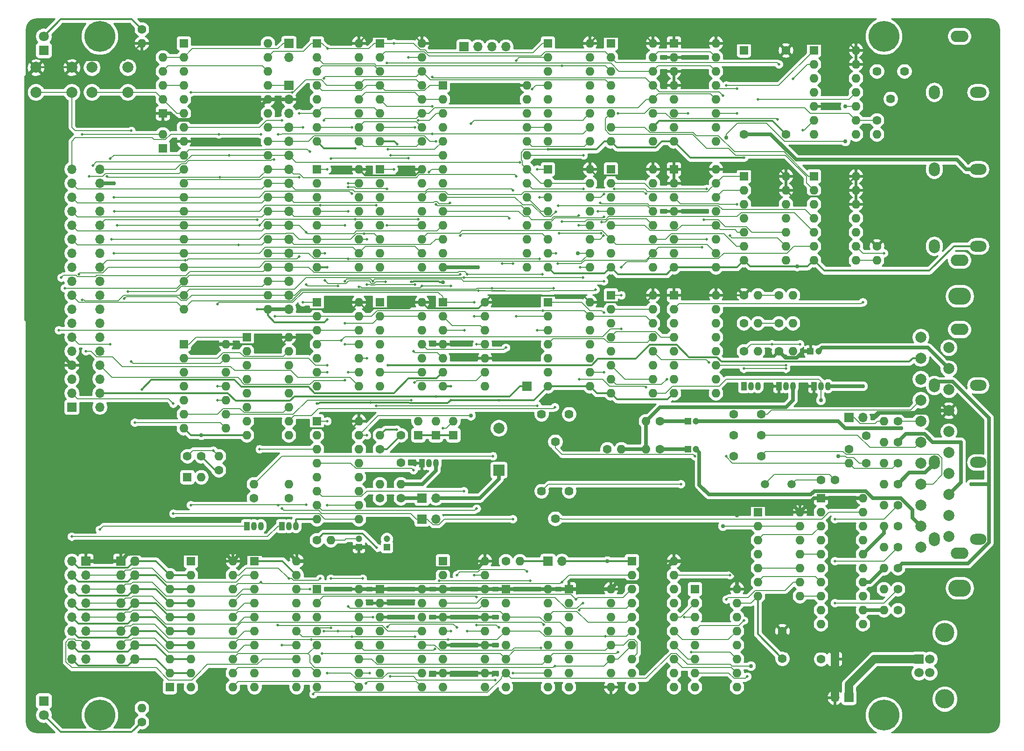
<source format=gbl>
G04 #@! TF.GenerationSoftware,KiCad,Pcbnew,5.1.12-84ad8e8a86~92~ubuntu18.04.1*
G04 #@! TF.CreationDate,2022-12-12T22:34:18+01:00*
G04 #@! TF.ProjectId,full,66756c6c-2e6b-4696-9361-645f70636258,rev?*
G04 #@! TF.SameCoordinates,Original*
G04 #@! TF.FileFunction,Copper,L2,Bot*
G04 #@! TF.FilePolarity,Positive*
%FSLAX46Y46*%
G04 Gerber Fmt 4.6, Leading zero omitted, Abs format (unit mm)*
G04 Created by KiCad (PCBNEW 5.1.12-84ad8e8a86~92~ubuntu18.04.1) date 2022-12-12 22:34:18*
%MOMM*%
%LPD*%
G01*
G04 APERTURE LIST*
G04 #@! TA.AperFunction,ComponentPad*
%ADD10C,1.800000*%
G04 #@! TD*
G04 #@! TA.AperFunction,ComponentPad*
%ADD11R,1.800000X1.800000*%
G04 #@! TD*
G04 #@! TA.AperFunction,ComponentPad*
%ADD12O,1.600000X1.600000*%
G04 #@! TD*
G04 #@! TA.AperFunction,ComponentPad*
%ADD13C,1.600000*%
G04 #@! TD*
G04 #@! TA.AperFunction,WasherPad*
%ADD14O,3.200000X2.100000*%
G04 #@! TD*
G04 #@! TA.AperFunction,ComponentPad*
%ADD15O,2.998980X1.998980*%
G04 #@! TD*
G04 #@! TA.AperFunction,ComponentPad*
%ADD16O,1.998980X2.498980*%
G04 #@! TD*
G04 #@! TA.AperFunction,WasherPad*
%ADD17O,4.100000X3.100000*%
G04 #@! TD*
G04 #@! TA.AperFunction,ComponentPad*
%ADD18C,1.998980*%
G04 #@! TD*
G04 #@! TA.AperFunction,ComponentPad*
%ADD19O,1.700000X1.700000*%
G04 #@! TD*
G04 #@! TA.AperFunction,ComponentPad*
%ADD20R,1.700000X1.700000*%
G04 #@! TD*
G04 #@! TA.AperFunction,ComponentPad*
%ADD21C,1.500000*%
G04 #@! TD*
G04 #@! TA.AperFunction,ComponentPad*
%ADD22C,5.600000*%
G04 #@! TD*
G04 #@! TA.AperFunction,ComponentPad*
%ADD23C,1.620000*%
G04 #@! TD*
G04 #@! TA.AperFunction,ComponentPad*
%ADD24C,1.200000*%
G04 #@! TD*
G04 #@! TA.AperFunction,ComponentPad*
%ADD25R,1.200000X1.200000*%
G04 #@! TD*
G04 #@! TA.AperFunction,ComponentPad*
%ADD26R,1.600000X1.600000*%
G04 #@! TD*
G04 #@! TA.AperFunction,ComponentPad*
%ADD27C,2.000000*%
G04 #@! TD*
G04 #@! TA.AperFunction,ComponentPad*
%ADD28R,2.000000X2.000000*%
G04 #@! TD*
G04 #@! TA.AperFunction,ComponentPad*
%ADD29O,1.727200X1.727200*%
G04 #@! TD*
G04 #@! TA.AperFunction,ComponentPad*
%ADD30R,1.727200X1.727200*%
G04 #@! TD*
G04 #@! TA.AperFunction,ComponentPad*
%ADD31C,3.500000*%
G04 #@! TD*
G04 #@! TA.AperFunction,ComponentPad*
%ADD32C,1.700000*%
G04 #@! TD*
G04 #@! TA.AperFunction,ComponentPad*
%ADD33R,1.050000X1.500000*%
G04 #@! TD*
G04 #@! TA.AperFunction,ComponentPad*
%ADD34O,1.050000X1.500000*%
G04 #@! TD*
G04 #@! TA.AperFunction,ViaPad*
%ADD35C,0.750000*%
G04 #@! TD*
G04 #@! TA.AperFunction,ViaPad*
%ADD36C,0.500000*%
G04 #@! TD*
G04 #@! TA.AperFunction,Conductor*
%ADD37C,1.500000*%
G04 #@! TD*
G04 #@! TA.AperFunction,Conductor*
%ADD38C,0.635000*%
G04 #@! TD*
G04 #@! TA.AperFunction,Conductor*
%ADD39C,0.150000*%
G04 #@! TD*
G04 #@! TA.AperFunction,Conductor*
%ADD40C,0.375000*%
G04 #@! TD*
G04 #@! TA.AperFunction,Conductor*
%ADD41C,0.254000*%
G04 #@! TD*
G04 #@! TA.AperFunction,Conductor*
%ADD42C,0.100000*%
G04 #@! TD*
G04 APERTURE END LIST*
D10*
X16510000Y-16510000D03*
D11*
X16510000Y-19050000D03*
D10*
X16510000Y-139700000D03*
D11*
X16510000Y-137160000D03*
D12*
X168910000Y-86360000D03*
D13*
X171450000Y-86360000D03*
D12*
X81280000Y-97790000D03*
D13*
X81280000Y-100330000D03*
D14*
X182626000Y-110363000D03*
X182626000Y-69723000D03*
D15*
X186014360Y-107823000D03*
D16*
X178054000Y-107823000D03*
D15*
X186014360Y-93853000D03*
D16*
X178054000Y-93853000D03*
D15*
X186014360Y-79883000D03*
D16*
X178054000Y-79883000D03*
D14*
X182626000Y-57150000D03*
X182626000Y-16510000D03*
D15*
X186014360Y-54610000D03*
D16*
X178054000Y-54610000D03*
D15*
X186014360Y-40640000D03*
D16*
X178054000Y-40640000D03*
D15*
X186014360Y-26670000D03*
D16*
X178054000Y-26670000D03*
D17*
X182679340Y-116669820D03*
X182679340Y-63670180D03*
D18*
X175600360Y-109220000D03*
X180680360Y-107315000D03*
X175600360Y-105410000D03*
X180680360Y-103505000D03*
X175600360Y-101600000D03*
X180680360Y-99695000D03*
X175600360Y-97790000D03*
X180680360Y-95885000D03*
X175600360Y-93980000D03*
X180680360Y-92075000D03*
X175600360Y-90170000D03*
X180680360Y-88265000D03*
X175600360Y-86360000D03*
X180680360Y-84455000D03*
X175600360Y-82550000D03*
X180680360Y-80645000D03*
X175600360Y-78740000D03*
X180680360Y-76835000D03*
X175600360Y-74930000D03*
X180680360Y-73025000D03*
X175600360Y-71120000D03*
D19*
X165100000Y-85725000D03*
D20*
X162560000Y-85725000D03*
D13*
X42585000Y-92710000D03*
X45085000Y-92710000D03*
X157520000Y-97028000D03*
X160020000Y-97028000D03*
X165735000Y-88980000D03*
X165735000Y-93980000D03*
D21*
X152200000Y-97790000D03*
X147320000Y-97790000D03*
D12*
X162560000Y-93980000D03*
D13*
X162560000Y-91440000D03*
X141685000Y-92710000D03*
X146685000Y-92710000D03*
X141685000Y-88900000D03*
X146685000Y-88900000D03*
X141685000Y-85090000D03*
X146685000Y-85090000D03*
D12*
X102870000Y-111760000D03*
D13*
X100330000Y-111760000D03*
D19*
X110490000Y-111760000D03*
D20*
X107950000Y-111760000D03*
D22*
X168910000Y-139700000D03*
X168910000Y-16510000D03*
X26670000Y-139700000D03*
X26670000Y-16510000D03*
D23*
X167640000Y-22860000D03*
X170140000Y-27860000D03*
X172640000Y-22860000D03*
X106807000Y-99060000D03*
X109307000Y-104060000D03*
X111807000Y-99060000D03*
X106807000Y-85090000D03*
X109307000Y-90090000D03*
X111807000Y-85090000D03*
D19*
X21590000Y-76200000D03*
X26670000Y-60960000D03*
X21590000Y-58420000D03*
X26670000Y-58420000D03*
X21590000Y-55880000D03*
X26670000Y-55880000D03*
X21590000Y-53340000D03*
X26670000Y-53340000D03*
X21590000Y-50800000D03*
X26670000Y-50800000D03*
X21590000Y-48260000D03*
X26670000Y-48260000D03*
X21590000Y-45720000D03*
X26670000Y-45720000D03*
X21590000Y-43180000D03*
X26670000Y-43180000D03*
X21590000Y-40640000D03*
X26670000Y-40640000D03*
X26670000Y-73660000D03*
X26670000Y-63500000D03*
X21590000Y-60960000D03*
X26670000Y-76200000D03*
X21590000Y-73660000D03*
X26670000Y-71120000D03*
X21590000Y-68580000D03*
X26670000Y-68580000D03*
X21590000Y-66040000D03*
X26670000Y-66040000D03*
X21590000Y-63500000D03*
D20*
X21590000Y-83820000D03*
D19*
X26670000Y-78740000D03*
X21590000Y-71120000D03*
X26670000Y-83820000D03*
X26670000Y-81280000D03*
X21590000Y-78740000D03*
X21590000Y-81280000D03*
D12*
X125730000Y-86360000D03*
D13*
X128270000Y-86360000D03*
D24*
X134850000Y-86360000D03*
D25*
X133350000Y-86360000D03*
D19*
X21590000Y-129540000D03*
X24130000Y-129540000D03*
X21590000Y-127000000D03*
X24130000Y-127000000D03*
X21590000Y-124460000D03*
X24130000Y-124460000D03*
X21590000Y-121920000D03*
X24130000Y-121920000D03*
X21590000Y-119380000D03*
X24130000Y-119380000D03*
X21590000Y-116840000D03*
X24130000Y-116840000D03*
X21590000Y-114300000D03*
X24130000Y-114300000D03*
X21590000Y-111760000D03*
D20*
X24130000Y-111760000D03*
D19*
X60960000Y-20320000D03*
D20*
X60960000Y-17780000D03*
D12*
X62357000Y-111760000D03*
X54737000Y-134620000D03*
X62357000Y-114300000D03*
X54737000Y-132080000D03*
X62357000Y-116840000D03*
X54737000Y-129540000D03*
X62357000Y-119380000D03*
X54737000Y-127000000D03*
X62357000Y-121920000D03*
X54737000Y-124460000D03*
X62357000Y-124460000D03*
X54737000Y-121920000D03*
X62357000Y-127000000D03*
X54737000Y-119380000D03*
X62357000Y-129540000D03*
X54737000Y-116840000D03*
X62357000Y-132080000D03*
X54737000Y-114300000D03*
X62357000Y-134620000D03*
D26*
X54737000Y-111760000D03*
D12*
X168910000Y-90170000D03*
D13*
X171450000Y-90170000D03*
D19*
X160020000Y-136525000D03*
D20*
X162560000Y-136525000D03*
D19*
X87630000Y-100330000D03*
D20*
X85090000Y-100330000D03*
D19*
X87630000Y-104140000D03*
D20*
X85090000Y-104140000D03*
X104140000Y-80010000D03*
D12*
X90805000Y-86360000D03*
D26*
X90805000Y-88900000D03*
D27*
X99060000Y-87650000D03*
D28*
X99060000Y-95250000D03*
D29*
X33020000Y-129540000D03*
X30480000Y-129540000D03*
X33020000Y-127000000D03*
X30480000Y-127000000D03*
X33020000Y-124460000D03*
X30480000Y-124460000D03*
X33020000Y-121920000D03*
X30480000Y-121920000D03*
X33020000Y-119380000D03*
X30480000Y-119380000D03*
X33020000Y-116840000D03*
X30480000Y-116840000D03*
X33020000Y-114300000D03*
X30480000Y-114300000D03*
X33020000Y-111760000D03*
D30*
X30480000Y-111760000D03*
D12*
X73660000Y-86360000D03*
X66040000Y-104140000D03*
X73660000Y-88900000D03*
X66040000Y-101600000D03*
X73660000Y-91440000D03*
X66040000Y-99060000D03*
X73660000Y-93980000D03*
X66040000Y-96520000D03*
X73660000Y-96520000D03*
X66040000Y-93980000D03*
X73660000Y-99060000D03*
X66040000Y-91440000D03*
X73660000Y-101600000D03*
X66040000Y-88900000D03*
X73660000Y-104140000D03*
D26*
X66040000Y-86360000D03*
D12*
X57150000Y-17780000D03*
X41910000Y-66040000D03*
X57150000Y-20320000D03*
X41910000Y-63500000D03*
X57150000Y-22860000D03*
X41910000Y-60960000D03*
X57150000Y-25400000D03*
X41910000Y-58420000D03*
X57150000Y-27940000D03*
X41910000Y-55880000D03*
X57150000Y-30480000D03*
X41910000Y-53340000D03*
X57150000Y-33020000D03*
X41910000Y-50800000D03*
X57150000Y-35560000D03*
X41910000Y-48260000D03*
X57150000Y-38100000D03*
X41910000Y-45720000D03*
X57150000Y-40640000D03*
X41910000Y-43180000D03*
X57150000Y-43180000D03*
X41910000Y-40640000D03*
X57150000Y-45720000D03*
X41910000Y-38100000D03*
X57150000Y-48260000D03*
X41910000Y-35560000D03*
X57150000Y-50800000D03*
X41910000Y-33020000D03*
X57150000Y-53340000D03*
X41910000Y-30480000D03*
X57150000Y-55880000D03*
X41910000Y-27940000D03*
X57150000Y-58420000D03*
X41910000Y-25400000D03*
X57150000Y-60960000D03*
X41910000Y-22860000D03*
X57150000Y-63500000D03*
X41910000Y-20320000D03*
X57150000Y-66040000D03*
D26*
X41910000Y-17780000D03*
D19*
X100330000Y-18415000D03*
X97790000Y-18415000D03*
X95250000Y-18415000D03*
D20*
X92710000Y-18415000D03*
D12*
X125730000Y-91440000D03*
D13*
X128270000Y-91440000D03*
D12*
X167640000Y-57150000D03*
D13*
X167640000Y-54610000D03*
D12*
X167640000Y-34290000D03*
D13*
X167640000Y-31750000D03*
D12*
X146050000Y-68580000D03*
D13*
X143510000Y-68580000D03*
D12*
X168910000Y-97790000D03*
D13*
X171450000Y-97790000D03*
D12*
X168910000Y-105410000D03*
D13*
X171450000Y-105410000D03*
D12*
X168910000Y-113030000D03*
D13*
X171450000Y-113030000D03*
D12*
X168910000Y-120650000D03*
D13*
X171450000Y-120650000D03*
D12*
X168910000Y-93980000D03*
D13*
X171450000Y-93980000D03*
D12*
X168910000Y-101600000D03*
D13*
X171450000Y-101600000D03*
D12*
X168910000Y-109220000D03*
D13*
X171450000Y-109220000D03*
D12*
X168910000Y-116840000D03*
D13*
X171450000Y-116840000D03*
D12*
X34290000Y-17780000D03*
D13*
X34290000Y-15240000D03*
D12*
X48260000Y-92710000D03*
D13*
X48260000Y-95250000D03*
D12*
X152400000Y-68580000D03*
D13*
X149860000Y-68580000D03*
D12*
X146050000Y-73660000D03*
D13*
X143510000Y-73660000D03*
D12*
X152400000Y-63500000D03*
D13*
X149860000Y-63500000D03*
D12*
X146050000Y-63500000D03*
D13*
X143510000Y-63500000D03*
D12*
X152400000Y-73660000D03*
D13*
X149860000Y-73660000D03*
D12*
X121285000Y-91440000D03*
D13*
X118745000Y-91440000D03*
D12*
X34290000Y-138430000D03*
D13*
X34290000Y-140970000D03*
D12*
X77470000Y-97790000D03*
D13*
X77470000Y-100330000D03*
D12*
X77470000Y-88900000D03*
D13*
X77470000Y-91440000D03*
D12*
X68580000Y-107950000D03*
D13*
X66040000Y-107950000D03*
D12*
X54610000Y-97790000D03*
D13*
X54610000Y-100330000D03*
D12*
X60960000Y-97790000D03*
D13*
X60960000Y-100330000D03*
X150495000Y-129460000D03*
X150495000Y-124460000D03*
X157520000Y-129540000D03*
D26*
X160020000Y-129540000D03*
D24*
X134850000Y-91440000D03*
D25*
X133350000Y-91440000D03*
D24*
X157075000Y-73660000D03*
D25*
X155575000Y-73660000D03*
D24*
X78740000Y-107720000D03*
D25*
X78740000Y-109220000D03*
D13*
X81280000Y-93900000D03*
X81280000Y-88900000D03*
D24*
X73660000Y-107720000D03*
D25*
X73660000Y-109220000D03*
D12*
X60960000Y-71120000D03*
X53340000Y-88900000D03*
X60960000Y-73660000D03*
X53340000Y-86360000D03*
X60960000Y-76200000D03*
X53340000Y-83820000D03*
X60960000Y-78740000D03*
X53340000Y-81280000D03*
X60960000Y-81280000D03*
X53340000Y-78740000D03*
X60960000Y-83820000D03*
X53340000Y-76200000D03*
X60960000Y-86360000D03*
X53340000Y-73660000D03*
X60960000Y-88900000D03*
D26*
X53340000Y-71120000D03*
D27*
X25250000Y-26670000D03*
X25250000Y-22170000D03*
X31750000Y-26670000D03*
X31750000Y-22170000D03*
X15090000Y-26670000D03*
X15090000Y-22170000D03*
X21590000Y-26670000D03*
X21590000Y-22170000D03*
D31*
X179970000Y-136810000D03*
X179970000Y-124770000D03*
D32*
X177260000Y-129540000D03*
X177260000Y-132040000D03*
X175260000Y-132040000D03*
D20*
X175260000Y-129540000D03*
D12*
X45085000Y-96520000D03*
D26*
X42545000Y-96520000D03*
D12*
X87630000Y-86360000D03*
D26*
X87630000Y-88900000D03*
D12*
X84455000Y-86360000D03*
D26*
X84455000Y-88900000D03*
D12*
X38100000Y-34290000D03*
D26*
X38100000Y-36830000D03*
D12*
X39370000Y-114300000D03*
X39370000Y-116840000D03*
X39370000Y-119380000D03*
X39370000Y-121920000D03*
X39370000Y-124460000D03*
X39370000Y-127000000D03*
X39370000Y-129540000D03*
X39370000Y-132080000D03*
D26*
X39370000Y-134620000D03*
D12*
X85090000Y-17780000D03*
X77470000Y-35560000D03*
X85090000Y-20320000D03*
X77470000Y-33020000D03*
X85090000Y-22860000D03*
X77470000Y-30480000D03*
X85090000Y-25400000D03*
X77470000Y-27940000D03*
X85090000Y-27940000D03*
X77470000Y-25400000D03*
X85090000Y-30480000D03*
X77470000Y-22860000D03*
X85090000Y-33020000D03*
X77470000Y-20320000D03*
X85090000Y-35560000D03*
D26*
X77470000Y-17780000D03*
D12*
X85090000Y-40640000D03*
X77470000Y-58420000D03*
X85090000Y-43180000D03*
X77470000Y-55880000D03*
X85090000Y-45720000D03*
X77470000Y-53340000D03*
X85090000Y-48260000D03*
X77470000Y-50800000D03*
X85090000Y-50800000D03*
X77470000Y-48260000D03*
X85090000Y-53340000D03*
X77470000Y-45720000D03*
X85090000Y-55880000D03*
X77470000Y-43180000D03*
X85090000Y-58420000D03*
D26*
X77470000Y-40640000D03*
D12*
X165100000Y-100330000D03*
X157480000Y-123190000D03*
X165100000Y-102870000D03*
X157480000Y-120650000D03*
X165100000Y-105410000D03*
X157480000Y-118110000D03*
X165100000Y-107950000D03*
X157480000Y-115570000D03*
X165100000Y-110490000D03*
X157480000Y-113030000D03*
X165100000Y-113030000D03*
X157480000Y-110490000D03*
X165100000Y-115570000D03*
X157480000Y-107950000D03*
X165100000Y-118110000D03*
X157480000Y-105410000D03*
X165100000Y-120650000D03*
X157480000Y-102870000D03*
X165100000Y-123190000D03*
D26*
X157480000Y-100330000D03*
D12*
X153670000Y-102870000D03*
X146050000Y-118110000D03*
X153670000Y-105410000D03*
X146050000Y-115570000D03*
X153670000Y-107950000D03*
X146050000Y-113030000D03*
X153670000Y-110490000D03*
X146050000Y-110490000D03*
X153670000Y-113030000D03*
X146050000Y-107950000D03*
X153670000Y-115570000D03*
X146050000Y-105410000D03*
X153670000Y-118110000D03*
D26*
X146050000Y-102870000D03*
D12*
X142240000Y-116840000D03*
X134620000Y-134620000D03*
X142240000Y-119380000D03*
X134620000Y-132080000D03*
X142240000Y-121920000D03*
X134620000Y-129540000D03*
X142240000Y-124460000D03*
X134620000Y-127000000D03*
X142240000Y-127000000D03*
X134620000Y-124460000D03*
X142240000Y-129540000D03*
X134620000Y-121920000D03*
X142240000Y-132080000D03*
X134620000Y-119380000D03*
X142240000Y-134620000D03*
D26*
X134620000Y-116840000D03*
D12*
X130810000Y-111760000D03*
X123190000Y-134620000D03*
X130810000Y-114300000D03*
X123190000Y-132080000D03*
X130810000Y-116840000D03*
X123190000Y-129540000D03*
X130810000Y-119380000D03*
X123190000Y-127000000D03*
X130810000Y-121920000D03*
X123190000Y-124460000D03*
X130810000Y-124460000D03*
X123190000Y-121920000D03*
X130810000Y-127000000D03*
X123190000Y-119380000D03*
X130810000Y-129540000D03*
X123190000Y-116840000D03*
X130810000Y-132080000D03*
X123190000Y-114300000D03*
X130810000Y-134620000D03*
D26*
X123190000Y-111760000D03*
D12*
X73660000Y-17780000D03*
X66040000Y-35560000D03*
X73660000Y-20320000D03*
X66040000Y-33020000D03*
X73660000Y-22860000D03*
X66040000Y-30480000D03*
X73660000Y-25400000D03*
X66040000Y-27940000D03*
X73660000Y-27940000D03*
X66040000Y-25400000D03*
X73660000Y-30480000D03*
X66040000Y-22860000D03*
X73660000Y-33020000D03*
X66040000Y-20320000D03*
X73660000Y-35560000D03*
D26*
X66040000Y-17780000D03*
D12*
X73660000Y-40640000D03*
X66040000Y-58420000D03*
X73660000Y-43180000D03*
X66040000Y-55880000D03*
X73660000Y-45720000D03*
X66040000Y-53340000D03*
X73660000Y-48260000D03*
X66040000Y-50800000D03*
X73660000Y-50800000D03*
X66040000Y-48260000D03*
X73660000Y-53340000D03*
X66040000Y-45720000D03*
X73660000Y-55880000D03*
X66040000Y-43180000D03*
X73660000Y-58420000D03*
D26*
X66040000Y-40640000D03*
D12*
X163830000Y-19050000D03*
X156210000Y-34290000D03*
X163830000Y-21590000D03*
X156210000Y-31750000D03*
X163830000Y-24130000D03*
X156210000Y-29210000D03*
X163830000Y-26670000D03*
X156210000Y-26670000D03*
X163830000Y-29210000D03*
X156210000Y-24130000D03*
X163830000Y-31750000D03*
X156210000Y-21590000D03*
X163830000Y-34290000D03*
D26*
X156210000Y-19050000D03*
D12*
X138430000Y-63500000D03*
X130810000Y-81280000D03*
X138430000Y-66040000D03*
X130810000Y-78740000D03*
X138430000Y-68580000D03*
X130810000Y-76200000D03*
X138430000Y-71120000D03*
X130810000Y-73660000D03*
X138430000Y-73660000D03*
X130810000Y-71120000D03*
X138430000Y-76200000D03*
X130810000Y-68580000D03*
X138430000Y-78740000D03*
X130810000Y-66040000D03*
X138430000Y-81280000D03*
D26*
X130810000Y-63500000D03*
D12*
X138430000Y-40640000D03*
X130810000Y-58420000D03*
X138430000Y-43180000D03*
X130810000Y-55880000D03*
X138430000Y-45720000D03*
X130810000Y-53340000D03*
X138430000Y-48260000D03*
X130810000Y-50800000D03*
X138430000Y-50800000D03*
X130810000Y-48260000D03*
X138430000Y-53340000D03*
X130810000Y-45720000D03*
X138430000Y-55880000D03*
X130810000Y-43180000D03*
X138430000Y-58420000D03*
D26*
X130810000Y-40640000D03*
D12*
X127000000Y-40640000D03*
X119380000Y-58420000D03*
X127000000Y-43180000D03*
X119380000Y-55880000D03*
X127000000Y-45720000D03*
X119380000Y-53340000D03*
X127000000Y-48260000D03*
X119380000Y-50800000D03*
X127000000Y-50800000D03*
X119380000Y-48260000D03*
X127000000Y-53340000D03*
X119380000Y-45720000D03*
X127000000Y-55880000D03*
X119380000Y-43180000D03*
X127000000Y-58420000D03*
D26*
X119380000Y-40640000D03*
D12*
X138430000Y-17780000D03*
X130810000Y-35560000D03*
X138430000Y-20320000D03*
X130810000Y-33020000D03*
X138430000Y-22860000D03*
X130810000Y-30480000D03*
X138430000Y-25400000D03*
X130810000Y-27940000D03*
X138430000Y-27940000D03*
X130810000Y-25400000D03*
X138430000Y-30480000D03*
X130810000Y-22860000D03*
X138430000Y-33020000D03*
X130810000Y-20320000D03*
X138430000Y-35560000D03*
D26*
X130810000Y-17780000D03*
D12*
X115570000Y-64770000D03*
X107950000Y-80010000D03*
X115570000Y-67310000D03*
X107950000Y-77470000D03*
X115570000Y-69850000D03*
X107950000Y-74930000D03*
X115570000Y-72390000D03*
X107950000Y-72390000D03*
X115570000Y-74930000D03*
X107950000Y-69850000D03*
X115570000Y-77470000D03*
X107950000Y-67310000D03*
X115570000Y-80010000D03*
D26*
X107950000Y-64770000D03*
D12*
X85090000Y-64770000D03*
X77470000Y-80010000D03*
X85090000Y-67310000D03*
X77470000Y-77470000D03*
X85090000Y-69850000D03*
X77470000Y-74930000D03*
X85090000Y-72390000D03*
X77470000Y-72390000D03*
X85090000Y-74930000D03*
X77470000Y-69850000D03*
X85090000Y-77470000D03*
X77470000Y-67310000D03*
X85090000Y-80010000D03*
D26*
X77470000Y-64770000D03*
D12*
X96520000Y-64770000D03*
X88900000Y-80010000D03*
X96520000Y-67310000D03*
X88900000Y-77470000D03*
X96520000Y-69850000D03*
X88900000Y-74930000D03*
X96520000Y-72390000D03*
X88900000Y-72390000D03*
X96520000Y-74930000D03*
X88900000Y-69850000D03*
X96520000Y-77470000D03*
X88900000Y-67310000D03*
X96520000Y-80010000D03*
D26*
X88900000Y-64770000D03*
D12*
X73660000Y-64770000D03*
X66040000Y-80010000D03*
X73660000Y-67310000D03*
X66040000Y-77470000D03*
X73660000Y-69850000D03*
X66040000Y-74930000D03*
X73660000Y-72390000D03*
X66040000Y-72390000D03*
X73660000Y-74930000D03*
X66040000Y-69850000D03*
X73660000Y-77470000D03*
X66040000Y-67310000D03*
X73660000Y-80010000D03*
D26*
X66040000Y-64770000D03*
D12*
X49530000Y-72390000D03*
X41910000Y-87630000D03*
X49530000Y-74930000D03*
X41910000Y-85090000D03*
X49530000Y-77470000D03*
X41910000Y-82550000D03*
X49530000Y-80010000D03*
X41910000Y-80010000D03*
X49530000Y-82550000D03*
X41910000Y-77470000D03*
X49530000Y-85090000D03*
X41910000Y-74930000D03*
X49530000Y-87630000D03*
D26*
X41910000Y-72390000D03*
D12*
X115570000Y-17780000D03*
X107950000Y-35560000D03*
X115570000Y-20320000D03*
X107950000Y-33020000D03*
X115570000Y-22860000D03*
X107950000Y-30480000D03*
X115570000Y-25400000D03*
X107950000Y-27940000D03*
X115570000Y-27940000D03*
X107950000Y-25400000D03*
X115570000Y-30480000D03*
X107950000Y-22860000D03*
X115570000Y-33020000D03*
X107950000Y-20320000D03*
X115570000Y-35560000D03*
D26*
X107950000Y-17780000D03*
D12*
X115570000Y-40640000D03*
X107950000Y-58420000D03*
X115570000Y-43180000D03*
X107950000Y-55880000D03*
X115570000Y-45720000D03*
X107950000Y-53340000D03*
X115570000Y-48260000D03*
X107950000Y-50800000D03*
X115570000Y-50800000D03*
X107950000Y-48260000D03*
X115570000Y-53340000D03*
X107950000Y-45720000D03*
X115570000Y-55880000D03*
X107950000Y-43180000D03*
X115570000Y-58420000D03*
D26*
X107950000Y-40640000D03*
D12*
X104140000Y-25400000D03*
X88900000Y-58420000D03*
X104140000Y-27940000D03*
X88900000Y-55880000D03*
X104140000Y-30480000D03*
X88900000Y-53340000D03*
X104140000Y-33020000D03*
X88900000Y-50800000D03*
X104140000Y-35560000D03*
X88900000Y-48260000D03*
X104140000Y-38100000D03*
X88900000Y-45720000D03*
X104140000Y-40640000D03*
X88900000Y-43180000D03*
X104140000Y-43180000D03*
X88900000Y-40640000D03*
X104140000Y-45720000D03*
X88900000Y-38100000D03*
X104140000Y-48260000D03*
X88900000Y-35560000D03*
X104140000Y-50800000D03*
X88900000Y-33020000D03*
X104140000Y-53340000D03*
X88900000Y-30480000D03*
X104140000Y-55880000D03*
X88900000Y-27940000D03*
X104140000Y-58420000D03*
D26*
X88900000Y-25400000D03*
D12*
X38100000Y-20320000D03*
X38100000Y-22860000D03*
X38100000Y-25400000D03*
X38100000Y-27940000D03*
D26*
X38100000Y-30480000D03*
D19*
X60960000Y-66040000D03*
X60960000Y-63500000D03*
X60960000Y-60960000D03*
X60960000Y-58420000D03*
X60960000Y-55880000D03*
X60960000Y-53340000D03*
X60960000Y-50800000D03*
X60960000Y-48260000D03*
X60960000Y-45720000D03*
X60960000Y-43180000D03*
X60960000Y-40640000D03*
X60960000Y-38100000D03*
X60960000Y-35560000D03*
X60960000Y-33020000D03*
X60960000Y-30480000D03*
X60960000Y-27940000D03*
D20*
X60960000Y-25400000D03*
D12*
X73660000Y-116840000D03*
X66040000Y-134620000D03*
X73660000Y-119380000D03*
X66040000Y-132080000D03*
X73660000Y-121920000D03*
X66040000Y-129540000D03*
X73660000Y-124460000D03*
X66040000Y-127000000D03*
X73660000Y-127000000D03*
X66040000Y-124460000D03*
X73660000Y-129540000D03*
X66040000Y-121920000D03*
X73660000Y-132080000D03*
X66040000Y-119380000D03*
X73660000Y-134620000D03*
D26*
X66040000Y-116840000D03*
D12*
X85090000Y-116840000D03*
X77470000Y-134620000D03*
X85090000Y-119380000D03*
X77470000Y-132080000D03*
X85090000Y-121920000D03*
X77470000Y-129540000D03*
X85090000Y-124460000D03*
X77470000Y-127000000D03*
X85090000Y-127000000D03*
X77470000Y-124460000D03*
X85090000Y-129540000D03*
X77470000Y-121920000D03*
X85090000Y-132080000D03*
X77470000Y-119380000D03*
X85090000Y-134620000D03*
D26*
X77470000Y-116840000D03*
D12*
X107950000Y-116840000D03*
X100330000Y-134620000D03*
X107950000Y-119380000D03*
X100330000Y-132080000D03*
X107950000Y-121920000D03*
X100330000Y-129540000D03*
X107950000Y-124460000D03*
X100330000Y-127000000D03*
X107950000Y-127000000D03*
X100330000Y-124460000D03*
X107950000Y-129540000D03*
X100330000Y-121920000D03*
X107950000Y-132080000D03*
X100330000Y-119380000D03*
X107950000Y-134620000D03*
D26*
X100330000Y-116840000D03*
D12*
X127000000Y-63500000D03*
X119380000Y-81280000D03*
X127000000Y-66040000D03*
X119380000Y-78740000D03*
X127000000Y-68580000D03*
X119380000Y-76200000D03*
X127000000Y-71120000D03*
X119380000Y-73660000D03*
X127000000Y-73660000D03*
X119380000Y-71120000D03*
X127000000Y-76200000D03*
X119380000Y-68580000D03*
X127000000Y-78740000D03*
X119380000Y-66040000D03*
X127000000Y-81280000D03*
D26*
X119380000Y-63500000D03*
D12*
X163830000Y-41910000D03*
X156210000Y-57150000D03*
X163830000Y-44450000D03*
X156210000Y-54610000D03*
X163830000Y-46990000D03*
X156210000Y-52070000D03*
X163830000Y-49530000D03*
X156210000Y-49530000D03*
X163830000Y-52070000D03*
X156210000Y-46990000D03*
X163830000Y-54610000D03*
X156210000Y-44450000D03*
X163830000Y-57150000D03*
D26*
X156210000Y-41910000D03*
D12*
X119380000Y-116840000D03*
X111760000Y-134620000D03*
X119380000Y-119380000D03*
X111760000Y-132080000D03*
X119380000Y-121920000D03*
X111760000Y-129540000D03*
X119380000Y-124460000D03*
X111760000Y-127000000D03*
X119380000Y-127000000D03*
X111760000Y-124460000D03*
X119380000Y-129540000D03*
X111760000Y-121920000D03*
X119380000Y-132080000D03*
X111760000Y-119380000D03*
X119380000Y-134620000D03*
D26*
X111760000Y-116840000D03*
D12*
X50800000Y-111760000D03*
X43180000Y-134620000D03*
X50800000Y-114300000D03*
X43180000Y-132080000D03*
X50800000Y-116840000D03*
X43180000Y-129540000D03*
X50800000Y-119380000D03*
X43180000Y-127000000D03*
X50800000Y-121920000D03*
X43180000Y-124460000D03*
X50800000Y-124460000D03*
X43180000Y-121920000D03*
X50800000Y-127000000D03*
X43180000Y-119380000D03*
X50800000Y-129540000D03*
X43180000Y-116840000D03*
X50800000Y-132080000D03*
X43180000Y-114300000D03*
X50800000Y-134620000D03*
D26*
X43180000Y-111760000D03*
D12*
X151130000Y-41910000D03*
X143510000Y-57150000D03*
X151130000Y-44450000D03*
X143510000Y-54610000D03*
X151130000Y-46990000D03*
X143510000Y-52070000D03*
X151130000Y-49530000D03*
X143510000Y-49530000D03*
X151130000Y-52070000D03*
X143510000Y-46990000D03*
X151130000Y-54610000D03*
X143510000Y-44450000D03*
X151130000Y-57150000D03*
D26*
X143510000Y-41910000D03*
D12*
X127000000Y-17780000D03*
X119380000Y-35560000D03*
X127000000Y-20320000D03*
X119380000Y-33020000D03*
X127000000Y-22860000D03*
X119380000Y-30480000D03*
X127000000Y-25400000D03*
X119380000Y-27940000D03*
X127000000Y-27940000D03*
X119380000Y-25400000D03*
X127000000Y-30480000D03*
X119380000Y-22860000D03*
X127000000Y-33020000D03*
X119380000Y-20320000D03*
X127000000Y-35560000D03*
D26*
X119380000Y-17780000D03*
D12*
X96520000Y-111760000D03*
X88900000Y-134620000D03*
X96520000Y-114300000D03*
X88900000Y-132080000D03*
X96520000Y-116840000D03*
X88900000Y-129540000D03*
X96520000Y-119380000D03*
X88900000Y-127000000D03*
X96520000Y-121920000D03*
X88900000Y-124460000D03*
X96520000Y-124460000D03*
X88900000Y-121920000D03*
X96520000Y-127000000D03*
X88900000Y-119380000D03*
X96520000Y-129540000D03*
X88900000Y-116840000D03*
X96520000Y-132080000D03*
X88900000Y-114300000D03*
X96520000Y-134620000D03*
D26*
X88900000Y-111760000D03*
D33*
X156210000Y-80010000D03*
D34*
X158750000Y-80010000D03*
X157480000Y-80010000D03*
D13*
X143510000Y-34290000D03*
X151130000Y-34290000D03*
X151130000Y-19050000D03*
D26*
X143510000Y-19050000D03*
D33*
X149860000Y-80010000D03*
D34*
X152400000Y-80010000D03*
X151130000Y-80010000D03*
D33*
X143510000Y-80010000D03*
D34*
X146050000Y-80010000D03*
X144780000Y-80010000D03*
D33*
X85090000Y-93980000D03*
D34*
X87630000Y-93980000D03*
X86360000Y-93980000D03*
D33*
X53340000Y-105410000D03*
D34*
X55880000Y-105410000D03*
X54610000Y-105410000D03*
D33*
X59690000Y-105410000D03*
D34*
X62230000Y-105410000D03*
X60960000Y-105410000D03*
D35*
X167005000Y-85725000D03*
D36*
X86360000Y-111760000D03*
X63500000Y-66040000D03*
X63500000Y-71120000D03*
X64135000Y-87630000D03*
D35*
X40787501Y-31732501D03*
X46990000Y-31750000D03*
X46990000Y-72390000D03*
X46943899Y-110443899D03*
X142240000Y-103505000D03*
D36*
X90805000Y-74930000D03*
X90805000Y-72390000D03*
X86995000Y-72390000D03*
X86847501Y-65839999D03*
X104140000Y-13970000D03*
D35*
X29210000Y-43180000D03*
D36*
X66040000Y-83185000D03*
X90370001Y-82550000D03*
X90370001Y-80010000D03*
X75802490Y-83010000D03*
X143510000Y-38560000D03*
X107950000Y-37030001D03*
X73025000Y-36830000D03*
X99060000Y-82550000D03*
D35*
X45085000Y-88900000D03*
X118745000Y-111760000D03*
X153182499Y-58272501D03*
D36*
X76919999Y-109379104D03*
X142240000Y-30480000D03*
X142240000Y-26035000D03*
X156007000Y-38938000D03*
X83185000Y-61070010D03*
X55219999Y-66040000D03*
X80645000Y-36110001D03*
X67945000Y-67945000D03*
X67970001Y-58420000D03*
X167843000Y-38938000D03*
D35*
X88900000Y-61195010D03*
X95250000Y-58420000D03*
D36*
X114427000Y-44196000D03*
X113792000Y-58420000D03*
X109424761Y-55879985D03*
X109423373Y-48387000D03*
X114427000Y-38100000D03*
X84470540Y-31750000D03*
X83820000Y-33020000D03*
X72390000Y-33020000D03*
X113556974Y-49044989D03*
X113554990Y-50800000D03*
X71755000Y-48260000D03*
X71755000Y-43914989D03*
X78740000Y-44249999D03*
X78940001Y-37030001D03*
X78740000Y-50800000D03*
X86360000Y-41190001D03*
X79449999Y-38100000D03*
X67510001Y-60785000D03*
X67510001Y-55880000D03*
X78486000Y-61087000D03*
X73660000Y-61979999D03*
X85090000Y-61849000D03*
X90370001Y-61849000D03*
X105104276Y-26088768D03*
X78940001Y-76200000D03*
X33020000Y-86619999D03*
X59690000Y-102235000D03*
X101600000Y-104140000D03*
X97990001Y-92710000D03*
X120650000Y-128270000D03*
X51860001Y-54400001D03*
X67050001Y-128529999D03*
X67310000Y-124460000D03*
X64135000Y-52070000D03*
X64135000Y-61595000D03*
X69850000Y-61880001D03*
X69850000Y-124460000D03*
X100965000Y-49530000D03*
X109220000Y-130810000D03*
X83569999Y-95250000D03*
X90170000Y-46789999D03*
X65029999Y-125989999D03*
X89910001Y-125989999D03*
X118369999Y-125470001D03*
X101600000Y-44450000D03*
X107235097Y-123328315D03*
X27940000Y-41910000D03*
X48469999Y-42119999D03*
X113665000Y-120650000D03*
X102235000Y-41910000D03*
X25400000Y-40005000D03*
X50165000Y-38100000D03*
X113030000Y-118745000D03*
X102870000Y-39370000D03*
X110490000Y-115570000D03*
X55880000Y-115570000D03*
X87630000Y-46990000D03*
X55245000Y-49789999D03*
X87630000Y-35560000D03*
X95049999Y-102235000D03*
X95049999Y-72390000D03*
X92710000Y-99060000D03*
X92820010Y-69850000D03*
X109220000Y-83820000D03*
X110490000Y-21849999D03*
X110490000Y-50165000D03*
X149860000Y-21590000D03*
X67310000Y-24130000D03*
X86998027Y-23929999D03*
X86995000Y-29210000D03*
X139700000Y-27305000D03*
X67310000Y-31750000D03*
X78740000Y-21389999D03*
X140970000Y-52705000D03*
X125730000Y-45085000D03*
X118110000Y-60960000D03*
X76200000Y-60960000D03*
X71120000Y-50800000D03*
X71120000Y-60960000D03*
X75130001Y-53340000D03*
X75130001Y-61595000D03*
X83820000Y-61595000D03*
X118102230Y-52712770D03*
X118110000Y-49329999D03*
X120015000Y-44249999D03*
X118110000Y-45169999D03*
X136747230Y-44212230D03*
X109855000Y-47244000D03*
X117043635Y-48259966D03*
X118110000Y-66675000D03*
X83185000Y-82550000D03*
X83619999Y-73660000D03*
X132080000Y-97790000D03*
X29210000Y-45720000D03*
X72390000Y-125529999D03*
X83820000Y-125529999D03*
X72390000Y-45085000D03*
X62865000Y-42110001D03*
X62865000Y-30480000D03*
X62865000Y-56515000D03*
X42164000Y-57150000D03*
X24765000Y-41910000D03*
X43180000Y-26670000D03*
X61595000Y-26670000D03*
X28575000Y-38735000D03*
X64770000Y-37465000D03*
X64770000Y-116840000D03*
X19685000Y-60325000D03*
X93345000Y-59690000D03*
X93345000Y-124460000D03*
X106981990Y-59690000D03*
X71755000Y-56899999D03*
X71755000Y-77470000D03*
X106479999Y-56899999D03*
X106479999Y-45720000D03*
X71755000Y-120015000D03*
X63500000Y-64770000D03*
X63500000Y-33020000D03*
X64142770Y-101592230D03*
X43180000Y-101600000D03*
X59690000Y-127000000D03*
X59055000Y-101600000D03*
X58954999Y-123390001D03*
X34290000Y-80645000D03*
X116586000Y-62484000D03*
X95389991Y-62725009D03*
X114300000Y-60325000D03*
X92710000Y-60325000D03*
X23495000Y-64385011D03*
X90370001Y-124460000D03*
X92075000Y-52705000D03*
X20320000Y-62230000D03*
X92075000Y-59690000D03*
X22860000Y-59690000D03*
X114300000Y-119380000D03*
D35*
X113429990Y-55880000D03*
D36*
X29269184Y-55880000D03*
X28809184Y-53366731D03*
X74670001Y-52329999D03*
X29845000Y-50800000D03*
X73025000Y-49730001D03*
X84455000Y-49730001D03*
X55679999Y-91440000D03*
X55629830Y-50825368D03*
X29320010Y-48260000D03*
X66675000Y-47190001D03*
X76835000Y-47190001D03*
X28582770Y-72397770D03*
X31750000Y-62865000D03*
X59055000Y-34290000D03*
X86969989Y-34264989D03*
X108966000Y-62230000D03*
X97790000Y-62230000D03*
X31115000Y-64135000D03*
X100330000Y-73025000D03*
X71755000Y-43180000D03*
X70485000Y-71755000D03*
X121285000Y-69649999D03*
X121285000Y-63500000D03*
X75647305Y-132080000D03*
X79375000Y-132715000D03*
X98425000Y-133350000D03*
X101600000Y-132080000D03*
X106680000Y-127550001D03*
X47249999Y-91699999D03*
X48009999Y-82550000D03*
X143510000Y-76835000D03*
X151130000Y-76835000D03*
X58420000Y-67310000D03*
X107055001Y-66299999D03*
X58293000Y-38862000D03*
X146050000Y-27940000D03*
X120650000Y-30480000D03*
X95049999Y-118310001D03*
X95049999Y-123390001D03*
X99060000Y-123825000D03*
X93980000Y-32385000D03*
X104140000Y-113665000D03*
X91440000Y-114300000D03*
X91440000Y-123825000D03*
X78860171Y-123704829D03*
X74362500Y-114935000D03*
X68580000Y-114935000D03*
X68580000Y-123909999D03*
X101600000Y-57819999D03*
X99695000Y-57819999D03*
X102235000Y-20929998D03*
D35*
X93980000Y-85349999D03*
D36*
X94615000Y-114300000D03*
X75130001Y-74930000D03*
X75130001Y-88900000D03*
X135890000Y-54810001D03*
X136287229Y-49800229D03*
X109744990Y-57819999D03*
X87509829Y-127755171D03*
X88265000Y-115369999D03*
X104740001Y-115369999D03*
X102235000Y-67310000D03*
X118110000Y-77470000D03*
X117503636Y-46736000D03*
X149659999Y-31623000D03*
X142240000Y-46990000D03*
X110030000Y-52270001D03*
X117602000Y-52270001D03*
X117729000Y-50249999D03*
X76200000Y-121920000D03*
X76835000Y-83609999D03*
X106045000Y-69850000D03*
X106045000Y-83566000D03*
X133350000Y-30480000D03*
X136747229Y-53340000D03*
X129540000Y-78740000D03*
X137160000Y-75692000D03*
D35*
X144780000Y-130810000D03*
D36*
X65405000Y-135890000D03*
D35*
X139700000Y-105410000D03*
X140335000Y-34925000D03*
X161925000Y-35560000D03*
X161925000Y-29210000D03*
D36*
X121285000Y-58420000D03*
X74937306Y-133993234D03*
X67945000Y-132080000D03*
X82674999Y-20320000D03*
X67945000Y-77470000D03*
X68580000Y-38735000D03*
X82674999Y-38610001D03*
X113665000Y-78740000D03*
X125730000Y-80210001D03*
X165100000Y-64770000D03*
X55880000Y-34290000D03*
X94615000Y-64770000D03*
X94615000Y-67310000D03*
X48009999Y-80010000D03*
X48260000Y-34290000D03*
X48009999Y-65154999D03*
X68000001Y-18790001D03*
X67945000Y-40640000D03*
X80010000Y-40640000D03*
X80010000Y-17780000D03*
X106045000Y-40640000D03*
X24130000Y-73660000D03*
X19225000Y-69850000D03*
X71120000Y-78940001D03*
X71120000Y-72390000D03*
X71120000Y-68580000D03*
X87630000Y-81915000D03*
X40005000Y-103129999D03*
X40005000Y-83185000D03*
X67945000Y-86360000D03*
X67945000Y-101600000D03*
X21590000Y-107315000D03*
X23495000Y-34290000D03*
X26670000Y-106045000D03*
D35*
X184754360Y-97790000D03*
D36*
X67945000Y-76200000D03*
X32385000Y-75565000D03*
X32385000Y-33655000D03*
X80518000Y-87884000D03*
X132722770Y-121927770D03*
X144145000Y-132715000D03*
X140335000Y-118745000D03*
X143510000Y-122555000D03*
X83812230Y-79382770D03*
D35*
X165100000Y-80010000D03*
D36*
X140970000Y-114300000D03*
X133985000Y-128270000D03*
X88900000Y-87630000D03*
X134620000Y-92710000D03*
X59690000Y-31750000D03*
X168910000Y-55880000D03*
X66675000Y-114935000D03*
X60960000Y-114935000D03*
D35*
X172085000Y-87630000D03*
X157480000Y-82550000D03*
X160655000Y-92710000D03*
D36*
X140335000Y-92710000D03*
X160020000Y-119380000D03*
X160020000Y-111760000D03*
X160020000Y-104140000D03*
X148590000Y-72390000D03*
X154178000Y-33528000D03*
X153670000Y-72390000D03*
X140327230Y-25407770D03*
X151130000Y-76200000D03*
X152400000Y-24268630D03*
D37*
X160020000Y-129540000D02*
X160020000Y-136525000D01*
X159385000Y-127635000D02*
X151130000Y-127635000D01*
X150495000Y-127000000D02*
X150495000Y-124460000D01*
X151130000Y-127635000D02*
X150495000Y-127000000D01*
X160020000Y-128270000D02*
X159385000Y-127635000D01*
X160020000Y-129540000D02*
X160020000Y-128270000D01*
D38*
X24130000Y-111760000D02*
X30480000Y-111760000D01*
X119380000Y-116840000D02*
X100330000Y-116840000D01*
X100330000Y-116840000D02*
X73660000Y-116840000D01*
D39*
X88900000Y-121920000D02*
X96520000Y-121920000D01*
X88900000Y-127000000D02*
X96520000Y-127000000D01*
X88900000Y-132080000D02*
X96520000Y-132080000D01*
D38*
X154340000Y-73660000D02*
X155575000Y-73660000D01*
X153087499Y-74912501D02*
X154340000Y-73660000D01*
X151112501Y-74912501D02*
X153087499Y-74912501D01*
X149860000Y-73660000D02*
X151112501Y-74912501D01*
D40*
X21590000Y-22170000D02*
X15090000Y-22170000D01*
D38*
X57150000Y-27940000D02*
X60960000Y-27940000D01*
X21590000Y-76200000D02*
X13335000Y-67945000D01*
X13335000Y-23925000D02*
X15090000Y-22170000D01*
X13335000Y-67945000D02*
X13335000Y-23925000D01*
X50000001Y-110960001D02*
X50800000Y-111760000D01*
X49483899Y-110443899D02*
X50000001Y-110960001D01*
X30480000Y-111760000D02*
X31796101Y-110443899D01*
X61557001Y-110960001D02*
X62357000Y-111760000D01*
X61104499Y-110507499D02*
X61557001Y-110960001D01*
X52052501Y-110507499D02*
X61104499Y-110507499D01*
X50800000Y-111760000D02*
X52052501Y-110507499D01*
X62357000Y-111760000D02*
X69215000Y-111760000D01*
X71755000Y-109220000D02*
X73660000Y-109220000D01*
X69215000Y-111760000D02*
X71755000Y-109220000D01*
X95720001Y-112559999D02*
X96520000Y-111760000D01*
X95250000Y-113030000D02*
X95720001Y-112559999D01*
X87630000Y-113030000D02*
X95250000Y-113030000D01*
X75565000Y-109220000D02*
X78105000Y-111760000D01*
X86360000Y-111760000D02*
X87630000Y-113030000D01*
X78105000Y-111760000D02*
X86360000Y-111760000D01*
X73660000Y-109220000D02*
X75565000Y-109220000D01*
X157480000Y-100330000D02*
X165100000Y-100330000D01*
X179266868Y-84455000D02*
X180680360Y-84455000D01*
X178813859Y-84908009D02*
X179266868Y-84455000D01*
X167821991Y-84908009D02*
X178813859Y-84908009D01*
X167005000Y-85725000D02*
X167821991Y-84908009D01*
X156210000Y-100330000D02*
X153670000Y-102870000D01*
X157480000Y-100330000D02*
X156210000Y-100330000D01*
X130010001Y-112559999D02*
X130810000Y-111760000D01*
X126982501Y-115587499D02*
X130010001Y-112559999D01*
X120632501Y-115587499D02*
X126982501Y-115587499D01*
X119380000Y-116840000D02*
X120632501Y-115587499D01*
X142240000Y-115708630D02*
X142240000Y-116840000D01*
X142240000Y-114530298D02*
X142240000Y-115708630D01*
X139469702Y-111760000D02*
X142240000Y-114530298D01*
X130810000Y-111760000D02*
X139469702Y-111760000D01*
D40*
X130810000Y-40640000D02*
X138430000Y-40640000D01*
X130810000Y-40640000D02*
X127000000Y-40640000D01*
X116369999Y-41439999D02*
X115570000Y-40640000D01*
X116692501Y-41762501D02*
X116369999Y-41439999D01*
X124746129Y-41762501D02*
X116692501Y-41762501D01*
X125868630Y-40640000D02*
X124746129Y-41762501D01*
X127000000Y-40640000D02*
X125868630Y-40640000D01*
X126200001Y-16980001D02*
X127000000Y-17780000D01*
X125877499Y-16657499D02*
X126200001Y-16980001D01*
X116692501Y-16657499D02*
X125877499Y-16657499D01*
X115570000Y-17780000D02*
X116692501Y-16657499D01*
X149860000Y-17780000D02*
X151130000Y-19050000D01*
X127000000Y-17780000D02*
X149860000Y-17780000D01*
X163030001Y-18250001D02*
X163830000Y-19050000D01*
X162707499Y-17927499D02*
X163030001Y-18250001D01*
X152252501Y-17927499D02*
X162707499Y-17927499D01*
X151130000Y-19050000D02*
X152252501Y-17927499D01*
X149860000Y-40640000D02*
X151130000Y-41910000D01*
X138430000Y-40640000D02*
X149860000Y-40640000D01*
X163030001Y-42709999D02*
X163830000Y-41910000D01*
X160167499Y-45572501D02*
X163030001Y-42709999D01*
X152252501Y-45572501D02*
X160167499Y-45572501D01*
X151130000Y-44450000D02*
X152252501Y-45572501D01*
X138430000Y-63500000D02*
X130810000Y-63500000D01*
X130810000Y-63500000D02*
X127000000Y-63500000D01*
X125730000Y-64770000D02*
X115570000Y-64770000D01*
X127000000Y-63500000D02*
X125730000Y-64770000D01*
X114770001Y-63970001D02*
X115570000Y-64770000D01*
X97642501Y-63647499D02*
X114447499Y-63647499D01*
X114447499Y-63647499D02*
X114770001Y-63970001D01*
X96520000Y-64770000D02*
X97642501Y-63647499D01*
X95720001Y-65569999D02*
X96520000Y-64770000D01*
X95397499Y-65892501D02*
X95720001Y-65569999D01*
X86212501Y-65892501D02*
X95397499Y-65892501D01*
X85090000Y-64770000D02*
X86212501Y-65892501D01*
X74459999Y-65569999D02*
X73660000Y-64770000D01*
X74782501Y-65892501D02*
X74459999Y-65569999D01*
X83958630Y-64770000D02*
X82836129Y-65892501D01*
X82836129Y-65892501D02*
X74782501Y-65892501D01*
X85090000Y-64770000D02*
X83958630Y-64770000D01*
X59690000Y-72390000D02*
X60960000Y-71120000D01*
X49530000Y-72390000D02*
X59690000Y-72390000D01*
X66950502Y-66040000D02*
X63500000Y-66040000D01*
X72390000Y-66040000D02*
X66950502Y-66040000D01*
X73660000Y-64770000D02*
X72390000Y-66040000D01*
X63500000Y-71120000D02*
X60960000Y-71120000D01*
X72390000Y-87630000D02*
X73660000Y-86360000D01*
X64135000Y-87630000D02*
X72390000Y-87630000D01*
X115570000Y-17780000D02*
X115570000Y-15240000D01*
X115570000Y-15240000D02*
X114300000Y-13970000D01*
X86360000Y-13970000D02*
X85090000Y-15240000D01*
X85090000Y-15240000D02*
X85090000Y-17780000D01*
X104140000Y-13970000D02*
X86360000Y-13970000D01*
X114300000Y-13970000D02*
X104140000Y-13970000D01*
X74459999Y-16980001D02*
X73660000Y-17780000D01*
X74782501Y-16657499D02*
X74459999Y-16980001D01*
X83967499Y-16657499D02*
X74782501Y-16657499D01*
X85090000Y-17780000D02*
X83967499Y-16657499D01*
D38*
X56350001Y-28739999D02*
X57150000Y-27940000D01*
X39535000Y-30480000D02*
X40787501Y-31732501D01*
X38100000Y-30480000D02*
X39535000Y-30480000D01*
D40*
X31222501Y-20847499D02*
X33490001Y-18579999D01*
X22912501Y-20847499D02*
X31222501Y-20847499D01*
X33490001Y-18579999D02*
X34290000Y-17780000D01*
X21590000Y-22170000D02*
X22912501Y-20847499D01*
X84290001Y-41439999D02*
X85090000Y-40640000D01*
X83967499Y-41762501D02*
X84290001Y-41439999D01*
X74782501Y-41762501D02*
X83967499Y-41762501D01*
X73660000Y-40640000D02*
X74782501Y-41762501D01*
D38*
X46972501Y-31732501D02*
X46990000Y-31750000D01*
X40787501Y-31732501D02*
X46972501Y-31732501D01*
X46990000Y-72390000D02*
X49530000Y-72390000D01*
X46943899Y-110443899D02*
X49483899Y-110443899D01*
X31796101Y-110443899D02*
X46943899Y-110443899D01*
X53340000Y-31750000D02*
X53657500Y-31432500D01*
X46990000Y-31750000D02*
X53340000Y-31750000D01*
X53657500Y-31432500D02*
X56350001Y-28739999D01*
X53357499Y-31732501D02*
X53657500Y-31432500D01*
X152417499Y-101617499D02*
X144127501Y-101617499D01*
X153670000Y-102870000D02*
X152417499Y-101617499D01*
X144127501Y-101617499D02*
X142240000Y-103505000D01*
D39*
X96520000Y-74930000D02*
X90805000Y-74930000D01*
X90805000Y-72390000D02*
X88900000Y-72390000D01*
X88900000Y-72390000D02*
X86995000Y-72390000D01*
D40*
X138430000Y-63500000D02*
X143510000Y-63500000D01*
D39*
X119380000Y-66040000D02*
X127000000Y-66040000D01*
X106680000Y-43180000D02*
X107950000Y-43180000D01*
X104140000Y-40640000D02*
X106680000Y-43180000D01*
X107950000Y-43180000D02*
X115570000Y-43180000D01*
X121920000Y-78740000D02*
X119380000Y-76200000D01*
X127000000Y-78740000D02*
X121920000Y-78740000D01*
X144780000Y-119380000D02*
X146050000Y-118110000D01*
X142240000Y-119380000D02*
X144780000Y-119380000D01*
X171450000Y-86360000D02*
X175600360Y-86360000D01*
D38*
X148386010Y-34290000D02*
X153034010Y-38938000D01*
X143510000Y-34290000D02*
X148386010Y-34290000D01*
X29210000Y-43180000D02*
X26670000Y-43180000D01*
X157075000Y-73660000D02*
X157710000Y-73025000D01*
X176870360Y-73025000D02*
X180680360Y-76835000D01*
X157710000Y-73025000D02*
X176870360Y-73025000D01*
X57150000Y-66040000D02*
X60960000Y-66040000D01*
D40*
X90370001Y-80010000D02*
X88900000Y-80010000D01*
X89797500Y-83122501D02*
X90370001Y-82550000D01*
X82910199Y-83122501D02*
X89797500Y-83122501D01*
X82797698Y-83010000D02*
X82910199Y-83122501D01*
X66568553Y-83010000D02*
X82797698Y-83010000D01*
X66393553Y-83185000D02*
X66568553Y-83010000D01*
X66040000Y-83185000D02*
X66393553Y-83185000D01*
X130810000Y-58420000D02*
X138430000Y-58420000D01*
X142240000Y-58420000D02*
X143510000Y-57150000D01*
X138430000Y-58420000D02*
X142240000Y-58420000D01*
X155410001Y-57949999D02*
X156210000Y-57150000D01*
X155087499Y-58272501D02*
X155410001Y-57949999D01*
X143510000Y-57150000D02*
X144632501Y-58272501D01*
X144632501Y-58272501D02*
X152547499Y-58272501D01*
X133810000Y-38560000D02*
X130810000Y-35560000D01*
X143510000Y-38560000D02*
X133810000Y-38560000D01*
X120179999Y-36359999D02*
X119380000Y-35560000D01*
X120502501Y-36682501D02*
X120179999Y-36359999D01*
X127538801Y-36682501D02*
X120502501Y-36682501D01*
X128661302Y-35560000D02*
X127538801Y-36682501D01*
X130810000Y-35560000D02*
X128661302Y-35560000D01*
X116778629Y-37030001D02*
X107950000Y-37030001D01*
X118248630Y-35560000D02*
X116778629Y-37030001D01*
X119380000Y-35560000D02*
X118248630Y-35560000D01*
D39*
X103340001Y-39840001D02*
X104140000Y-40640000D01*
X103340001Y-39159199D02*
X103340001Y-39840001D01*
X103129999Y-38949197D02*
X103340001Y-39159199D01*
X103129999Y-37615199D02*
X103129999Y-38949197D01*
X103715197Y-37030001D02*
X103129999Y-37615199D01*
X107950000Y-37030001D02*
X103715197Y-37030001D01*
D40*
X67310000Y-36830000D02*
X66040000Y-35560000D01*
X73025000Y-36830000D02*
X67310000Y-36830000D01*
X146050000Y-125015000D02*
X150495000Y-129460000D01*
X146050000Y-118110000D02*
X146050000Y-125015000D01*
X64908630Y-104140000D02*
X66040000Y-104140000D01*
X62230000Y-104285000D02*
X62375000Y-104140000D01*
X62375000Y-104140000D02*
X64908630Y-104140000D01*
X62230000Y-105410000D02*
X62230000Y-104285000D01*
X115570000Y-80010000D02*
X107950000Y-80010000D01*
X105410000Y-82550000D02*
X107950000Y-80010000D01*
X99060000Y-82550000D02*
X105410000Y-82550000D01*
X90370001Y-82550000D02*
X99060000Y-82550000D01*
X116840000Y-81280000D02*
X119380000Y-81280000D01*
X115570000Y-80010000D02*
X116840000Y-81280000D01*
X41910000Y-87630000D02*
X43180000Y-88900000D01*
X47625000Y-95250000D02*
X48260000Y-95250000D01*
X45085000Y-92710000D02*
X47625000Y-95250000D01*
X45085000Y-88900000D02*
X53340000Y-88900000D01*
X43180000Y-88900000D02*
X45085000Y-88900000D01*
X118745000Y-111760000D02*
X123190000Y-111760000D01*
X110490000Y-111760000D02*
X118745000Y-111760000D01*
D39*
X148069999Y-97040001D02*
X147320000Y-97790000D01*
X149092001Y-96017999D02*
X148069999Y-97040001D01*
X159009999Y-96017999D02*
X149092001Y-96017999D01*
X160020000Y-97028000D02*
X159009999Y-96017999D01*
D40*
X153182499Y-58272501D02*
X155087499Y-58272501D01*
X152547499Y-58272501D02*
X153182499Y-58272501D01*
X130010001Y-82079999D02*
X130810000Y-81280000D01*
X129687499Y-82402501D02*
X130010001Y-82079999D01*
X120502501Y-82402501D02*
X129687499Y-82402501D01*
X119380000Y-81280000D02*
X120502501Y-82402501D01*
X74338394Y-106797499D02*
X76670000Y-109129105D01*
X67192501Y-106797499D02*
X74338394Y-106797499D01*
X76670000Y-109129105D02*
X76919999Y-109379104D01*
X66040000Y-107950000D02*
X67192501Y-106797499D01*
D39*
X142240000Y-30480000D02*
X138430000Y-30480000D01*
X139065000Y-26035000D02*
X138430000Y-25400000D01*
X142240000Y-26035000D02*
X139065000Y-26035000D01*
D38*
X156007000Y-38938000D02*
X157912000Y-38938000D01*
X153034010Y-38938000D02*
X156007000Y-38938000D01*
D40*
X118580001Y-59219999D02*
X119380000Y-58420000D01*
X118257499Y-59542501D02*
X118580001Y-59219999D01*
X109072501Y-59542501D02*
X118257499Y-59542501D01*
X107950000Y-58420000D02*
X109072501Y-59542501D01*
X130010001Y-59219999D02*
X130810000Y-58420000D01*
X129540000Y-59690000D02*
X130010001Y-59219999D01*
X120650000Y-59690000D02*
X129540000Y-59690000D01*
X119380000Y-58420000D02*
X120650000Y-59690000D01*
X55219999Y-66040000D02*
X57150000Y-66040000D01*
X80094999Y-35560000D02*
X80645000Y-36110001D01*
X77470000Y-35560000D02*
X80094999Y-35560000D01*
X67457499Y-68432501D02*
X67945000Y-67945000D01*
X58411131Y-68432501D02*
X67457499Y-68432501D01*
X57150000Y-67171370D02*
X58411131Y-68432501D01*
X57150000Y-66040000D02*
X57150000Y-67171370D01*
X67970001Y-58420000D02*
X66040000Y-58420000D01*
X59817000Y-111760000D02*
X62357000Y-114300000D01*
X54737000Y-111760000D02*
X59817000Y-111760000D01*
X158115000Y-59055000D02*
X177165000Y-59055000D01*
X156210000Y-57150000D02*
X158115000Y-59055000D01*
X181610000Y-54610000D02*
X186014360Y-54610000D01*
X177165000Y-59055000D02*
X181610000Y-54610000D01*
D38*
X183879870Y-40640000D02*
X186014360Y-40640000D01*
X182177870Y-38938000D02*
X183879870Y-40640000D01*
X167843000Y-38938000D02*
X182177870Y-38938000D01*
X157480000Y-38938000D02*
X167843000Y-38938000D01*
D40*
X83538553Y-61070010D02*
X83185000Y-61070010D01*
X83586064Y-61022499D02*
X83538553Y-61070010D01*
X88197159Y-61022499D02*
X83586064Y-61022499D01*
X88369670Y-61195010D02*
X88197159Y-61022499D01*
X88900000Y-61195010D02*
X88369670Y-61195010D01*
D38*
X88900000Y-58420000D02*
X95250000Y-58420000D01*
D39*
X114770001Y-36359999D02*
X115570000Y-35560000D01*
X114559999Y-36570001D02*
X114770001Y-36359999D01*
X105150001Y-36570001D02*
X114559999Y-36570001D01*
X104140000Y-35560000D02*
X105150001Y-36570001D01*
X104140000Y-43180000D02*
X105156000Y-44196000D01*
X105156000Y-44196000D02*
X114427000Y-44196000D01*
X113792000Y-58420000D02*
X115570000Y-58420000D01*
X107950015Y-55879985D02*
X107950000Y-55880000D01*
X109424761Y-55879985D02*
X107950015Y-55879985D01*
X108540372Y-49270001D02*
X109423373Y-48387000D01*
X107286937Y-49270001D02*
X108540372Y-49270001D01*
X105133936Y-47117000D02*
X107286937Y-49270001D01*
X88900000Y-45720000D02*
X102003065Y-45720000D01*
X103400065Y-47117000D02*
X105133936Y-47117000D01*
X102003065Y-45720000D02*
X103400065Y-47117000D01*
X78269999Y-26199999D02*
X77470000Y-25400000D01*
X78480001Y-26410001D02*
X78269999Y-26199999D01*
X86584802Y-25400000D02*
X85574801Y-26410001D01*
X85574801Y-26410001D02*
X78480001Y-26410001D01*
X88900000Y-25400000D02*
X86584802Y-25400000D01*
X67050001Y-26410001D02*
X66839999Y-26199999D01*
X74144801Y-26410001D02*
X67050001Y-26410001D01*
X75154802Y-25400000D02*
X74144801Y-26410001D01*
X66839999Y-26199999D02*
X66040000Y-25400000D01*
X77470000Y-25400000D02*
X75154802Y-25400000D01*
X104140000Y-38100000D02*
X114427000Y-38100000D01*
X88900000Y-27940000D02*
X85090000Y-27940000D01*
X74904989Y-26695011D02*
X74459999Y-27140001D01*
X83845011Y-26695011D02*
X74904989Y-26695011D01*
X74459999Y-27140001D02*
X73660000Y-27940000D01*
X85090000Y-27940000D02*
X83845011Y-26695011D01*
X86498630Y-31750000D02*
X84470540Y-31750000D01*
X87768630Y-30480000D02*
X86498630Y-31750000D01*
X88900000Y-30480000D02*
X87768630Y-30480000D01*
X83820000Y-33020000D02*
X77470000Y-33020000D01*
X72390000Y-33020000D02*
X66040000Y-33020000D01*
X88900000Y-48260000D02*
X90031370Y-48260000D01*
X103655199Y-49270001D02*
X104521000Y-49270001D01*
X102645198Y-48260000D02*
X103655199Y-49270001D01*
X90031370Y-48260000D02*
X102645198Y-48260000D01*
X105040998Y-49789999D02*
X108556937Y-49789999D01*
X104521000Y-49270001D02*
X105040998Y-49789999D01*
X108556937Y-49789999D02*
X108954968Y-49391968D01*
X113381984Y-49219979D02*
X113556974Y-49044989D01*
X109126956Y-49219979D02*
X113381984Y-49219979D01*
X108954968Y-49391968D02*
X109126956Y-49219979D01*
X113554990Y-50800000D02*
X115570000Y-50800000D01*
X84290001Y-36359999D02*
X85090000Y-35560000D01*
X84079999Y-36570001D02*
X84290001Y-36359999D01*
X74670001Y-36570001D02*
X84079999Y-36570001D01*
X73660000Y-35560000D02*
X74670001Y-36570001D01*
X106680000Y-48260000D02*
X107950000Y-48260000D01*
X104140000Y-45720000D02*
X106680000Y-48260000D01*
X66040000Y-48260000D02*
X71755000Y-48260000D01*
X73175199Y-44190001D02*
X78680002Y-44190001D01*
X72900187Y-43914989D02*
X73175199Y-44190001D01*
X78680002Y-44190001D02*
X78740000Y-44249999D01*
X71755000Y-43914989D02*
X72900187Y-43914989D01*
X87429999Y-37030001D02*
X88900000Y-35560000D01*
X78940001Y-37030001D02*
X87429999Y-37030001D01*
X78740000Y-50800000D02*
X85090000Y-50800000D01*
X86910001Y-40640000D02*
X88900000Y-40640000D01*
X86360000Y-41190001D02*
X86910001Y-40640000D01*
X88900000Y-38100000D02*
X79449999Y-38100000D01*
X67510001Y-55880000D02*
X66040000Y-55880000D01*
X76753802Y-61087000D02*
X78486000Y-61087000D01*
X75692000Y-60895020D02*
X75692000Y-61132802D01*
X76420801Y-61420001D02*
X76753802Y-61087000D01*
X71865782Y-60895020D02*
X75692000Y-60895020D01*
X75979199Y-61420001D02*
X76420801Y-61420001D01*
X71340801Y-61420001D02*
X71865782Y-60895020D01*
X75692000Y-61132802D02*
X75979199Y-61420001D01*
X68145002Y-61420001D02*
X71340801Y-61420001D01*
X67510001Y-60785000D02*
X68145002Y-61420001D01*
X84784011Y-62154989D02*
X85090000Y-61849000D01*
X74188543Y-62154989D02*
X84784011Y-62154989D01*
X74013553Y-61979999D02*
X74188543Y-62154989D01*
X73660000Y-61979999D02*
X74013553Y-61979999D01*
X90370001Y-61849000D02*
X85090000Y-61849000D01*
X104140000Y-33020000D02*
X107950000Y-33020000D01*
X105793044Y-25400000D02*
X107950000Y-25400000D01*
X105104276Y-26088768D02*
X105793044Y-25400000D01*
D40*
X173551868Y-75565000D02*
X140970000Y-75565000D01*
X174186868Y-74930000D02*
X173551868Y-75565000D01*
X175600360Y-74930000D02*
X174186868Y-74930000D01*
X131348801Y-72537499D02*
X126461199Y-72537499D01*
X133597792Y-74786490D02*
X131348801Y-72537499D01*
X138677792Y-74786490D02*
X133597792Y-74786490D01*
X139456302Y-75565000D02*
X138677792Y-74786490D01*
X140970000Y-75565000D02*
X139456302Y-75565000D01*
X117083803Y-75077499D02*
X115961302Y-76200000D01*
X123921199Y-75077499D02*
X117083803Y-75077499D01*
X126461199Y-72537499D02*
X123921199Y-75077499D01*
X115961302Y-76200000D02*
X80137000Y-76200000D01*
X80137000Y-76200000D02*
X78940001Y-76200000D01*
D39*
X48519999Y-86619999D02*
X33020000Y-86619999D01*
X49530000Y-87630000D02*
X48519999Y-86619999D01*
X33020000Y-86619999D02*
X33020000Y-86619999D01*
X60065001Y-102610001D02*
X59690000Y-102235000D01*
X66407867Y-102610001D02*
X60065001Y-102610001D01*
X66927865Y-103129999D02*
X66407867Y-102610001D01*
X83079999Y-103129999D02*
X66927865Y-103129999D01*
X84090000Y-104140000D02*
X83079999Y-103129999D01*
X85090000Y-104140000D02*
X84090000Y-104140000D01*
X86090000Y-104140000D02*
X85090000Y-104140000D01*
X87150001Y-105200001D02*
X86090000Y-104140000D01*
X88138801Y-105200001D02*
X87150001Y-105200001D01*
X89198802Y-104140000D02*
X88138801Y-105200001D01*
X101600000Y-104140000D02*
X89198802Y-104140000D01*
X59690000Y-92710000D02*
X54610000Y-97790000D01*
X97990001Y-92710000D02*
X59690000Y-92710000D01*
X72649999Y-133609999D02*
X73660000Y-134620000D01*
X51810001Y-133609999D02*
X72649999Y-133609999D01*
X50800000Y-134620000D02*
X51810001Y-133609999D01*
X57150000Y-53340000D02*
X60960000Y-53340000D01*
X56089999Y-54400001D02*
X57150000Y-53340000D01*
X21590000Y-53340000D02*
X22650001Y-54400001D01*
X61970001Y-54350001D02*
X86619999Y-54350001D01*
X60960000Y-53340000D02*
X61970001Y-54350001D01*
X86619999Y-54350001D02*
X87630000Y-53340000D01*
X87630000Y-53340000D02*
X88900000Y-53340000D01*
X106939999Y-130550001D02*
X107150001Y-130339999D01*
X76985199Y-130550001D02*
X106939999Y-130550001D01*
X75975198Y-129540000D02*
X76985199Y-130550001D01*
X107150001Y-130339999D02*
X107950000Y-129540000D01*
X73660000Y-129540000D02*
X75975198Y-129540000D01*
X108960001Y-128529999D02*
X111500001Y-128529999D01*
X107950000Y-129540000D02*
X108960001Y-128529999D01*
X120390001Y-128529999D02*
X120650000Y-128270000D01*
X111500001Y-128529999D02*
X120390001Y-128529999D01*
X51860001Y-54400001D02*
X56089999Y-54400001D01*
X22650001Y-54400001D02*
X51860001Y-54400001D01*
X57150000Y-50800000D02*
X60960000Y-50800000D01*
X56089999Y-51860001D02*
X57150000Y-50800000D01*
X22650001Y-51860001D02*
X56089999Y-51860001D01*
X21590000Y-50800000D02*
X22650001Y-51860001D01*
X101859999Y-128010001D02*
X118369999Y-128010001D01*
X118369999Y-128010001D02*
X119380000Y-127000000D01*
X100330000Y-129540000D02*
X101859999Y-128010001D01*
X123989999Y-128740001D02*
X123190000Y-129540000D01*
X124200001Y-128529999D02*
X123989999Y-128740001D01*
X124200001Y-126515199D02*
X124200001Y-128529999D01*
X123674801Y-125989999D02*
X124200001Y-126515199D01*
X121695198Y-127000000D02*
X122705199Y-125989999D01*
X122705199Y-125989999D02*
X123674801Y-125989999D01*
X119380000Y-127000000D02*
X121695198Y-127000000D01*
X65029999Y-131069999D02*
X66040000Y-132080000D01*
X51810001Y-131069999D02*
X65029999Y-131069999D01*
X50800000Y-132080000D02*
X51810001Y-131069999D01*
X72649999Y-128529999D02*
X67050001Y-128529999D01*
X99319999Y-128529999D02*
X72649999Y-128529999D01*
X100330000Y-129540000D02*
X99319999Y-128529999D01*
X73032133Y-52070000D02*
X73057144Y-52044989D01*
X88100001Y-51599999D02*
X88900000Y-50800000D01*
X87830002Y-51869998D02*
X88100001Y-51599999D01*
X73232135Y-51869998D02*
X87830002Y-51869998D01*
X73032133Y-52070000D02*
X73232135Y-51869998D01*
X62865000Y-50800000D02*
X64135000Y-52070000D01*
X60960000Y-50800000D02*
X62865000Y-50800000D01*
X64420001Y-61880001D02*
X69850000Y-61880001D01*
X64135000Y-61595000D02*
X64420001Y-61880001D01*
X69850000Y-124460000D02*
X73660000Y-124460000D01*
X67310000Y-124460000D02*
X69850000Y-124460000D01*
X64394999Y-52329999D02*
X64135000Y-52070000D01*
X72772135Y-52329999D02*
X64394999Y-52329999D01*
X73025000Y-52070000D02*
X72772135Y-52329999D01*
X73032133Y-52070000D02*
X73025000Y-52070000D01*
X57150000Y-48260000D02*
X60960000Y-48260000D01*
X56089999Y-49320001D02*
X57150000Y-48260000D01*
X22650001Y-49320001D02*
X56089999Y-49320001D01*
X21590000Y-48260000D02*
X22650001Y-49320001D01*
X60960000Y-48260000D02*
X61809999Y-49109999D01*
X61970001Y-49270001D02*
X65555199Y-49270001D01*
X61809999Y-49109999D02*
X61970001Y-49270001D01*
X100705001Y-49270001D02*
X100965000Y-49530000D01*
X65555199Y-49270001D02*
X100705001Y-49270001D01*
X118110000Y-130810000D02*
X119380000Y-129540000D01*
X109220000Y-130810000D02*
X118110000Y-130810000D01*
X120650000Y-129540000D02*
X123190000Y-127000000D01*
X119380000Y-129540000D02*
X120650000Y-129540000D01*
X64510001Y-128529999D02*
X66040000Y-127000000D01*
X50800000Y-129540000D02*
X51810001Y-128529999D01*
X109220000Y-130810000D02*
X108960001Y-131069999D01*
X51810001Y-128529999D02*
X64394999Y-128529999D01*
X64394999Y-128529999D02*
X64510001Y-128529999D01*
X64770000Y-130175000D02*
X64770000Y-128905000D01*
X64770000Y-128905000D02*
X64394999Y-128529999D01*
X65664999Y-131069999D02*
X64770000Y-130175000D01*
X108960001Y-131069999D02*
X65664999Y-131069999D01*
X72165198Y-93980000D02*
X73175199Y-94990001D01*
X66040000Y-93980000D02*
X72165198Y-93980000D01*
X83310000Y-94990001D02*
X83569999Y-95250000D01*
X73175199Y-94990001D02*
X83310000Y-94990001D01*
X57150000Y-45720000D02*
X60960000Y-45720000D01*
X57150000Y-45720000D02*
X56139999Y-46730001D01*
X56089999Y-46780001D02*
X57150000Y-45720000D01*
X22650001Y-46780001D02*
X56089999Y-46780001D01*
X21590000Y-45720000D02*
X22650001Y-46780001D01*
X61970001Y-46730001D02*
X65555199Y-46730001D01*
X60960000Y-45720000D02*
X61970001Y-46730001D01*
X87850801Y-46529999D02*
X88265000Y-46944198D01*
X87409199Y-46529999D02*
X87850801Y-46529999D01*
X87209197Y-46730001D02*
X87409199Y-46529999D01*
X65555199Y-46730001D02*
X87209197Y-46730001D01*
X90015801Y-46944198D02*
X90170000Y-46789999D01*
X88265000Y-46944198D02*
X90015801Y-46944198D01*
X106455198Y-124460000D02*
X107465199Y-125470001D01*
X100330000Y-124460000D02*
X106455198Y-124460000D01*
X122179999Y-125470001D02*
X123190000Y-124460000D01*
X51810001Y-125989999D02*
X50800000Y-127000000D01*
X100330000Y-124460000D02*
X98800001Y-125989999D01*
X65029999Y-125989999D02*
X51810001Y-125989999D01*
X89910001Y-125989999D02*
X65029999Y-125989999D01*
X98800001Y-125989999D02*
X89910001Y-125989999D01*
X118369999Y-125470001D02*
X122179999Y-125470001D01*
X107465199Y-125470001D02*
X118369999Y-125470001D01*
X57150000Y-43180000D02*
X60960000Y-43180000D01*
X22650001Y-44240001D02*
X22439999Y-44029999D01*
X22439999Y-44029999D02*
X21590000Y-43180000D01*
X56089999Y-44240001D02*
X22650001Y-44240001D01*
X57150000Y-43180000D02*
X56089999Y-44240001D01*
X122390001Y-122719999D02*
X123190000Y-121920000D01*
X122179999Y-122930001D02*
X122390001Y-122719999D01*
X115264199Y-122930001D02*
X122179999Y-122930001D01*
X113244197Y-120909999D02*
X115264199Y-122930001D01*
X107950000Y-121920000D02*
X108960001Y-120909999D01*
X110749999Y-120909999D02*
X113244197Y-120909999D01*
X108960001Y-120909999D02*
X110749999Y-120909999D01*
X107113413Y-123449999D02*
X107235097Y-123328315D01*
X101600000Y-44450000D02*
X101340001Y-44190001D01*
X101350001Y-44200001D02*
X101600000Y-44450000D01*
X86206934Y-44200001D02*
X101350001Y-44200001D01*
X85696937Y-44709999D02*
X86206934Y-44200001D01*
X72903999Y-44709999D02*
X85696937Y-44709999D01*
X72568989Y-44374989D02*
X72903999Y-44709999D01*
X62154989Y-44374989D02*
X72568989Y-44374989D01*
X60960000Y-43180000D02*
X62154989Y-44374989D01*
X106836783Y-122930001D02*
X107235097Y-123328315D01*
X52329999Y-122930001D02*
X106836783Y-122930001D01*
X50800000Y-124460000D02*
X52329999Y-122930001D01*
X57150000Y-40640000D02*
X60960000Y-40640000D01*
X57150000Y-40640000D02*
X55670001Y-42119999D01*
X28149999Y-42119999D02*
X27940000Y-41910000D01*
X29845000Y-42119999D02*
X28149999Y-42119999D01*
X55670001Y-42119999D02*
X48469999Y-42119999D01*
X48469999Y-42119999D02*
X29845000Y-42119999D01*
X99319999Y-120909999D02*
X100330000Y-121920000D01*
X51810001Y-120909999D02*
X99319999Y-120909999D01*
X50800000Y-121920000D02*
X51810001Y-120909999D01*
X110230001Y-122930001D02*
X111760000Y-124460000D01*
X107465199Y-122930001D02*
X110230001Y-122930001D01*
X106455198Y-121920000D02*
X107465199Y-122930001D01*
X100330000Y-121920000D02*
X106455198Y-121920000D01*
X122390001Y-120179999D02*
X123190000Y-119380000D01*
X122179999Y-120390001D02*
X122390001Y-120179999D01*
X113924999Y-120390001D02*
X122179999Y-120390001D01*
X113665000Y-120650000D02*
X113924999Y-120390001D01*
X101975001Y-41650001D02*
X102235000Y-41910000D01*
X88524999Y-41650001D02*
X84642163Y-41650001D01*
X88415199Y-41650001D02*
X88524999Y-41650001D01*
X84642163Y-41650001D02*
X84132153Y-42160011D01*
X88524999Y-41650001D02*
X101975001Y-41650001D01*
X61809999Y-41489999D02*
X60960000Y-40640000D01*
X63595812Y-42160011D02*
X62925800Y-41489999D01*
X62925800Y-41489999D02*
X61809999Y-41489999D01*
X84132153Y-42160011D02*
X63595812Y-42160011D01*
X57150000Y-38100000D02*
X60960000Y-38100000D01*
X42159813Y-39344989D02*
X41300011Y-39344989D01*
X43404802Y-38100000D02*
X42159813Y-39344989D01*
X26060011Y-39344989D02*
X25400000Y-40005000D01*
X41300011Y-39344989D02*
X26060011Y-39344989D01*
X50165000Y-38100000D02*
X43404802Y-38100000D01*
X57150000Y-38100000D02*
X50165000Y-38100000D01*
X122390001Y-117639999D02*
X123190000Y-116840000D01*
X121660001Y-118369999D02*
X122390001Y-117639999D01*
X113405001Y-118369999D02*
X121660001Y-118369999D01*
X113030000Y-118745000D02*
X113405001Y-118369999D01*
X62230000Y-39370000D02*
X102870000Y-39370000D01*
X60960000Y-38100000D02*
X62230000Y-39370000D01*
X112135001Y-117850001D02*
X113030000Y-118745000D01*
X52329999Y-117850001D02*
X112135001Y-117850001D01*
X50800000Y-119380000D02*
X52329999Y-117850001D01*
X57150000Y-35560000D02*
X60960000Y-35560000D01*
X110230001Y-115829999D02*
X110490000Y-115570000D01*
X56139999Y-115829999D02*
X110230001Y-115829999D01*
X111760000Y-114300000D02*
X113030000Y-114300000D01*
X113030000Y-114300000D02*
X123190000Y-114300000D01*
X110490000Y-115570000D02*
X111760000Y-114300000D01*
X56139999Y-115829999D02*
X55880000Y-115570000D01*
X51810001Y-115829999D02*
X50800000Y-116840000D01*
X55620001Y-115829999D02*
X51810001Y-115829999D01*
X55880000Y-115570000D02*
X55620001Y-115829999D01*
X103129999Y-47249999D02*
X104140000Y-48260000D01*
X87889999Y-47249999D02*
X103129999Y-47249999D01*
X87630000Y-46990000D02*
X87889999Y-47249999D01*
X27680001Y-49789999D02*
X26670000Y-50800000D01*
X55245000Y-49789999D02*
X27680001Y-49789999D01*
X86584802Y-35560000D02*
X87630000Y-35560000D01*
X65555199Y-34549999D02*
X85574801Y-34549999D01*
X85574801Y-34549999D02*
X86584802Y-35560000D01*
X64545198Y-35560000D02*
X65555199Y-34549999D01*
X60960000Y-35560000D02*
X64545198Y-35560000D01*
X95720001Y-69050001D02*
X96520000Y-69850000D01*
X90640001Y-69050001D02*
X91604999Y-69050001D01*
X88900000Y-67310000D02*
X90640001Y-69050001D01*
X91604999Y-69050001D02*
X95720001Y-69050001D01*
X91440000Y-69050001D02*
X91604999Y-69050001D01*
D38*
X166370000Y-115570000D02*
X168910000Y-113030000D01*
X165100000Y-115570000D02*
X166370000Y-115570000D01*
D39*
X95049999Y-72390000D02*
X96520000Y-72390000D01*
X67050001Y-102610001D02*
X66040000Y-101600000D01*
X94674998Y-102610001D02*
X67050001Y-102610001D01*
X95049999Y-102235000D02*
X94674998Y-102610001D01*
X92820010Y-69850000D02*
X88900000Y-69850000D01*
X67050001Y-100070001D02*
X66040000Y-99060000D01*
X74144801Y-100070001D02*
X67050001Y-100070001D01*
X75154802Y-99060000D02*
X74144801Y-100070001D01*
X92710000Y-99060000D02*
X75154802Y-99060000D01*
X61970001Y-85349999D02*
X65071999Y-85349999D01*
X60960000Y-86360000D02*
X61970001Y-85349999D01*
X108970001Y-84069999D02*
X109220000Y-83820000D01*
X66351999Y-84069999D02*
X108970001Y-84069999D01*
X65071999Y-85349999D02*
X66351999Y-84069999D01*
X118369999Y-21849999D02*
X119380000Y-22860000D01*
X110490000Y-21849999D02*
X118369999Y-21849999D01*
X110490000Y-21849999D02*
X76863063Y-21849999D01*
X67284989Y-21564989D02*
X66040000Y-20320000D01*
X76578054Y-21564989D02*
X67284989Y-21564989D01*
X76863063Y-21849999D02*
X76578054Y-21564989D01*
X152659999Y-48519999D02*
X155384500Y-51244500D01*
X118491000Y-49784000D02*
X119004999Y-49270001D01*
X143025199Y-48519999D02*
X152659999Y-48519999D01*
X142275197Y-49270001D02*
X143025199Y-48519999D01*
X118491000Y-49789999D02*
X118491000Y-49784000D01*
X119004999Y-49270001D02*
X142275197Y-49270001D01*
X114710198Y-50165000D02*
X115085199Y-49789999D01*
X110490000Y-50165000D02*
X114710198Y-50165000D01*
X115085199Y-49789999D02*
X118491000Y-49789999D01*
X155199999Y-51059999D02*
X155384500Y-51244500D01*
X155384500Y-51244500D02*
X156210000Y-52070000D01*
X85574801Y-19309999D02*
X78480001Y-19309999D01*
X107465199Y-19309999D02*
X106680000Y-20095198D01*
X86360000Y-20095198D02*
X85574801Y-19309999D01*
X78269999Y-19520001D02*
X77470000Y-20320000D01*
X118369999Y-19309999D02*
X107465199Y-19309999D01*
X78480001Y-19309999D02*
X78269999Y-19520001D01*
X106680000Y-20095198D02*
X86360000Y-20095198D01*
X119380000Y-20320000D02*
X118369999Y-19309999D01*
X149600001Y-21330001D02*
X149860000Y-21590000D01*
X120390001Y-21330001D02*
X149600001Y-21330001D01*
X119380000Y-20320000D02*
X120390001Y-21330001D01*
X86619999Y-24389999D02*
X85090000Y-22860000D01*
X118369999Y-24389999D02*
X86619999Y-24389999D01*
X119380000Y-25400000D02*
X118369999Y-24389999D01*
X67569999Y-23870001D02*
X67310000Y-24130000D01*
X84079999Y-23870001D02*
X67569999Y-23870001D01*
X85090000Y-22860000D02*
X84079999Y-23870001D01*
X87173017Y-24104989D02*
X86998027Y-23929999D01*
X125704989Y-24104989D02*
X87173017Y-24104989D01*
X127000000Y-25400000D02*
X125704989Y-24104989D01*
X78740000Y-29210000D02*
X77470000Y-27940000D01*
X86995000Y-29210000D02*
X78740000Y-29210000D01*
X139039989Y-26644989D02*
X139700000Y-27305000D01*
X128244989Y-26644989D02*
X139039989Y-26644989D01*
X127000000Y-25400000D02*
X128244989Y-26644989D01*
X127799999Y-27140001D02*
X127000000Y-27940000D01*
X137419999Y-26929999D02*
X128010001Y-26929999D01*
X128010001Y-26929999D02*
X127799999Y-27140001D01*
X138430000Y-27940000D02*
X137419999Y-26929999D01*
X86221370Y-30480000D02*
X85090000Y-30480000D01*
X86405802Y-30480000D02*
X86221370Y-30480000D01*
X87415803Y-29469999D02*
X86405802Y-30480000D01*
X124338631Y-29469999D02*
X87415803Y-29469999D01*
X125868630Y-27940000D02*
X124338631Y-29469999D01*
X127000000Y-27940000D02*
X125868630Y-27940000D01*
X67569999Y-31490001D02*
X67310000Y-31750000D01*
X84079999Y-31490001D02*
X67569999Y-31490001D01*
X85090000Y-30480000D02*
X84079999Y-31490001D01*
X127799999Y-22060001D02*
X127000000Y-22860000D01*
X128010001Y-21849999D02*
X127799999Y-22060001D01*
X137419999Y-21849999D02*
X128010001Y-21849999D01*
X138430000Y-22860000D02*
X137419999Y-21849999D01*
X78740001Y-21389998D02*
X78740000Y-21389999D01*
X119404800Y-21389998D02*
X78740001Y-21389998D01*
X120874802Y-22860000D02*
X119404800Y-21389998D01*
X127000000Y-22860000D02*
X120874802Y-22860000D01*
X150050500Y-53530500D02*
X151130000Y-54610000D01*
X149860000Y-53340000D02*
X150050500Y-53530500D01*
X149606000Y-53086000D02*
X150050500Y-53530500D01*
X141351000Y-53086000D02*
X149606000Y-53086000D01*
X140970000Y-52705000D02*
X141351000Y-53086000D01*
X125354999Y-44709999D02*
X125730000Y-45085000D01*
X85090000Y-45720000D02*
X86100001Y-44709999D01*
X103129999Y-45235199D02*
X103655199Y-44709999D01*
X89910001Y-45235199D02*
X103129999Y-45235199D01*
X89384801Y-44709999D02*
X89910001Y-45235199D01*
X103655199Y-44709999D02*
X125354999Y-44709999D01*
X86100001Y-44709999D02*
X89384801Y-44709999D01*
X66040000Y-50800000D02*
X71120000Y-50800000D01*
X75950001Y-60710001D02*
X76200000Y-60960000D01*
X75850010Y-60610010D02*
X75950001Y-60710001D01*
X71469990Y-60610010D02*
X75850010Y-60610010D01*
X71120000Y-60960000D02*
X71469990Y-60610010D01*
X76200000Y-60960000D02*
X76549990Y-60610010D01*
X92314208Y-60610010D02*
X92664198Y-60960000D01*
X76549990Y-60610010D02*
X92314208Y-60610010D01*
X92664198Y-60960000D02*
X102489000Y-60960000D01*
X102489000Y-60960000D02*
X102235000Y-60960000D01*
X118110000Y-60960000D02*
X102489000Y-60960000D01*
X73660000Y-53340000D02*
X75130001Y-53340000D01*
X118580001Y-52540001D02*
X119380000Y-53340000D01*
X117850001Y-51810001D02*
X118580001Y-52540001D01*
X92451932Y-51810001D02*
X117850001Y-51810001D01*
X86185001Y-52244999D02*
X92016934Y-52244999D01*
X92016934Y-52244999D02*
X92451932Y-51810001D01*
X85090000Y-53340000D02*
X86185001Y-52244999D01*
X136900001Y-54350001D02*
X137630001Y-55080001D01*
X137630001Y-55080001D02*
X138430000Y-55880000D01*
X120390001Y-54350001D02*
X136900001Y-54350001D01*
X119380000Y-53340000D02*
X120390001Y-54350001D01*
X75130001Y-61595000D02*
X75751133Y-61595000D01*
X75861144Y-61705011D02*
X76597989Y-61705011D01*
X76597989Y-61705011D02*
X76708000Y-61595000D01*
X79248000Y-61595000D02*
X83820000Y-61595000D01*
X75751133Y-61595000D02*
X75861144Y-61705011D01*
X76708000Y-61595000D02*
X79248000Y-61595000D01*
X139229999Y-51599999D02*
X138430000Y-50800000D01*
X141908629Y-51599999D02*
X139229999Y-51599999D01*
X142378630Y-52070000D02*
X141908629Y-51599999D01*
X143510000Y-52070000D02*
X142378630Y-52070000D01*
X126515199Y-51810001D02*
X125505198Y-50800000D01*
X125505198Y-50800000D02*
X119380000Y-50800000D01*
X131294801Y-51810001D02*
X126515199Y-51810001D01*
X132304802Y-50800000D02*
X131294801Y-51810001D01*
X138430000Y-50800000D02*
X132304802Y-50800000D01*
X117475000Y-53340000D02*
X118102230Y-52712770D01*
X115570000Y-53340000D02*
X117475000Y-53340000D01*
X117935010Y-49504989D02*
X118110000Y-49329999D01*
X109245011Y-49504989D02*
X117935010Y-49504989D01*
X107950000Y-50800000D02*
X109245011Y-49504989D01*
X139700000Y-41910000D02*
X138430000Y-43180000D01*
X143510000Y-41910000D02*
X139700000Y-41910000D01*
X136906000Y-44704000D02*
X137223500Y-44386500D01*
X138430000Y-43180000D02*
X137223500Y-44386500D01*
X126029802Y-44704000D02*
X136906000Y-44704000D01*
X125575801Y-44249999D02*
X126029802Y-44704000D01*
X137223500Y-44386500D02*
X137160000Y-44450000D01*
X120015000Y-44249999D02*
X125575801Y-44249999D01*
X117559999Y-45720000D02*
X118110000Y-45169999D01*
X115570000Y-45720000D02*
X117559999Y-45720000D01*
X126537428Y-44212230D02*
X136747230Y-44212230D01*
X125505198Y-43180000D02*
X126537428Y-44212230D01*
X119380000Y-43180000D02*
X125505198Y-43180000D01*
X139700000Y-44450000D02*
X143510000Y-44450000D01*
X138430000Y-45720000D02*
X139700000Y-44450000D01*
X125984000Y-47244000D02*
X127000000Y-48260000D01*
X109855000Y-47244000D02*
X125984000Y-47244000D01*
X119379966Y-48259966D02*
X119380000Y-48260000D01*
X117043635Y-48259966D02*
X119379966Y-48259966D01*
X117734999Y-66299999D02*
X118110000Y-66675000D01*
X115605197Y-66299999D02*
X117734999Y-66299999D01*
X114075198Y-64770000D02*
X115605197Y-66299999D01*
X107950000Y-64770000D02*
X114075198Y-64770000D01*
X49530000Y-85090000D02*
X50661370Y-85090000D01*
X50661370Y-85090000D02*
X50686381Y-85115011D01*
X64366935Y-82550000D02*
X83185000Y-82550000D01*
X61801924Y-85115011D02*
X64366935Y-82550000D01*
X50686381Y-85115011D02*
X61801924Y-85115011D01*
X88100001Y-74130001D02*
X88900000Y-74930000D01*
X87889999Y-73919999D02*
X88100001Y-74130001D01*
X83879998Y-73919999D02*
X87889999Y-73919999D01*
X83619999Y-73660000D02*
X83879998Y-73919999D01*
X108077000Y-97790000D02*
X132080000Y-97790000D01*
X106807000Y-99060000D02*
X108077000Y-97790000D01*
X41910000Y-45720000D02*
X29210000Y-45720000D01*
X84290001Y-32220001D02*
X85090000Y-33020000D01*
X84079999Y-32009999D02*
X84290001Y-32220001D01*
X74670001Y-32009999D02*
X84079999Y-32009999D01*
X73660000Y-33020000D02*
X74670001Y-32009999D01*
X63426999Y-125529999D02*
X62357000Y-124460000D01*
X72390000Y-125529999D02*
X63426999Y-125529999D01*
X72390000Y-125529999D02*
X83820000Y-125529999D01*
X71964999Y-44659999D02*
X72390000Y-45085000D01*
X55655198Y-45720000D02*
X56715199Y-44659999D01*
X41910000Y-45720000D02*
X55655198Y-45720000D01*
X56715199Y-44659999D02*
X71964999Y-44659999D01*
X42545000Y-42545000D02*
X41910000Y-43180000D01*
X42580000Y-42580000D02*
X42545000Y-42545000D01*
X55845000Y-42580000D02*
X42580000Y-42580000D01*
X56314999Y-42110001D02*
X55845000Y-42580000D01*
X76670001Y-29680001D02*
X77470000Y-30480000D01*
X76459999Y-29469999D02*
X76670001Y-29680001D01*
X67050001Y-29469999D02*
X76459999Y-29469999D01*
X66040000Y-30480000D02*
X67050001Y-29469999D01*
X62865000Y-30480000D02*
X66040000Y-30480000D01*
X62664999Y-42110001D02*
X62865000Y-42110001D01*
X56314999Y-42110001D02*
X62664999Y-42110001D01*
X27940000Y-57150000D02*
X26670000Y-58420000D01*
X42164000Y-57150000D02*
X27940000Y-57150000D01*
X62439999Y-56940001D02*
X62865000Y-56515000D01*
X42164000Y-57150000D02*
X42545000Y-57150000D01*
X42545000Y-57150000D02*
X42754999Y-56940001D01*
X42754999Y-56940001D02*
X62439999Y-56940001D01*
X27259198Y-41910000D02*
X24765000Y-41910000D01*
X27719199Y-41449999D02*
X27259198Y-41910000D01*
X41100001Y-41449999D02*
X27719199Y-41449999D01*
X41910000Y-40640000D02*
X41100001Y-41449999D01*
X84290001Y-24600001D02*
X85090000Y-25400000D01*
X84079999Y-24389999D02*
X84290001Y-24600001D01*
X74670001Y-24389999D02*
X84079999Y-24389999D01*
X73660000Y-25400000D02*
X74670001Y-24389999D01*
X72528630Y-25400000D02*
X73660000Y-25400000D01*
X67899198Y-25400000D02*
X72528630Y-25400000D01*
X66889197Y-24389999D02*
X67899198Y-25400000D01*
X43180000Y-26670000D02*
X61768002Y-26670000D01*
X64048003Y-24389999D02*
X66889197Y-24389999D01*
X61768002Y-26670000D02*
X64048003Y-24389999D01*
X29210000Y-38100000D02*
X28575000Y-38735000D01*
X41910000Y-38100000D02*
X29210000Y-38100000D01*
X42920001Y-37089999D02*
X56665199Y-37089999D01*
X41910000Y-38100000D02*
X42920001Y-37089999D01*
X64344999Y-37039999D02*
X64770000Y-37465000D01*
X56715199Y-37039999D02*
X64344999Y-37039999D01*
X56665199Y-37089999D02*
X56715199Y-37039999D01*
X76670001Y-22060001D02*
X77470000Y-22860000D01*
X76459999Y-21849999D02*
X76670001Y-22060001D01*
X67050001Y-21849999D02*
X76459999Y-21849999D01*
X66040000Y-22860000D02*
X67050001Y-21849999D01*
X64770000Y-116840000D02*
X62357000Y-116840000D01*
X42285001Y-59949999D02*
X29845000Y-59949999D01*
X43015001Y-59219999D02*
X42285001Y-59949999D01*
X56350001Y-59219999D02*
X43015001Y-59219999D01*
X57150000Y-58420000D02*
X56350001Y-59219999D01*
X27178801Y-59899999D02*
X26161199Y-59899999D01*
X27228801Y-59949999D02*
X27178801Y-59899999D01*
X29845000Y-59949999D02*
X27228801Y-59949999D01*
X20110001Y-59899999D02*
X19685000Y-60325000D01*
X22389197Y-59899999D02*
X20110001Y-59899999D01*
X22639199Y-60150001D02*
X22389197Y-59899999D01*
X25911197Y-60150001D02*
X22639199Y-60150001D01*
X26161199Y-59899999D02*
X25911197Y-60150001D01*
X57150000Y-58420000D02*
X60960000Y-58420000D01*
X65555199Y-59430001D02*
X88415199Y-59430001D01*
X64545198Y-58420000D02*
X65555199Y-59430001D01*
X60960000Y-58420000D02*
X64545198Y-58420000D01*
X92884999Y-59229999D02*
X93345000Y-59690000D01*
X91854199Y-59229999D02*
X92884999Y-59229999D01*
X91654197Y-59430001D02*
X91854199Y-59229999D01*
X88415199Y-59430001D02*
X91654197Y-59430001D01*
X93345000Y-124460000D02*
X96520000Y-124460000D01*
X93345000Y-59690000D02*
X106981990Y-59690000D01*
X57150000Y-55880000D02*
X60960000Y-55880000D01*
X64545198Y-55880000D02*
X65555199Y-56890001D01*
X60960000Y-55880000D02*
X64545198Y-55880000D01*
X71745002Y-56890001D02*
X71755000Y-56899999D01*
X65555199Y-56890001D02*
X71745002Y-56890001D01*
X71755000Y-77470000D02*
X73660000Y-77470000D01*
X71755000Y-56899999D02*
X106479999Y-56899999D01*
X106479999Y-45720000D02*
X107950000Y-45720000D01*
X95509999Y-120390001D02*
X96520000Y-119380000D01*
X72130001Y-120390001D02*
X95509999Y-120390001D01*
X71755000Y-120015000D02*
X72130001Y-120390001D01*
X66040000Y-64770000D02*
X63500000Y-64770000D01*
X63500000Y-33020000D02*
X60960000Y-33020000D01*
X60960000Y-33020000D02*
X57150000Y-33020000D01*
X43187770Y-101592230D02*
X43180000Y-101600000D01*
X64142770Y-101592230D02*
X43187770Y-101592230D01*
X61225630Y-127000000D02*
X59690000Y-127000000D01*
X62357000Y-127000000D02*
X61225630Y-127000000D01*
X77954801Y-123449999D02*
X59014997Y-123449999D01*
X78964802Y-124460000D02*
X77954801Y-123449999D01*
X59014997Y-123449999D02*
X58954999Y-123390001D01*
X85090000Y-124460000D02*
X78964802Y-124460000D01*
D40*
X80010000Y-81280000D02*
X82697499Y-78592501D01*
X65648698Y-81280000D02*
X80010000Y-81280000D01*
X87777499Y-78592501D02*
X88100001Y-78269999D01*
X82697499Y-78592501D02*
X87777499Y-78592501D01*
X64516209Y-80147511D02*
X65648698Y-81280000D01*
X51087490Y-78877511D02*
X52357490Y-80147511D01*
X52357490Y-80147511D02*
X64516209Y-80147511D01*
X88100001Y-78269999D02*
X88900000Y-77470000D01*
X36057489Y-78877511D02*
X51087490Y-78877511D01*
X34290000Y-80645000D02*
X36057489Y-78877511D01*
D38*
X165100000Y-120650000D02*
X168910000Y-120650000D01*
X168910000Y-106680000D02*
X168910000Y-105410000D01*
X165100000Y-110490000D02*
X168910000Y-106680000D01*
D39*
X38100000Y-20320000D02*
X41910000Y-20320000D01*
X59960000Y-17780000D02*
X60960000Y-17780000D01*
X43439999Y-18790001D02*
X58949999Y-18790001D01*
X58949999Y-18790001D02*
X59960000Y-17780000D01*
X41910000Y-20320000D02*
X43439999Y-18790001D01*
X56350001Y-22060001D02*
X57150000Y-22860000D01*
X56139999Y-21849999D02*
X56350001Y-22060001D01*
X39110001Y-21849999D02*
X56139999Y-21849999D01*
X38100000Y-22860000D02*
X39110001Y-21849999D01*
X22439999Y-64349999D02*
X21590000Y-63500000D01*
X22935011Y-64845011D02*
X22439999Y-64349999D01*
X40715011Y-64845011D02*
X22935011Y-64845011D01*
X41910000Y-66040000D02*
X40715011Y-64845011D01*
X116586000Y-62484000D02*
X116344991Y-62725009D01*
X62865000Y-63163802D02*
X61468801Y-64560001D01*
X61468801Y-64560001D02*
X43389999Y-64560001D01*
X62870998Y-63163802D02*
X62865000Y-63163802D01*
X92011500Y-62725009D02*
X63309791Y-62725009D01*
X63309791Y-62725009D02*
X62870998Y-63163802D01*
X43389999Y-64560001D02*
X41910000Y-66040000D01*
X100328121Y-62736121D02*
X97790000Y-62737882D01*
X116344991Y-62725009D02*
X100328121Y-62736121D01*
X100317009Y-62725009D02*
X100328121Y-62736121D01*
X95389991Y-62725009D02*
X100317009Y-62725009D01*
X91948000Y-62725009D02*
X95389991Y-62725009D01*
X42970001Y-62439999D02*
X41910000Y-63500000D01*
X62020001Y-62439999D02*
X42970001Y-62439999D01*
X64135000Y-60325000D02*
X62020001Y-62439999D01*
X92710000Y-60325000D02*
X64135000Y-60325000D01*
X114300000Y-60325000D02*
X95885000Y-60325000D01*
X23848553Y-64385011D02*
X23495000Y-64385011D01*
X24023543Y-64560001D02*
X23848553Y-64385011D01*
X31069198Y-63500000D02*
X30009197Y-64560001D01*
X30009197Y-64560001D02*
X24023543Y-64560001D01*
X41910000Y-63500000D02*
X31069198Y-63500000D01*
X95885000Y-60325000D02*
X92710000Y-60325000D01*
X88900000Y-124460000D02*
X90370001Y-124460000D01*
X40640000Y-62230000D02*
X20320000Y-62230000D01*
X41910000Y-60960000D02*
X40640000Y-62230000D01*
X42970001Y-59899999D02*
X42799000Y-60071000D01*
X91865001Y-59899999D02*
X42970001Y-59899999D01*
X92075000Y-59690000D02*
X91865001Y-59899999D01*
X42799000Y-60071000D02*
X42920001Y-59949999D01*
X41910000Y-60960000D02*
X42799000Y-60071000D01*
X92450001Y-52329999D02*
X92075000Y-52705000D01*
X106939999Y-52329999D02*
X92450001Y-52329999D01*
X107950000Y-53340000D02*
X106939999Y-52329999D01*
X41910000Y-58420000D02*
X32385000Y-58420000D01*
X28238802Y-58420000D02*
X27178801Y-59480001D01*
X32385000Y-58420000D02*
X28238802Y-58420000D01*
X23069999Y-59480001D02*
X22860000Y-59690000D01*
X27178801Y-59480001D02*
X23069999Y-59480001D01*
X56715199Y-57359999D02*
X114090001Y-57359999D01*
X114090001Y-57359999D02*
X115570000Y-55880000D01*
X55655198Y-58420000D02*
X56715199Y-57359999D01*
X41910000Y-58420000D02*
X55655198Y-58420000D01*
X88900000Y-119380000D02*
X93980000Y-119380000D01*
X95025198Y-119380000D02*
X96035199Y-118369999D01*
X93980000Y-119380000D02*
X95025198Y-119380000D01*
X113244197Y-120390001D02*
X114254198Y-119380000D01*
X111275199Y-120390001D02*
X113244197Y-120390001D01*
X109255197Y-118369999D02*
X111275199Y-120390001D01*
X96035199Y-118369999D02*
X109255197Y-118369999D01*
X114254198Y-119380000D02*
X114300000Y-119380000D01*
X113429990Y-55880000D02*
X115570000Y-55880000D01*
X41910000Y-55880000D02*
X29269184Y-55880000D01*
X74904989Y-54635011D02*
X73660000Y-55880000D01*
X83845011Y-54635011D02*
X74904989Y-54635011D01*
X85090000Y-55880000D02*
X83845011Y-54635011D01*
X72599999Y-54819999D02*
X73660000Y-55880000D01*
X56715199Y-54819999D02*
X72599999Y-54819999D01*
X55655198Y-55880000D02*
X56715199Y-54819999D01*
X41910000Y-55880000D02*
X55655198Y-55880000D01*
X28835915Y-53340000D02*
X28809184Y-53366731D01*
X41910000Y-53340000D02*
X28835915Y-53340000D01*
X55655198Y-53340000D02*
X56665199Y-52329999D01*
X41910000Y-53340000D02*
X55655198Y-53340000D01*
X60451199Y-52279999D02*
X61804999Y-52279999D01*
X60401199Y-52329999D02*
X60451199Y-52279999D01*
X56665199Y-52329999D02*
X60401199Y-52329999D01*
X62865000Y-53340000D02*
X66040000Y-53340000D01*
X61804999Y-52279999D02*
X62865000Y-53340000D01*
X76670001Y-52540001D02*
X77470000Y-53340000D01*
X76459999Y-52329999D02*
X76670001Y-52540001D01*
X72165198Y-53340000D02*
X73175199Y-52329999D01*
X66040000Y-53340000D02*
X72165198Y-53340000D01*
X74670001Y-52329999D02*
X76459999Y-52329999D01*
X73175199Y-52329999D02*
X74670001Y-52329999D01*
X41910000Y-50800000D02*
X29845000Y-50800000D01*
X56725197Y-49730001D02*
X73025000Y-49730001D01*
X55655198Y-50800000D02*
X56725197Y-49730001D01*
X41910000Y-50800000D02*
X55655198Y-50800000D01*
X73025000Y-49730001D02*
X84455000Y-49730001D01*
X66040000Y-91440000D02*
X55679999Y-91440000D01*
X41910000Y-48260000D02*
X29320010Y-48260000D01*
X56715199Y-47199999D02*
X66040000Y-47199999D01*
X55655198Y-48260000D02*
X56715199Y-47199999D01*
X41910000Y-48260000D02*
X55655198Y-48260000D01*
X66484799Y-47190001D02*
X66675000Y-47190001D01*
X66474801Y-47199999D02*
X66484799Y-47190001D01*
X66040000Y-47199999D02*
X66474801Y-47199999D01*
X66675000Y-47190001D02*
X76835000Y-47190001D01*
X22867770Y-72397770D02*
X21590000Y-71120000D01*
X28582770Y-72397770D02*
X22867770Y-72397770D01*
X56139999Y-61970001D02*
X57150000Y-60960000D01*
X41425199Y-61970001D02*
X56139999Y-61970001D01*
X40530200Y-62865000D02*
X41425199Y-61970001D01*
X31750000Y-62865000D02*
X40530200Y-62865000D01*
X57150000Y-60960000D02*
X60960000Y-60960000D01*
X59690000Y-34264989D02*
X59664989Y-34290000D01*
X59664989Y-34290000D02*
X59055000Y-34290000D01*
X115570000Y-33020000D02*
X114325011Y-34264989D01*
X86969989Y-34264989D02*
X59690000Y-34264989D01*
X114325011Y-34264989D02*
X86969989Y-34264989D01*
X57150000Y-63500000D02*
X60960000Y-63500000D01*
X31464990Y-63785010D02*
X31115000Y-64135000D01*
X40700208Y-63785010D02*
X31464990Y-63785010D01*
X41425199Y-64510001D02*
X40700208Y-63785010D01*
X43404802Y-63500000D02*
X42394801Y-64510001D01*
X42394801Y-64510001D02*
X41425199Y-64510001D01*
X57150000Y-63500000D02*
X43404802Y-63500000D01*
X95204198Y-62230000D02*
X98679000Y-62230000D01*
X94994199Y-62439999D02*
X95204198Y-62230000D01*
X63191736Y-62439999D02*
X94994199Y-62439999D01*
X63147735Y-62484000D02*
X63191736Y-62439999D01*
X108966000Y-62230000D02*
X98679000Y-62230000D01*
X62125738Y-63500000D02*
X63119000Y-62484000D01*
X63119000Y-62484000D02*
X63147735Y-62484000D01*
X60960000Y-63500000D02*
X62125738Y-63500000D01*
X98679000Y-62230000D02*
X97790000Y-62230000D01*
X99954999Y-73400001D02*
X100330000Y-73025000D01*
X86100001Y-73400001D02*
X99954999Y-73400001D01*
X85090000Y-72390000D02*
X86100001Y-73400001D01*
X71755000Y-43180000D02*
X73660000Y-43180000D01*
X66675000Y-71755000D02*
X66040000Y-72390000D01*
X70485000Y-71755000D02*
X66675000Y-71755000D01*
X119355199Y-69649999D02*
X121285000Y-69649999D01*
X117910209Y-71094989D02*
X119355199Y-69649999D01*
X71145011Y-71094989D02*
X117910209Y-71094989D01*
X70485000Y-71755000D02*
X71145011Y-71094989D01*
X121285000Y-63500000D02*
X119380000Y-63500000D01*
X73660000Y-132080000D02*
X75647305Y-132080000D01*
X84223065Y-133350000D02*
X98425000Y-133350000D01*
X83588065Y-132715000D02*
X84223065Y-133350000D01*
X79375000Y-132715000D02*
X83588065Y-132715000D01*
X101600000Y-132080000D02*
X107950000Y-132080000D01*
X85090000Y-77470000D02*
X77470000Y-77470000D01*
X88415199Y-128010001D02*
X99845199Y-128010001D01*
X87405198Y-127000000D02*
X88415199Y-128010001D01*
X85090000Y-127000000D02*
X87405198Y-127000000D01*
X101916935Y-127550001D02*
X106680000Y-127550001D01*
X101456935Y-128010001D02*
X101916935Y-127550001D01*
X99845199Y-128010001D02*
X101456935Y-128010001D01*
X146050000Y-63500000D02*
X149860000Y-63500000D01*
X47460001Y-91910001D02*
X48260000Y-92710000D01*
X47249999Y-91699999D02*
X47249999Y-91699999D01*
X43595001Y-91699999D02*
X47249999Y-91699999D01*
X42585000Y-92710000D02*
X43595001Y-91699999D01*
X47249999Y-91699999D02*
X47460001Y-91910001D01*
X48009999Y-82550000D02*
X49530000Y-82550000D01*
X24130000Y-124460000D02*
X30480000Y-124460000D01*
X53605630Y-124460000D02*
X54737000Y-124460000D01*
X52936935Y-124460000D02*
X53605630Y-124460000D01*
X51666935Y-125730000D02*
X52936935Y-124460000D01*
X39145198Y-125730000D02*
X51666935Y-125730000D01*
X32294669Y-123596401D02*
X32701070Y-123190000D01*
X30480000Y-124460000D02*
X31343599Y-123596401D01*
X32701070Y-123190000D02*
X36605198Y-123190000D01*
X36605198Y-123190000D02*
X39145198Y-125730000D01*
X31343599Y-123596401D02*
X32294669Y-123596401D01*
X24130000Y-121920000D02*
X30480000Y-121920000D01*
X31343599Y-121056401D02*
X30480000Y-121920000D01*
X32294669Y-121056401D02*
X31343599Y-121056401D01*
X32701070Y-120650000D02*
X32294669Y-121056401D01*
X38662164Y-123190000D02*
X36122164Y-120650000D01*
X36122164Y-120650000D02*
X32701070Y-120650000D01*
X51666936Y-123190000D02*
X38662164Y-123190000D01*
X52936936Y-121920000D02*
X51666936Y-123190000D01*
X54737000Y-121920000D02*
X52936936Y-121920000D01*
X24130000Y-119380000D02*
X30480000Y-119380000D01*
X38735000Y-120650000D02*
X51666935Y-120650000D01*
X32701070Y-118110000D02*
X36195000Y-118110000D01*
X52936935Y-119380000D02*
X53605630Y-119380000D01*
X32294669Y-118516401D02*
X32701070Y-118110000D01*
X53605630Y-119380000D02*
X54737000Y-119380000D01*
X36195000Y-118110000D02*
X38735000Y-120650000D01*
X31343599Y-118516401D02*
X32294669Y-118516401D01*
X51666935Y-120650000D02*
X52936935Y-119380000D01*
X30480000Y-119380000D02*
X31343599Y-118516401D01*
X24130000Y-116840000D02*
X30480000Y-116840000D01*
X52705000Y-116840000D02*
X54737000Y-116840000D01*
X38735000Y-118110000D02*
X51435000Y-118110000D01*
X51435000Y-118110000D02*
X52705000Y-116840000D01*
X36195000Y-115570000D02*
X38735000Y-118110000D01*
X32701070Y-115570000D02*
X36195000Y-115570000D01*
X32294669Y-115976401D02*
X32701070Y-115570000D01*
X31343599Y-115976401D02*
X32294669Y-115976401D01*
X30480000Y-116840000D02*
X31343599Y-115976401D01*
X24130000Y-114300000D02*
X30480000Y-114300000D01*
X52705000Y-114300000D02*
X54737000Y-114300000D01*
X51435000Y-115570000D02*
X52705000Y-114300000D01*
X38735000Y-115570000D02*
X51435000Y-115570000D01*
X31343599Y-113436401D02*
X32232599Y-113436401D01*
X32639000Y-113030000D02*
X36195000Y-113030000D01*
X32232599Y-113436401D02*
X32639000Y-113030000D01*
X36195000Y-113030000D02*
X38735000Y-115570000D01*
X30480000Y-114300000D02*
X31343599Y-113436401D01*
D38*
X182880000Y-97495360D02*
X182880000Y-90170000D01*
X180680360Y-99695000D02*
X182880000Y-97495360D01*
X172249999Y-89370001D02*
X171450000Y-90170000D01*
X176297317Y-88718009D02*
X172901991Y-88718009D01*
X172901991Y-88718009D02*
X172249999Y-89370001D01*
X177749308Y-90170000D02*
X176297317Y-88718009D01*
X182880000Y-90170000D02*
X177749308Y-90170000D01*
D39*
X151175802Y-76835000D02*
X151130000Y-76835000D01*
X151130000Y-76835000D02*
X143510000Y-76835000D01*
X57150000Y-25400000D02*
X60960000Y-25400000D01*
X58420000Y-67310000D02*
X66040000Y-67310000D01*
X114770001Y-66510001D02*
X115570000Y-67310000D01*
X114559999Y-66299999D02*
X114770001Y-66510001D01*
X75975198Y-67310000D02*
X76985199Y-66299999D01*
X66040000Y-67310000D02*
X75975198Y-67310000D01*
X107055001Y-66299999D02*
X114559999Y-66299999D01*
X76985199Y-66299999D02*
X107055001Y-66299999D01*
X125989999Y-67569999D02*
X127000000Y-68580000D01*
X125730000Y-67310000D02*
X125989999Y-67569999D01*
X115570000Y-67310000D02*
X125730000Y-67310000D01*
X40415198Y-40640000D02*
X26670000Y-40640000D01*
X41425199Y-39629999D02*
X40415198Y-40640000D01*
X42797865Y-39110001D02*
X42277867Y-39629999D01*
X57691446Y-39110001D02*
X42797865Y-39110001D01*
X58293000Y-38862000D02*
X57939447Y-38862000D01*
X42169999Y-39629999D02*
X42285001Y-39629999D01*
X42277867Y-39629999D02*
X42169999Y-39629999D01*
X57939447Y-38862000D02*
X57691446Y-39110001D01*
X41425199Y-39629999D02*
X42169999Y-39629999D01*
X165100000Y-102870000D02*
X158974802Y-102870000D01*
X158974802Y-102870000D02*
X157704802Y-104140000D01*
X110452512Y-104060000D02*
X110532512Y-104140000D01*
X109307000Y-104060000D02*
X110452512Y-104060000D01*
X110532512Y-104140000D02*
X118745000Y-104140000D01*
X118745000Y-104140000D02*
X116840000Y-104140000D01*
X157704802Y-104140000D02*
X118745000Y-104140000D01*
X162560000Y-27940000D02*
X163830000Y-26670000D01*
X146050000Y-27940000D02*
X162560000Y-27940000D01*
X167640000Y-31750000D02*
X163830000Y-31750000D01*
X120650000Y-30480000D02*
X125505198Y-30480000D01*
X125505198Y-30480000D02*
X126515199Y-29469999D01*
X163030001Y-30950001D02*
X163830000Y-31750000D01*
X162560000Y-30480000D02*
X163030001Y-30950001D01*
X154564999Y-29469999D02*
X155575000Y-30480000D01*
X155575000Y-30480000D02*
X162560000Y-30480000D01*
X126515199Y-29469999D02*
X154564999Y-29469999D01*
X163830000Y-57150000D02*
X167640000Y-57150000D01*
X66040000Y-119380000D02*
X67284989Y-118135011D01*
X67284989Y-118135011D02*
X93980000Y-118135011D01*
X94875009Y-118135011D02*
X95049999Y-118310001D01*
X93980000Y-118135011D02*
X94875009Y-118135011D01*
X98625001Y-123390001D02*
X99060000Y-123825000D01*
X95049999Y-123390001D02*
X98625001Y-123390001D01*
X114300000Y-31750000D02*
X114770001Y-31279999D01*
X94615000Y-31750000D02*
X114300000Y-31750000D01*
X114770001Y-31279999D02*
X115570000Y-30480000D01*
X93980000Y-32385000D02*
X94615000Y-31750000D01*
X95311012Y-113714999D02*
X92025001Y-113714999D01*
X103764999Y-113289999D02*
X95736012Y-113289999D01*
X95736012Y-113289999D02*
X95311012Y-113714999D01*
X104140000Y-113665000D02*
X103764999Y-113289999D01*
X92025001Y-113714999D02*
X91440000Y-114300000D01*
X90830011Y-123215011D02*
X79349989Y-123215011D01*
X91440000Y-123825000D02*
X90830011Y-123215011D01*
X79349989Y-123215011D02*
X78860171Y-123704829D01*
X74362500Y-114935000D02*
X68580000Y-114935000D01*
X66590001Y-123909999D02*
X66040000Y-124460000D01*
X68580000Y-123909999D02*
X66590001Y-123909999D01*
X101600000Y-57819999D02*
X99695000Y-57819999D01*
X107889792Y-20380208D02*
X107950000Y-20320000D01*
X102784790Y-20380208D02*
X107889792Y-20380208D01*
X102235000Y-20929998D02*
X102784790Y-20380208D01*
X77210001Y-85349999D02*
X93980000Y-85349999D01*
X73660000Y-88900000D02*
X77210001Y-85349999D01*
X93980000Y-85349999D02*
X93980000Y-85349999D01*
X94615000Y-114300000D02*
X96520000Y-114300000D01*
X73660000Y-74930000D02*
X75130001Y-74930000D01*
X75130001Y-88900000D02*
X73660000Y-88900000D01*
X137419999Y-19309999D02*
X138430000Y-20320000D01*
X128010001Y-19309999D02*
X137419999Y-19309999D01*
X127000000Y-20320000D02*
X128010001Y-19309999D01*
X128069999Y-54810001D02*
X127000000Y-55880000D01*
X135890000Y-54810001D02*
X128069999Y-54810001D01*
X145004802Y-52070000D02*
X143994801Y-51059999D01*
X151130000Y-52070000D02*
X145004802Y-52070000D01*
X140184801Y-51059999D02*
X138908802Y-49784000D01*
X143994801Y-51059999D02*
X140184801Y-51059999D01*
X136303458Y-49784000D02*
X136287229Y-49800229D01*
X138908802Y-49784000D02*
X136303458Y-49784000D01*
X114703064Y-57150000D02*
X114033065Y-57819999D01*
X125730000Y-57150000D02*
X114703064Y-57150000D01*
X114033065Y-57819999D02*
X109744990Y-57819999D01*
X127000000Y-55880000D02*
X125730000Y-57150000D01*
X87254999Y-128010001D02*
X87509829Y-127755171D01*
X74670001Y-128010001D02*
X87254999Y-128010001D01*
X73660000Y-127000000D02*
X74670001Y-128010001D01*
X88265000Y-115369999D02*
X104740001Y-115369999D01*
X102235000Y-67310000D02*
X107950000Y-67310000D01*
X150815000Y-37465000D02*
X155260000Y-41910000D01*
X141829802Y-37465000D02*
X150815000Y-37465000D01*
X138914801Y-34549999D02*
X141829802Y-37465000D01*
X134879999Y-34549999D02*
X138914801Y-34549999D01*
X155260000Y-41910000D02*
X156210000Y-41910000D01*
X119380000Y-33020000D02*
X125505198Y-33020000D01*
X134360001Y-34030001D02*
X134879999Y-34549999D01*
X126515199Y-34030001D02*
X134360001Y-34030001D01*
X125505198Y-33020000D02*
X126515199Y-34030001D01*
X115570000Y-77470000D02*
X118110000Y-77470000D01*
X151046936Y-38100000D02*
X154898468Y-41951532D01*
X136756936Y-36830000D02*
X140791738Y-36830000D01*
X134241947Y-34315011D02*
X136756936Y-36830000D01*
X119180209Y-34315011D02*
X134241947Y-34315011D01*
X154898468Y-43138468D02*
X156210000Y-44450000D01*
X118369999Y-33504801D02*
X119180209Y-34315011D01*
X118369999Y-31490001D02*
X118369999Y-33504801D01*
X154898468Y-41951532D02*
X154898468Y-43138468D01*
X142061738Y-38100000D02*
X151046936Y-38100000D01*
X140791738Y-36830000D02*
X142061738Y-38100000D01*
X119380000Y-30480000D02*
X118369999Y-31490001D01*
X138914801Y-47249999D02*
X126393063Y-47249999D01*
X139664803Y-48000001D02*
X138914801Y-47249999D01*
X154680001Y-48000001D02*
X139664803Y-48000001D01*
X156210000Y-49530000D02*
X154680001Y-48000001D01*
X117726626Y-46958990D02*
X117503636Y-46736000D01*
X126102055Y-46958990D02*
X117726626Y-46958990D01*
X126393063Y-47249999D02*
X126102055Y-46958990D01*
X130325199Y-31490001D02*
X137945199Y-31490001D01*
X129315198Y-30480000D02*
X130325199Y-31490001D01*
X127000000Y-30480000D02*
X129315198Y-30480000D01*
X149527000Y-31490001D02*
X149659999Y-31623000D01*
X137945199Y-31490001D02*
X149527000Y-31490001D01*
X139057867Y-46990000D02*
X139032856Y-46964989D01*
X142240000Y-46990000D02*
X139057867Y-46990000D01*
X132054989Y-46964989D02*
X130810000Y-45720000D01*
X139032856Y-46964989D02*
X132054989Y-46964989D01*
X110030000Y-52270001D02*
X117602000Y-52270001D01*
X118434065Y-50249999D02*
X119027064Y-49657000D01*
X117729000Y-50249999D02*
X118434065Y-50249999D01*
X125857000Y-49657000D02*
X127000000Y-50800000D01*
X119027064Y-49657000D02*
X125857000Y-49657000D01*
X73660000Y-121920000D02*
X76200000Y-121920000D01*
X106045000Y-69850000D02*
X107950000Y-69850000D01*
X76878999Y-83566000D02*
X76835000Y-83609999D01*
X106045000Y-83566000D02*
X76878999Y-83566000D01*
X142378630Y-54610000D02*
X143510000Y-54610000D01*
X142194198Y-54610000D02*
X142378630Y-54610000D01*
X139914197Y-52329999D02*
X142194198Y-54610000D01*
X130325199Y-52329999D02*
X139914197Y-52329999D01*
X129315198Y-53340000D02*
X130325199Y-52329999D01*
X127000000Y-53340000D02*
X129315198Y-53340000D01*
X133350000Y-30480000D02*
X130810000Y-30480000D01*
X136747229Y-53340000D02*
X130810000Y-53340000D01*
X128529999Y-79750001D02*
X129540000Y-78740000D01*
X120390001Y-79750001D02*
X128529999Y-79750001D01*
X119380000Y-78740000D02*
X120390001Y-79750001D01*
X128494802Y-71120000D02*
X127484801Y-70109999D01*
X130810000Y-71120000D02*
X128494802Y-71120000D01*
X120390001Y-70109999D02*
X119380000Y-71120000D01*
X127484801Y-70109999D02*
X120390001Y-70109999D01*
X127000000Y-73660000D02*
X128270000Y-74930000D01*
X128270000Y-74930000D02*
X128524000Y-75184000D01*
X128524000Y-75184000D02*
X136398000Y-75184000D01*
X136652000Y-75184000D02*
X137160000Y-75692000D01*
X136398000Y-75184000D02*
X136652000Y-75184000D01*
X153670000Y-105410000D02*
X146050000Y-105410000D01*
X146050000Y-113030000D02*
X153670000Y-113030000D01*
X101129999Y-132879999D02*
X100330000Y-132080000D01*
X125765197Y-133090001D02*
X101340001Y-133090001D01*
X131294801Y-128529999D02*
X130325199Y-128529999D01*
X101340001Y-133090001D02*
X101129999Y-132879999D01*
X133314803Y-130550001D02*
X131294801Y-128529999D01*
X130325199Y-128529999D02*
X125765197Y-133090001D01*
X141373065Y-130810000D02*
X141113066Y-130550001D01*
X141113066Y-130550001D02*
X133314803Y-130550001D01*
X144780000Y-130810000D02*
X141373065Y-130810000D01*
X99530001Y-132879999D02*
X100330000Y-132080000D01*
X99530001Y-133104801D02*
X99530001Y-132879999D01*
X97004801Y-135630001D02*
X99530001Y-133104801D01*
X65664999Y-135630001D02*
X97004801Y-135630001D01*
X65405000Y-135890000D02*
X65664999Y-135630001D01*
X146050000Y-105410000D02*
X139700000Y-105410000D01*
X150905198Y-35560000D02*
X161925000Y-35560000D01*
X147630219Y-32285021D02*
X150905198Y-35560000D01*
X142339979Y-32285021D02*
X147630219Y-32285021D01*
X140335000Y-34290000D02*
X142339979Y-32285021D01*
X161925000Y-29210000D02*
X163830000Y-29210000D01*
X140335000Y-34290000D02*
X140335000Y-34925000D01*
X139924802Y-55880000D02*
X138914801Y-56890001D01*
X151354802Y-55880000D02*
X139924802Y-55880000D01*
X152624802Y-54610000D02*
X151354802Y-55880000D01*
X156210000Y-54610000D02*
X152624802Y-54610000D01*
X126393063Y-56890001D02*
X125848055Y-57435010D01*
X138914801Y-56890001D02*
X126393063Y-56890001D01*
X122269990Y-57435010D02*
X121285000Y-58420000D01*
X125848055Y-57435010D02*
X122269990Y-57435010D01*
X75320541Y-133609999D02*
X74937306Y-133993234D01*
X84079999Y-133609999D02*
X75320541Y-133609999D01*
X85090000Y-134620000D02*
X84079999Y-133609999D01*
X77954801Y-133090001D02*
X73175199Y-133090001D01*
X78964802Y-132080000D02*
X77954801Y-133090001D01*
X85090000Y-132080000D02*
X78964802Y-132080000D01*
X73175199Y-133090001D02*
X72165198Y-132080000D01*
X72165198Y-132080000D02*
X67945000Y-132080000D01*
X82674999Y-20320000D02*
X85090000Y-20320000D01*
X66040000Y-77470000D02*
X67945000Y-77470000D01*
X68527837Y-38610001D02*
X82674999Y-38610001D01*
X68580000Y-38735000D02*
X68455001Y-38610001D01*
X68455001Y-38610001D02*
X68527837Y-38610001D01*
X125555010Y-80035011D02*
X125730000Y-80210001D01*
X119180209Y-80035011D02*
X125555010Y-80035011D01*
X117885198Y-78740000D02*
X119180209Y-80035011D01*
X113665000Y-78740000D02*
X117885198Y-78740000D01*
X164840001Y-65029999D02*
X165100000Y-64770000D01*
X131820001Y-65029999D02*
X164840001Y-65029999D01*
X130810000Y-66040000D02*
X131820001Y-65029999D01*
X38584801Y-35300001D02*
X39594802Y-34290000D01*
X36570001Y-35300001D02*
X38584801Y-35300001D01*
X22225000Y-34925000D02*
X36195000Y-34925000D01*
X36195000Y-34925000D02*
X36570001Y-35300001D01*
X21590000Y-35560000D02*
X22225000Y-34925000D01*
X21590000Y-40640000D02*
X21590000Y-35560000D01*
X89850000Y-64770000D02*
X94615000Y-64770000D01*
X88900000Y-64770000D02*
X89850000Y-64770000D01*
X94615000Y-67310000D02*
X96520000Y-67310000D01*
X49530000Y-80010000D02*
X48009999Y-80010000D01*
X48260000Y-34290000D02*
X55880000Y-34290000D01*
X39594802Y-34290000D02*
X48260000Y-34290000D01*
X63500000Y-63010019D02*
X61665008Y-64845011D01*
X48319987Y-64845011D02*
X48009999Y-65154999D01*
X88090019Y-63010019D02*
X63500000Y-63010019D01*
X88900000Y-64770000D02*
X88900000Y-63820000D01*
X61665008Y-64845011D02*
X48319987Y-64845011D01*
X88900000Y-63820000D02*
X88090019Y-63010019D01*
X65090000Y-17780000D02*
X66040000Y-17780000D01*
X63610001Y-19259999D02*
X65090000Y-17780000D01*
X58210001Y-19259999D02*
X63610001Y-19259999D01*
X57150000Y-20320000D02*
X58210001Y-19259999D01*
X75509999Y-18790001D02*
X76520000Y-17780000D01*
X68000001Y-18790001D02*
X68000001Y-18790001D01*
X66990000Y-17780000D02*
X68000001Y-18790001D01*
X76520000Y-17780000D02*
X77470000Y-17780000D01*
X66040000Y-17780000D02*
X66990000Y-17780000D01*
X84840187Y-19024989D02*
X85692855Y-19024989D01*
X83595198Y-17780000D02*
X84840187Y-19024989D01*
X107000000Y-17780000D02*
X107950000Y-17780000D01*
X105304999Y-19475001D02*
X107000000Y-17780000D01*
X86142867Y-19475001D02*
X105304999Y-19475001D01*
X85692855Y-19024989D02*
X86142867Y-19475001D01*
X68000001Y-18790001D02*
X75509999Y-18790001D01*
X67945000Y-40640000D02*
X66040000Y-40640000D01*
X80010000Y-17780000D02*
X83595198Y-17780000D01*
X77470000Y-17780000D02*
X80010000Y-17780000D01*
X80010000Y-40640000D02*
X77470000Y-40640000D01*
X107950000Y-40640000D02*
X106045000Y-40640000D01*
X25101198Y-73660000D02*
X26161199Y-74720001D01*
X24130000Y-73660000D02*
X25101198Y-73660000D01*
X27095001Y-74720001D02*
X28365001Y-74720001D01*
X26161199Y-74720001D02*
X27095001Y-74720001D01*
X62605001Y-78480001D02*
X61335001Y-77210001D01*
X72130001Y-78480001D02*
X62605001Y-78480001D01*
X73660000Y-80010000D02*
X72130001Y-78480001D01*
X51175001Y-77210001D02*
X52445001Y-77210001D01*
X27095001Y-74720001D02*
X29000001Y-74720001D01*
X50424999Y-76459999D02*
X51175001Y-77210001D01*
X52445001Y-77210001D02*
X52070000Y-77210001D01*
X61335001Y-77210001D02*
X52445001Y-77210001D01*
X29000001Y-74720001D02*
X30739999Y-76459999D01*
X30739999Y-76459999D02*
X50424999Y-76459999D01*
X67171370Y-69850000D02*
X73660000Y-69850000D01*
X66040000Y-69850000D02*
X67171370Y-69850000D01*
X21291198Y-69850000D02*
X19225000Y-69850000D01*
X66040000Y-69850000D02*
X21291198Y-69850000D01*
X71120000Y-72390000D02*
X73660000Y-72390000D01*
X76200000Y-68580000D02*
X77470000Y-67310000D01*
X71120000Y-68580000D02*
X76200000Y-68580000D01*
X77470000Y-67310000D02*
X85090000Y-67310000D01*
X28950001Y-78480001D02*
X26670000Y-76200000D01*
X52329999Y-78999999D02*
X51810001Y-78480001D01*
X52329999Y-79224801D02*
X52329999Y-78999999D01*
X71120000Y-78940001D02*
X71060002Y-78999999D01*
X65555199Y-78999999D02*
X64805197Y-79750001D01*
X71060002Y-78999999D02*
X65555199Y-78999999D01*
X52855199Y-79750001D02*
X52329999Y-79224801D01*
X51810001Y-78480001D02*
X28950001Y-78480001D01*
X64805197Y-79750001D02*
X52855199Y-79750001D01*
D40*
X102915000Y-80010000D02*
X101010000Y-81915000D01*
X104140000Y-80010000D02*
X102915000Y-80010000D01*
X27872081Y-81280000D02*
X26670000Y-81280000D01*
X51338801Y-82697499D02*
X49921302Y-81280000D01*
X61203803Y-82697499D02*
X51338801Y-82697499D01*
X49921302Y-81280000D02*
X27872081Y-81280000D01*
X61986302Y-81915000D02*
X61203803Y-82697499D01*
X87630000Y-81915000D02*
X61986302Y-81915000D01*
X101010000Y-81915000D02*
X87630000Y-81915000D01*
D39*
X66524801Y-103129999D02*
X40005000Y-103129999D01*
X67534802Y-104140000D02*
X66524801Y-103129999D01*
X73660000Y-104140000D02*
X67534802Y-104140000D01*
X40005000Y-103129999D02*
X40005000Y-103129999D01*
X22439999Y-82129999D02*
X21590000Y-81280000D01*
X39160001Y-82340001D02*
X22650001Y-82340001D01*
X22650001Y-82340001D02*
X22439999Y-82129999D01*
X40005000Y-83185000D02*
X39160001Y-82340001D01*
X67945000Y-86360000D02*
X66040000Y-86360000D01*
X73660000Y-101600000D02*
X67945000Y-101600000D01*
X59015000Y-105410000D02*
X57110000Y-107315000D01*
X59690000Y-105410000D02*
X59015000Y-105410000D01*
X57110000Y-107315000D02*
X21590000Y-107315000D01*
X38100000Y-25400000D02*
X41910000Y-25400000D01*
X23495000Y-34290000D02*
X38100000Y-34290000D01*
X27305000Y-105410000D02*
X26670000Y-106045000D01*
X53340000Y-105410000D02*
X27305000Y-105410000D01*
X40640000Y-30480000D02*
X41910000Y-30480000D01*
X38100000Y-27940000D02*
X40640000Y-30480000D01*
X36830000Y-26670000D02*
X31750000Y-26670000D01*
X38100000Y-27940000D02*
X36830000Y-26670000D01*
X31750000Y-26670000D02*
X25250000Y-26670000D01*
D38*
X181377317Y-79193009D02*
X178743991Y-79193009D01*
X178743991Y-79193009D02*
X178054000Y-79883000D01*
X184160797Y-112230001D02*
X187966360Y-108424438D01*
X172249999Y-112230001D02*
X184160797Y-112230001D01*
X187966360Y-85782052D02*
X181377317Y-79193009D01*
X171450000Y-113030000D02*
X172249999Y-112230001D01*
X187966360Y-108424438D02*
X187966360Y-97783640D01*
X187966360Y-97783640D02*
X187966360Y-85782052D01*
X184754360Y-97790000D02*
X187960000Y-97790000D01*
D39*
X177800000Y-97790000D02*
X175600360Y-97790000D01*
X179470869Y-93110869D02*
X179470869Y-96119131D01*
X178753500Y-92393500D02*
X179470869Y-93110869D01*
X163101302Y-92393500D02*
X178753500Y-92393500D01*
X179470869Y-96119131D02*
X177800000Y-97790000D01*
X162075199Y-92450001D02*
X163044801Y-92450001D01*
X146685000Y-92710000D02*
X147484999Y-91910001D01*
X161535199Y-91910001D02*
X162075199Y-92450001D01*
X147484999Y-91910001D02*
X161535199Y-91910001D01*
X163044801Y-92450001D02*
X163101302Y-92393500D01*
X174600871Y-91169489D02*
X175600360Y-90170000D01*
X166440199Y-91180001D02*
X174590359Y-91180001D01*
X174590359Y-91180001D02*
X174600871Y-91169489D01*
X164160198Y-88900000D02*
X166440199Y-91180001D01*
X146685000Y-88900000D02*
X164160198Y-88900000D01*
D38*
X178054000Y-94103000D02*
X178054000Y-93853000D01*
X176419510Y-95737490D02*
X178054000Y-94103000D01*
X173502510Y-95737490D02*
X176419510Y-95737490D01*
X171450000Y-97790000D02*
X173502510Y-95737490D01*
D39*
X174600871Y-83549489D02*
X175600360Y-82550000D01*
X173770371Y-84379989D02*
X174600871Y-83549489D01*
X148526381Y-84379989D02*
X173770371Y-84379989D01*
X147816370Y-85090000D02*
X148526381Y-84379989D01*
X146685000Y-85090000D02*
X147816370Y-85090000D01*
X73660000Y-107720000D02*
X71350000Y-107720000D01*
X71120000Y-107950000D02*
X68580000Y-107950000D01*
X71350000Y-107720000D02*
X71120000Y-107950000D01*
X15090000Y-26670000D02*
X21590000Y-26670000D01*
X50661370Y-74930000D02*
X49530000Y-74930000D01*
X50686381Y-74955011D02*
X50661370Y-74930000D01*
X65815198Y-76200000D02*
X64570209Y-74955011D01*
X64570209Y-74955011D02*
X50686381Y-74955011D01*
X67945000Y-76200000D02*
X65815198Y-76200000D01*
X32760001Y-75940001D02*
X32385000Y-75565000D01*
X48519999Y-75940001D02*
X32760001Y-75940001D01*
X49530000Y-74930000D02*
X48519999Y-75940001D01*
X21590000Y-33020000D02*
X21590000Y-26670000D01*
X22225000Y-33655000D02*
X21590000Y-33020000D01*
X32385000Y-33655000D02*
X22225000Y-33655000D01*
D40*
X78740000Y-91440000D02*
X81280000Y-88900000D01*
X77470000Y-91440000D02*
X78740000Y-91440000D01*
D38*
X128270000Y-91440000D02*
X133350000Y-91440000D01*
D40*
X84455000Y-88900000D02*
X90805000Y-88900000D01*
D39*
X60160001Y-84619999D02*
X60960000Y-83820000D01*
X59949999Y-84830001D02*
X60160001Y-84619999D01*
X52855199Y-84830001D02*
X59949999Y-84830001D01*
X52105197Y-84079999D02*
X52855199Y-84830001D01*
X48035198Y-85090000D02*
X49045199Y-84079999D01*
X49045199Y-84079999D02*
X52105197Y-84079999D01*
X41910000Y-85090000D02*
X48035198Y-85090000D01*
D38*
X87630000Y-95365000D02*
X87630000Y-93980000D01*
X85205000Y-97790000D02*
X87630000Y-95365000D01*
X81280000Y-97790000D02*
X85205000Y-97790000D01*
D40*
X78486000Y-87884000D02*
X77470000Y-88900000D01*
X80518000Y-87884000D02*
X78486000Y-87884000D01*
D39*
X60160001Y-74459999D02*
X60960000Y-73660000D01*
X59949999Y-74670001D02*
X60160001Y-74459999D01*
X52105197Y-73919999D02*
X52855199Y-74670001D01*
X52855199Y-74670001D02*
X59949999Y-74670001D01*
X49045199Y-73919999D02*
X52105197Y-73919999D01*
X48035198Y-74930000D02*
X49045199Y-73919999D01*
X41910000Y-74930000D02*
X48035198Y-74930000D01*
X52390000Y-71120000D02*
X53340000Y-71120000D01*
X44130000Y-71120000D02*
X52390000Y-71120000D01*
X42860000Y-72390000D02*
X44130000Y-71120000D01*
X41910000Y-72390000D02*
X42860000Y-72390000D01*
X132080000Y-121920000D02*
X134620000Y-119380000D01*
X130810000Y-121920000D02*
X132080000Y-121920000D01*
X140710001Y-125989999D02*
X142240000Y-124460000D01*
X132339999Y-125989999D02*
X140710001Y-125989999D01*
X130810000Y-124460000D02*
X132339999Y-125989999D01*
X130810000Y-127000000D02*
X133350000Y-129540000D01*
X133350000Y-129540000D02*
X134620000Y-129540000D01*
X141229999Y-131069999D02*
X141440001Y-131280001D01*
X132339999Y-131069999D02*
X141229999Y-131069999D01*
X141440001Y-131280001D02*
X142240000Y-132080000D01*
X130810000Y-129540000D02*
X132339999Y-131069999D01*
X134612230Y-121927770D02*
X134620000Y-121920000D01*
X132722770Y-121927770D02*
X134612230Y-121927770D01*
X140745198Y-132080000D02*
X141755199Y-133090001D01*
X134620000Y-132080000D02*
X140745198Y-132080000D01*
X143769999Y-133090001D02*
X144145000Y-132715000D01*
X141755199Y-133090001D02*
X143769999Y-133090001D01*
X140710001Y-118369999D02*
X140335000Y-118745000D01*
X144295199Y-118369999D02*
X140710001Y-118369999D01*
X145565199Y-117099999D02*
X144295199Y-118369999D01*
X151008631Y-117099999D02*
X145565199Y-117099999D01*
X152538630Y-115570000D02*
X151008631Y-117099999D01*
X153670000Y-115570000D02*
X152538630Y-115570000D01*
X142615001Y-123449999D02*
X143510000Y-122555000D01*
X135630001Y-123449999D02*
X142615001Y-123449999D01*
X134620000Y-124460000D02*
X135630001Y-123449999D01*
X157480000Y-118110000D02*
X153670000Y-118110000D01*
X157480000Y-110490000D02*
X153670000Y-110490000D01*
X147060001Y-114559999D02*
X146050000Y-115570000D01*
X156469999Y-114559999D02*
X147060001Y-114559999D01*
X157480000Y-115570000D02*
X156469999Y-114559999D01*
X147060001Y-106939999D02*
X146050000Y-107950000D01*
X155950001Y-106939999D02*
X147060001Y-106939999D01*
X157480000Y-105410000D02*
X155950001Y-106939999D01*
D37*
X172910000Y-129540000D02*
X175260000Y-129540000D01*
X167195000Y-129540000D02*
X172910000Y-129540000D01*
X162560000Y-134175000D02*
X167195000Y-129540000D01*
X162560000Y-136525000D02*
X162560000Y-134175000D01*
D38*
X99060000Y-96885000D02*
X99060000Y-95250000D01*
X95615000Y-100330000D02*
X99060000Y-96885000D01*
X87630000Y-100330000D02*
X95615000Y-100330000D01*
D39*
X94990001Y-78999999D02*
X95885000Y-78105000D01*
X83812230Y-79382770D02*
X84195001Y-78999999D01*
X95885000Y-78105000D02*
X95509999Y-78480001D01*
X84195001Y-78999999D02*
X94990001Y-78999999D01*
X96520000Y-77470000D02*
X95885000Y-78105000D01*
D40*
X19632501Y-13387499D02*
X16510000Y-16510000D01*
X34290000Y-15240000D02*
X32437499Y-13387499D01*
X32437499Y-13387499D02*
X19632501Y-13387499D01*
D38*
X81280000Y-100330000D02*
X85090000Y-100330000D01*
X165100000Y-80010000D02*
X158750000Y-80010000D01*
D40*
X150330001Y-33490001D02*
X151130000Y-34290000D01*
X148727511Y-31887511D02*
X150330001Y-33490001D01*
X128132489Y-31887511D02*
X148727511Y-31887511D01*
X127000000Y-33020000D02*
X128132489Y-31887511D01*
D39*
X138205198Y-114300000D02*
X140970000Y-114300000D01*
X130810000Y-114300000D02*
X138205198Y-114300000D01*
X140970000Y-128270000D02*
X142240000Y-129540000D01*
X133985000Y-128270000D02*
X140970000Y-128270000D01*
X89535000Y-87630000D02*
X90805000Y-86360000D01*
X88900000Y-87630000D02*
X89535000Y-87630000D01*
D40*
X19632501Y-142822501D02*
X16510000Y-139700000D01*
X32437499Y-142822501D02*
X19632501Y-142822501D01*
X34290000Y-140970000D02*
X32437499Y-142822501D01*
D39*
X134360001Y-92450001D02*
X110865001Y-92450001D01*
X134620000Y-92710000D02*
X134360001Y-92450001D01*
X109307000Y-90090000D02*
X109307000Y-91235512D01*
X109307000Y-91235512D02*
X110521489Y-92450001D01*
X110521489Y-92450001D02*
X110801501Y-92450001D01*
X110865001Y-92450001D02*
X110801501Y-92450001D01*
X126200001Y-71919999D02*
X127000000Y-71120000D01*
X125989999Y-72130001D02*
X126200001Y-71919999D01*
X118895199Y-72130001D02*
X125989999Y-72130001D01*
X118145197Y-71379999D02*
X118895199Y-72130001D01*
X108960001Y-71379999D02*
X118145197Y-71379999D01*
X107950000Y-72390000D02*
X108960001Y-71379999D01*
X55655198Y-33020000D02*
X56925198Y-31750000D01*
X41910000Y-33020000D02*
X55655198Y-33020000D01*
X56925198Y-31750000D02*
X59690000Y-31750000D01*
X165100000Y-55880000D02*
X163830000Y-54610000D01*
X168910000Y-55880000D02*
X165100000Y-55880000D01*
D40*
X32156401Y-130403599D02*
X33020000Y-129540000D01*
X31833899Y-130726101D02*
X32156401Y-130403599D01*
X22776101Y-130726101D02*
X31833899Y-130726101D01*
X21590000Y-129540000D02*
X22776101Y-130726101D01*
X43180000Y-132080000D02*
X39370000Y-132080000D01*
X36830000Y-129540000D02*
X33020000Y-129540000D01*
X39370000Y-132080000D02*
X36830000Y-129540000D01*
X32156401Y-127863599D02*
X33020000Y-127000000D01*
X31833899Y-128186101D02*
X32156401Y-127863599D01*
X22776101Y-128186101D02*
X31833899Y-128186101D01*
X21590000Y-127000000D02*
X22776101Y-128186101D01*
X43180000Y-129540000D02*
X39370000Y-129540000D01*
X36830000Y-127000000D02*
X33020000Y-127000000D01*
X39370000Y-129540000D02*
X36830000Y-127000000D01*
D39*
X61872199Y-115310001D02*
X61497198Y-114935000D01*
X66675000Y-114935000D02*
X66299999Y-115310001D01*
X65664999Y-115310001D02*
X61872199Y-115310001D01*
X66299999Y-115310001D02*
X65664999Y-115310001D01*
X66040000Y-115310001D02*
X65664999Y-115310001D01*
X61497198Y-114935000D02*
X60960000Y-114935000D01*
X20529999Y-130048801D02*
X21604809Y-131123611D01*
X20529999Y-126491199D02*
X20529999Y-130048801D01*
X22098801Y-125939999D02*
X21081199Y-125939999D01*
X21081199Y-125939999D02*
X20529999Y-126491199D01*
X22308803Y-126150001D02*
X22098801Y-125939999D01*
X23280001Y-126150001D02*
X22308803Y-126150001D01*
X24130000Y-127000000D02*
X23280001Y-126150001D01*
X39145198Y-133350000D02*
X43404802Y-133350000D01*
X36918809Y-131123611D02*
X39145198Y-133350000D01*
X21604809Y-131123611D02*
X36918809Y-131123611D01*
X46204801Y-130550001D02*
X44244901Y-132509901D01*
X55221801Y-130550001D02*
X46204801Y-130550001D01*
X44244901Y-132509901D02*
X44450000Y-132304802D01*
X56231802Y-129540000D02*
X55221801Y-130550001D01*
X62357000Y-129540000D02*
X56231802Y-129540000D01*
X43404802Y-133350000D02*
X44244901Y-132509901D01*
X60710001Y-114685001D02*
X60960000Y-114935000D01*
X53201370Y-113030000D02*
X59055000Y-113030000D01*
X51931370Y-114300000D02*
X53201370Y-113030000D01*
X59055000Y-113030000D02*
X60710001Y-114685001D01*
X50800000Y-114300000D02*
X51931370Y-114300000D01*
D40*
X22776101Y-125646101D02*
X31833899Y-125646101D01*
X32156401Y-125323599D02*
X33020000Y-124460000D01*
X31833899Y-125646101D02*
X32156401Y-125323599D01*
X21590000Y-124460000D02*
X22776101Y-125646101D01*
X43180000Y-127000000D02*
X39370000Y-127000000D01*
X36830000Y-124460000D02*
X33020000Y-124460000D01*
X39370000Y-127000000D02*
X36830000Y-124460000D01*
X32156401Y-122783599D02*
X33020000Y-121920000D01*
X31833899Y-123106101D02*
X32156401Y-122783599D01*
X22776101Y-123106101D02*
X31833899Y-123106101D01*
X21590000Y-121920000D02*
X22776101Y-123106101D01*
X43180000Y-124460000D02*
X39370000Y-124460000D01*
X36830000Y-121920000D02*
X33020000Y-121920000D01*
X39370000Y-124460000D02*
X36830000Y-121920000D01*
X32156401Y-120243599D02*
X33020000Y-119380000D01*
X31833899Y-120566101D02*
X32156401Y-120243599D01*
X22776101Y-120566101D02*
X31833899Y-120566101D01*
X21590000Y-119380000D02*
X22776101Y-120566101D01*
X43180000Y-121920000D02*
X39370000Y-121920000D01*
X39370000Y-121920000D02*
X36830000Y-119380000D01*
X36830000Y-119380000D02*
X33020000Y-119380000D01*
X31833899Y-118026101D02*
X32156401Y-117703599D01*
X32156401Y-117703599D02*
X33020000Y-116840000D01*
X22776101Y-118026101D02*
X31833899Y-118026101D01*
X21590000Y-116840000D02*
X22776101Y-118026101D01*
X43180000Y-119380000D02*
X39370000Y-119380000D01*
X36830000Y-116840000D02*
X33020000Y-116840000D01*
X39370000Y-119380000D02*
X36830000Y-116840000D01*
X32156401Y-115163599D02*
X33020000Y-114300000D01*
X31833899Y-115486101D02*
X32156401Y-115163599D01*
X22776101Y-115486101D02*
X31833899Y-115486101D01*
X21590000Y-114300000D02*
X22776101Y-115486101D01*
X43180000Y-116840000D02*
X39370000Y-116840000D01*
X36830000Y-114300000D02*
X33020000Y-114300000D01*
X39370000Y-116840000D02*
X36830000Y-114300000D01*
X31833899Y-112946101D02*
X32156401Y-112623599D01*
X32156401Y-112623599D02*
X33020000Y-111760000D01*
X22776101Y-112946101D02*
X31833899Y-112946101D01*
X21590000Y-111760000D02*
X22776101Y-112946101D01*
X43180000Y-114300000D02*
X39370000Y-114300000D01*
X36830000Y-111760000D02*
X33020000Y-111760000D01*
X39370000Y-114300000D02*
X36830000Y-111760000D01*
D38*
X161950498Y-87630000D02*
X160680498Y-86360000D01*
X160680498Y-86360000D02*
X134850000Y-86360000D01*
X172085000Y-87630000D02*
X161950498Y-87630000D01*
X128270000Y-86360000D02*
X133350000Y-86360000D01*
X125730000Y-86360000D02*
X125730000Y-91440000D01*
X125730000Y-91440000D02*
X121285000Y-91440000D01*
X125730000Y-86360000D02*
X128270000Y-83820000D01*
X128270000Y-83820000D02*
X151130000Y-83820000D01*
X152400000Y-82550000D02*
X152400000Y-80010000D01*
X151130000Y-83820000D02*
X152400000Y-82550000D01*
D40*
X102870000Y-111760000D02*
X107950000Y-111760000D01*
D39*
X163275000Y-91440000D02*
X162560000Y-91440000D01*
X127635000Y-81280000D02*
X127000000Y-81280000D01*
X129315198Y-81280000D02*
X127000000Y-81280000D01*
X140335000Y-78740000D02*
X139039989Y-80035011D01*
X139039989Y-80035011D02*
X130560187Y-80035011D01*
X157480000Y-79110000D02*
X157110000Y-78740000D01*
X130560187Y-80035011D02*
X129315198Y-81280000D01*
X157110000Y-78740000D02*
X140335000Y-78740000D01*
X157480000Y-80010000D02*
X157480000Y-79110000D01*
X157480000Y-80235000D02*
X157480000Y-82550000D01*
X157480000Y-80010000D02*
X157480000Y-80235000D01*
X164465000Y-93980000D02*
X165735000Y-93980000D01*
X162184999Y-92969999D02*
X163454999Y-92969999D01*
X161925000Y-92710000D02*
X162184999Y-92969999D01*
X163454999Y-92969999D02*
X164465000Y-93980000D01*
X160655000Y-92710000D02*
X161925000Y-92710000D01*
X149860000Y-68580000D02*
X146050000Y-68580000D01*
X140335000Y-92854802D02*
X140335000Y-92710000D01*
X141460198Y-93980000D02*
X140335000Y-92854802D01*
X162560000Y-93980000D02*
X141460198Y-93980000D01*
X170650001Y-94779999D02*
X171450000Y-93980000D01*
X170439999Y-94990001D02*
X170650001Y-94779999D01*
X163570001Y-94990001D02*
X170439999Y-94990001D01*
X162560000Y-93980000D02*
X163570001Y-94990001D01*
X168910000Y-119380000D02*
X171450000Y-116840000D01*
X160020000Y-119380000D02*
X168910000Y-119380000D01*
X168910000Y-111760000D02*
X171450000Y-109220000D01*
X160020000Y-111760000D02*
X168910000Y-111760000D01*
X160020000Y-104140000D02*
X168910000Y-104140000D01*
X168910000Y-104140000D02*
X171450000Y-101600000D01*
X144780000Y-72390000D02*
X143510000Y-73660000D01*
X148590000Y-72390000D02*
X144780000Y-72390000D01*
X154432000Y-33528000D02*
X154178000Y-33528000D01*
X156210000Y-31750000D02*
X154432000Y-33528000D01*
X153670000Y-72390000D02*
X148590000Y-72390000D01*
X149852230Y-25407770D02*
X156210000Y-19050000D01*
X140327230Y-25407770D02*
X149852230Y-25407770D01*
X151130000Y-76200000D02*
X138430000Y-76200000D01*
X155078630Y-21590000D02*
X156210000Y-21590000D01*
X152400000Y-24268630D02*
X155078630Y-21590000D01*
X152962000Y-97028000D02*
X157520000Y-97028000D01*
X152200000Y-97790000D02*
X152962000Y-97028000D01*
D38*
X156335498Y-99060000D02*
X155700498Y-99695000D01*
X165683702Y-99060000D02*
X156335498Y-99060000D01*
X166953702Y-100330000D02*
X165683702Y-99060000D01*
X172033702Y-100330000D02*
X166953702Y-100330000D01*
X174148369Y-102444667D02*
X172033702Y-100330000D01*
X174148369Y-103958009D02*
X174148369Y-102444667D01*
X175600360Y-105410000D02*
X174148369Y-103958009D01*
X135449999Y-97984999D02*
X137160000Y-99695000D01*
X135449999Y-92039999D02*
X135449999Y-97984999D01*
X134850000Y-91440000D02*
X135449999Y-92039999D01*
X155700498Y-99695000D02*
X137160000Y-99695000D01*
D39*
X32294669Y-126136401D02*
X32701070Y-125730000D01*
X31343599Y-126136401D02*
X32294669Y-126136401D01*
X30480000Y-127000000D02*
X31343599Y-126136401D01*
X36605198Y-125730000D02*
X39145198Y-128270000D01*
X32701070Y-125730000D02*
X36605198Y-125730000D01*
X53605630Y-127000000D02*
X54737000Y-127000000D01*
X52936935Y-127000000D02*
X53605630Y-127000000D01*
X51666935Y-128270000D02*
X52936935Y-127000000D01*
X39145198Y-128270000D02*
X51666935Y-128270000D01*
X167778630Y-86360000D02*
X168910000Y-86360000D01*
X167353629Y-86785001D02*
X167778630Y-86360000D01*
X164620001Y-86785001D02*
X167353629Y-86785001D01*
X163560000Y-85725000D02*
X164620001Y-86785001D01*
X162560000Y-85725000D02*
X163560000Y-85725000D01*
D41*
X16845206Y-15011604D02*
X16661184Y-14975000D01*
X16358816Y-14975000D01*
X16062257Y-15033989D01*
X15782905Y-15149701D01*
X15531495Y-15317688D01*
X15317688Y-15531495D01*
X15149701Y-15782905D01*
X15033989Y-16062257D01*
X14975000Y-16358816D01*
X14975000Y-16661184D01*
X15033989Y-16957743D01*
X15149701Y-17237095D01*
X15317688Y-17488505D01*
X15384127Y-17554944D01*
X15365820Y-17560498D01*
X15255506Y-17619463D01*
X15158815Y-17698815D01*
X15079463Y-17795506D01*
X15020498Y-17905820D01*
X14984188Y-18025518D01*
X14971928Y-18150000D01*
X14971928Y-19950000D01*
X14984188Y-20074482D01*
X15020498Y-20194180D01*
X15079463Y-20304494D01*
X15158815Y-20401185D01*
X15255506Y-20480537D01*
X15365820Y-20539502D01*
X15485518Y-20575812D01*
X15610000Y-20588072D01*
X17410000Y-20588072D01*
X17534482Y-20575812D01*
X17654180Y-20539502D01*
X17764494Y-20480537D01*
X17861185Y-20401185D01*
X17940537Y-20304494D01*
X17999502Y-20194180D01*
X18035812Y-20074482D01*
X18048072Y-19950000D01*
X18048072Y-18150000D01*
X18035812Y-18025518D01*
X17999502Y-17905820D01*
X17940537Y-17795506D01*
X17861185Y-17698815D01*
X17764494Y-17619463D01*
X17654180Y-17560498D01*
X17635873Y-17554944D01*
X17702312Y-17488505D01*
X17870299Y-17237095D01*
X17986011Y-16957743D01*
X18045000Y-16661184D01*
X18045000Y-16358816D01*
X18008396Y-16174794D01*
X19973191Y-14209999D01*
X24112178Y-14209999D01*
X24001862Y-14320315D01*
X23625943Y-14882918D01*
X23367006Y-15508048D01*
X23235000Y-16171682D01*
X23235000Y-16848318D01*
X23367006Y-17511952D01*
X23625943Y-18137082D01*
X24001862Y-18699685D01*
X24480315Y-19178138D01*
X25042918Y-19554057D01*
X25668048Y-19812994D01*
X26331682Y-19945000D01*
X27008318Y-19945000D01*
X27671952Y-19812994D01*
X28297082Y-19554057D01*
X28859685Y-19178138D01*
X29338138Y-18699685D01*
X29714057Y-18137082D01*
X29717388Y-18129040D01*
X32898091Y-18129040D01*
X32992930Y-18393881D01*
X33137615Y-18635131D01*
X33326586Y-18843519D01*
X33552580Y-19011037D01*
X33806913Y-19131246D01*
X33940961Y-19171904D01*
X34163000Y-19049915D01*
X34163000Y-17907000D01*
X34417000Y-17907000D01*
X34417000Y-19049915D01*
X34639039Y-19171904D01*
X34773087Y-19131246D01*
X35027420Y-19011037D01*
X35253414Y-18843519D01*
X35442385Y-18635131D01*
X35587070Y-18393881D01*
X35681909Y-18129040D01*
X35560624Y-17907000D01*
X34417000Y-17907000D01*
X34163000Y-17907000D01*
X33019376Y-17907000D01*
X32898091Y-18129040D01*
X29717388Y-18129040D01*
X29972994Y-17511952D01*
X30105000Y-16848318D01*
X30105000Y-16171682D01*
X29972994Y-15508048D01*
X29714057Y-14882918D01*
X29338138Y-14320315D01*
X29227822Y-14209999D01*
X32096809Y-14209999D01*
X32876647Y-14989838D01*
X32855000Y-15098665D01*
X32855000Y-15381335D01*
X32910147Y-15658574D01*
X33018320Y-15919727D01*
X33175363Y-16154759D01*
X33375241Y-16354637D01*
X33610273Y-16511680D01*
X33621565Y-16516357D01*
X33552580Y-16548963D01*
X33326586Y-16716481D01*
X33137615Y-16924869D01*
X32992930Y-17166119D01*
X32898091Y-17430960D01*
X33019376Y-17653000D01*
X34163000Y-17653000D01*
X34163000Y-17633000D01*
X34417000Y-17633000D01*
X34417000Y-17653000D01*
X35560624Y-17653000D01*
X35681909Y-17430960D01*
X35587070Y-17166119D01*
X35442385Y-16924869D01*
X35253414Y-16716481D01*
X35027420Y-16548963D01*
X34958435Y-16516357D01*
X34969727Y-16511680D01*
X35204759Y-16354637D01*
X35404637Y-16154759D01*
X35561680Y-15919727D01*
X35669853Y-15658574D01*
X35725000Y-15381335D01*
X35725000Y-15098665D01*
X35669853Y-14821426D01*
X35561680Y-14560273D01*
X35404637Y-14325241D01*
X35204759Y-14125363D01*
X34969727Y-13968320D01*
X34708574Y-13860147D01*
X34431335Y-13805000D01*
X34148665Y-13805000D01*
X34039838Y-13826647D01*
X33573190Y-13360000D01*
X167538687Y-13360000D01*
X167282918Y-13465943D01*
X166720315Y-13841862D01*
X166241862Y-14320315D01*
X165865943Y-14882918D01*
X165607006Y-15508048D01*
X165475000Y-16171682D01*
X165475000Y-16848318D01*
X165607006Y-17511952D01*
X165865943Y-18137082D01*
X166241862Y-18699685D01*
X166720315Y-19178138D01*
X167282918Y-19554057D01*
X167908048Y-19812994D01*
X168571682Y-19945000D01*
X169248318Y-19945000D01*
X169911952Y-19812994D01*
X170537082Y-19554057D01*
X171099685Y-19178138D01*
X171578138Y-18699685D01*
X171954057Y-18137082D01*
X172212994Y-17511952D01*
X172345000Y-16848318D01*
X172345000Y-16510000D01*
X180382848Y-16510000D01*
X180415381Y-16840318D01*
X180511732Y-17157941D01*
X180668196Y-17450665D01*
X180878761Y-17707239D01*
X181135335Y-17917804D01*
X181428059Y-18074268D01*
X181745682Y-18170619D01*
X181993230Y-18195000D01*
X183258770Y-18195000D01*
X183506318Y-18170619D01*
X183823941Y-18074268D01*
X184116665Y-17917804D01*
X184373239Y-17707239D01*
X184583804Y-17450665D01*
X184740268Y-17157941D01*
X184836619Y-16840318D01*
X184869152Y-16510000D01*
X184836619Y-16179682D01*
X184740268Y-15862059D01*
X184583804Y-15569335D01*
X184373239Y-15312761D01*
X184116665Y-15102196D01*
X183823941Y-14945732D01*
X183506318Y-14849381D01*
X183258770Y-14825000D01*
X181993230Y-14825000D01*
X181745682Y-14849381D01*
X181428059Y-14945732D01*
X181135335Y-15102196D01*
X180878761Y-15312761D01*
X180668196Y-15569335D01*
X180511732Y-15862059D01*
X180415381Y-16179682D01*
X180382848Y-16510000D01*
X172345000Y-16510000D01*
X172345000Y-16171682D01*
X172212994Y-15508048D01*
X171954057Y-14882918D01*
X171578138Y-14320315D01*
X171099685Y-13841862D01*
X170537082Y-13465943D01*
X170281313Y-13360000D01*
X187927721Y-13360000D01*
X188324545Y-13398909D01*
X188675208Y-13504780D01*
X188998625Y-13676744D01*
X189282484Y-13908254D01*
X189515965Y-14190486D01*
X189690183Y-14512695D01*
X189798502Y-14862614D01*
X189840001Y-15257452D01*
X189840000Y-140937721D01*
X189801091Y-141334545D01*
X189695220Y-141685206D01*
X189523257Y-142008623D01*
X189291748Y-142292482D01*
X189009514Y-142525965D01*
X188687304Y-142700184D01*
X188337385Y-142808502D01*
X187942557Y-142850000D01*
X170281313Y-142850000D01*
X170537082Y-142744057D01*
X171099685Y-142368138D01*
X171578138Y-141889685D01*
X171954057Y-141327082D01*
X172212994Y-140701952D01*
X172345000Y-140038318D01*
X172345000Y-139361682D01*
X172212994Y-138698048D01*
X171954057Y-138072918D01*
X171578138Y-137510315D01*
X171099685Y-137031862D01*
X170537082Y-136655943D01*
X170341905Y-136575098D01*
X177585000Y-136575098D01*
X177585000Y-137044902D01*
X177676654Y-137505679D01*
X177856440Y-137939721D01*
X178117450Y-138330349D01*
X178449651Y-138662550D01*
X178840279Y-138923560D01*
X179274321Y-139103346D01*
X179735098Y-139195000D01*
X180204902Y-139195000D01*
X180665679Y-139103346D01*
X181099721Y-138923560D01*
X181490349Y-138662550D01*
X181822550Y-138330349D01*
X182083560Y-137939721D01*
X182263346Y-137505679D01*
X182355000Y-137044902D01*
X182355000Y-136575098D01*
X182263346Y-136114321D01*
X182083560Y-135680279D01*
X181822550Y-135289651D01*
X181490349Y-134957450D01*
X181099721Y-134696440D01*
X180665679Y-134516654D01*
X180204902Y-134425000D01*
X179735098Y-134425000D01*
X179274321Y-134516654D01*
X178840279Y-134696440D01*
X178449651Y-134957450D01*
X178117450Y-135289651D01*
X177856440Y-135680279D01*
X177676654Y-136114321D01*
X177585000Y-136575098D01*
X170341905Y-136575098D01*
X169911952Y-136397006D01*
X169248318Y-136265000D01*
X168571682Y-136265000D01*
X167908048Y-136397006D01*
X167282918Y-136655943D01*
X166720315Y-137031862D01*
X166241862Y-137510315D01*
X165865943Y-138072918D01*
X165607006Y-138698048D01*
X165475000Y-139361682D01*
X165475000Y-140038318D01*
X165607006Y-140701952D01*
X165865943Y-141327082D01*
X166241862Y-141889685D01*
X166720315Y-142368138D01*
X167282918Y-142744057D01*
X167538687Y-142850000D01*
X33573190Y-142850000D01*
X34039838Y-142383353D01*
X34148665Y-142405000D01*
X34431335Y-142405000D01*
X34708574Y-142349853D01*
X34969727Y-142241680D01*
X35204759Y-142084637D01*
X35404637Y-141884759D01*
X35561680Y-141649727D01*
X35669853Y-141388574D01*
X35725000Y-141111335D01*
X35725000Y-140828665D01*
X35669853Y-140551426D01*
X35561680Y-140290273D01*
X35404637Y-140055241D01*
X35204759Y-139855363D01*
X34972241Y-139700000D01*
X35204759Y-139544637D01*
X35404637Y-139344759D01*
X35561680Y-139109727D01*
X35669853Y-138848574D01*
X35725000Y-138571335D01*
X35725000Y-138288665D01*
X35669853Y-138011426D01*
X35561680Y-137750273D01*
X35404637Y-137515241D01*
X35204759Y-137315363D01*
X34969727Y-137158320D01*
X34708574Y-137050147D01*
X34431335Y-136995000D01*
X34148665Y-136995000D01*
X33871426Y-137050147D01*
X33610273Y-137158320D01*
X33375241Y-137315363D01*
X33175363Y-137515241D01*
X33018320Y-137750273D01*
X32910147Y-138011426D01*
X32855000Y-138288665D01*
X32855000Y-138571335D01*
X32910147Y-138848574D01*
X33018320Y-139109727D01*
X33175363Y-139344759D01*
X33375241Y-139544637D01*
X33607759Y-139700000D01*
X33375241Y-139855363D01*
X33175363Y-140055241D01*
X33018320Y-140290273D01*
X32910147Y-140551426D01*
X32855000Y-140828665D01*
X32855000Y-141111335D01*
X32876647Y-141220162D01*
X32096809Y-142000001D01*
X29227822Y-142000001D01*
X29338138Y-141889685D01*
X29714057Y-141327082D01*
X29972994Y-140701952D01*
X30105000Y-140038318D01*
X30105000Y-139361682D01*
X29972994Y-138698048D01*
X29714057Y-138072918D01*
X29338138Y-137510315D01*
X28859685Y-137031862D01*
X28635238Y-136881891D01*
X158578519Y-136881891D01*
X158675843Y-137156252D01*
X158824822Y-137406355D01*
X159019731Y-137622588D01*
X159253080Y-137796641D01*
X159515901Y-137921825D01*
X159663110Y-137966476D01*
X159893000Y-137845155D01*
X159893000Y-136652000D01*
X158699186Y-136652000D01*
X158578519Y-136881891D01*
X28635238Y-136881891D01*
X28297082Y-136655943D01*
X27671952Y-136397006D01*
X27008318Y-136265000D01*
X26331682Y-136265000D01*
X25668048Y-136397006D01*
X25042918Y-136655943D01*
X24480315Y-137031862D01*
X24001862Y-137510315D01*
X23625943Y-138072918D01*
X23367006Y-138698048D01*
X23235000Y-139361682D01*
X23235000Y-140038318D01*
X23367006Y-140701952D01*
X23625943Y-141327082D01*
X24001862Y-141889685D01*
X24112178Y-142000001D01*
X19973191Y-142000001D01*
X18008396Y-140035206D01*
X18045000Y-139851184D01*
X18045000Y-139548816D01*
X17986011Y-139252257D01*
X17870299Y-138972905D01*
X17702312Y-138721495D01*
X17635873Y-138655056D01*
X17654180Y-138649502D01*
X17764494Y-138590537D01*
X17861185Y-138511185D01*
X17940537Y-138414494D01*
X17999502Y-138304180D01*
X18035812Y-138184482D01*
X18048072Y-138060000D01*
X18048072Y-136260000D01*
X18035812Y-136135518D01*
X17999502Y-136015820D01*
X17940537Y-135905506D01*
X17861185Y-135808815D01*
X17764494Y-135729463D01*
X17654180Y-135670498D01*
X17534482Y-135634188D01*
X17410000Y-135621928D01*
X15610000Y-135621928D01*
X15485518Y-135634188D01*
X15365820Y-135670498D01*
X15255506Y-135729463D01*
X15158815Y-135808815D01*
X15079463Y-135905506D01*
X15020498Y-136015820D01*
X14984188Y-136135518D01*
X14971928Y-136260000D01*
X14971928Y-138060000D01*
X14984188Y-138184482D01*
X15020498Y-138304180D01*
X15079463Y-138414494D01*
X15158815Y-138511185D01*
X15255506Y-138590537D01*
X15365820Y-138649502D01*
X15384127Y-138655056D01*
X15317688Y-138721495D01*
X15149701Y-138972905D01*
X15033989Y-139252257D01*
X14975000Y-139548816D01*
X14975000Y-139851184D01*
X15033989Y-140147743D01*
X15149701Y-140427095D01*
X15317688Y-140678505D01*
X15531495Y-140892312D01*
X15782905Y-141060299D01*
X16062257Y-141176011D01*
X16358816Y-141235000D01*
X16661184Y-141235000D01*
X16845206Y-141198396D01*
X18496810Y-142850000D01*
X15272279Y-142850000D01*
X14875455Y-142811091D01*
X14524794Y-142705220D01*
X14201377Y-142533257D01*
X13917518Y-142301748D01*
X13684035Y-142019514D01*
X13509816Y-141697304D01*
X13401498Y-141347385D01*
X13360000Y-140952557D01*
X13360000Y-109820000D01*
X72421928Y-109820000D01*
X72434188Y-109944482D01*
X72470498Y-110064180D01*
X72529463Y-110174494D01*
X72608815Y-110271185D01*
X72705506Y-110350537D01*
X72815820Y-110409502D01*
X72935518Y-110445812D01*
X73060000Y-110458072D01*
X73374250Y-110455000D01*
X73533000Y-110296250D01*
X73533000Y-109347000D01*
X73787000Y-109347000D01*
X73787000Y-110296250D01*
X73945750Y-110455000D01*
X74260000Y-110458072D01*
X74384482Y-110445812D01*
X74504180Y-110409502D01*
X74614494Y-110350537D01*
X74711185Y-110271185D01*
X74790537Y-110174494D01*
X74849502Y-110064180D01*
X74885812Y-109944482D01*
X74898072Y-109820000D01*
X74895000Y-109505750D01*
X74736250Y-109347000D01*
X73787000Y-109347000D01*
X73533000Y-109347000D01*
X72583750Y-109347000D01*
X72425000Y-109505750D01*
X72421928Y-109820000D01*
X13360000Y-109820000D01*
X13360000Y-95720000D01*
X41106928Y-95720000D01*
X41106928Y-97320000D01*
X41119188Y-97444482D01*
X41155498Y-97564180D01*
X41214463Y-97674494D01*
X41293815Y-97771185D01*
X41390506Y-97850537D01*
X41500820Y-97909502D01*
X41620518Y-97945812D01*
X41745000Y-97958072D01*
X43345000Y-97958072D01*
X43469482Y-97945812D01*
X43589180Y-97909502D01*
X43699494Y-97850537D01*
X43796185Y-97771185D01*
X43875537Y-97674494D01*
X43934502Y-97564180D01*
X43970812Y-97444482D01*
X43971643Y-97436039D01*
X44170241Y-97634637D01*
X44405273Y-97791680D01*
X44666426Y-97899853D01*
X44943665Y-97955000D01*
X45226335Y-97955000D01*
X45503574Y-97899853D01*
X45764727Y-97791680D01*
X45999759Y-97634637D01*
X46199637Y-97434759D01*
X46356680Y-97199727D01*
X46464853Y-96938574D01*
X46520000Y-96661335D01*
X46520000Y-96378665D01*
X46464853Y-96101426D01*
X46356680Y-95840273D01*
X46199637Y-95605241D01*
X45999759Y-95405363D01*
X45764727Y-95248320D01*
X45503574Y-95140147D01*
X45226335Y-95085000D01*
X44943665Y-95085000D01*
X44666426Y-95140147D01*
X44405273Y-95248320D01*
X44170241Y-95405363D01*
X43971643Y-95603961D01*
X43970812Y-95595518D01*
X43934502Y-95475820D01*
X43875537Y-95365506D01*
X43796185Y-95268815D01*
X43699494Y-95189463D01*
X43589180Y-95130498D01*
X43469482Y-95094188D01*
X43345000Y-95081928D01*
X41745000Y-95081928D01*
X41620518Y-95094188D01*
X41500820Y-95130498D01*
X41390506Y-95189463D01*
X41293815Y-95268815D01*
X41214463Y-95365506D01*
X41155498Y-95475820D01*
X41119188Y-95595518D01*
X41106928Y-95720000D01*
X13360000Y-95720000D01*
X13360000Y-92568665D01*
X41150000Y-92568665D01*
X41150000Y-92851335D01*
X41205147Y-93128574D01*
X41313320Y-93389727D01*
X41470363Y-93624759D01*
X41670241Y-93824637D01*
X41905273Y-93981680D01*
X42166426Y-94089853D01*
X42443665Y-94145000D01*
X42726335Y-94145000D01*
X43003574Y-94089853D01*
X43264727Y-93981680D01*
X43499759Y-93824637D01*
X43699637Y-93624759D01*
X43835000Y-93422173D01*
X43970363Y-93624759D01*
X44170241Y-93824637D01*
X44405273Y-93981680D01*
X44666426Y-94089853D01*
X44943665Y-94145000D01*
X45226335Y-94145000D01*
X45335163Y-94123353D01*
X46880088Y-95668278D01*
X46880147Y-95668574D01*
X46988320Y-95929727D01*
X47145363Y-96164759D01*
X47345241Y-96364637D01*
X47580273Y-96521680D01*
X47841426Y-96629853D01*
X48118665Y-96685000D01*
X48401335Y-96685000D01*
X48678574Y-96629853D01*
X48939727Y-96521680D01*
X49174759Y-96364637D01*
X49374637Y-96164759D01*
X49531680Y-95929727D01*
X49639853Y-95668574D01*
X49695000Y-95391335D01*
X49695000Y-95108665D01*
X49639853Y-94831426D01*
X49531680Y-94570273D01*
X49374637Y-94335241D01*
X49174759Y-94135363D01*
X48942241Y-93980000D01*
X49174759Y-93824637D01*
X49374637Y-93624759D01*
X49531680Y-93389727D01*
X49639853Y-93128574D01*
X49695000Y-92851335D01*
X49695000Y-92568665D01*
X49639853Y-92291426D01*
X49531680Y-92030273D01*
X49374637Y-91795241D01*
X49174759Y-91595363D01*
X48939727Y-91438320D01*
X48678574Y-91330147D01*
X48401335Y-91275000D01*
X48118665Y-91275000D01*
X48038483Y-91290949D01*
X48034276Y-91280794D01*
X47937423Y-91135844D01*
X47814154Y-91012575D01*
X47669204Y-90915722D01*
X47508144Y-90849009D01*
X47337164Y-90814999D01*
X47162834Y-90814999D01*
X46991854Y-90849009D01*
X46830794Y-90915722D01*
X46719631Y-90989999D01*
X43629875Y-90989999D01*
X43595000Y-90986564D01*
X43560125Y-90989999D01*
X43560124Y-90989999D01*
X43455817Y-91000272D01*
X43321981Y-91040871D01*
X43198638Y-91106799D01*
X43090526Y-91195524D01*
X43068293Y-91222615D01*
X42967864Y-91323044D01*
X42726335Y-91275000D01*
X42443665Y-91275000D01*
X42166426Y-91330147D01*
X41905273Y-91438320D01*
X41670241Y-91595363D01*
X41470363Y-91795241D01*
X41313320Y-92030273D01*
X41205147Y-92291426D01*
X41150000Y-92568665D01*
X13360000Y-92568665D01*
X13360000Y-26508967D01*
X13455000Y-26508967D01*
X13455000Y-26831033D01*
X13517832Y-27146912D01*
X13641082Y-27444463D01*
X13820013Y-27712252D01*
X14047748Y-27939987D01*
X14315537Y-28118918D01*
X14613088Y-28242168D01*
X14928967Y-28305000D01*
X15251033Y-28305000D01*
X15566912Y-28242168D01*
X15864463Y-28118918D01*
X16132252Y-27939987D01*
X16359987Y-27712252D01*
X16538918Y-27444463D01*
X16565620Y-27380000D01*
X20114380Y-27380000D01*
X20141082Y-27444463D01*
X20320013Y-27712252D01*
X20547748Y-27939987D01*
X20815537Y-28118918D01*
X20880001Y-28145620D01*
X20880000Y-32985125D01*
X20876565Y-33020000D01*
X20880000Y-33054875D01*
X20880000Y-33054876D01*
X20890273Y-33159183D01*
X20930872Y-33293019D01*
X20996800Y-33416362D01*
X21085525Y-33524474D01*
X21112616Y-33546707D01*
X21698288Y-34132379D01*
X21720525Y-34159475D01*
X21828637Y-34248200D01*
X21906840Y-34290000D01*
X21828637Y-34331800D01*
X21720525Y-34420525D01*
X21698288Y-34447621D01*
X21112617Y-35033292D01*
X21085526Y-35055525D01*
X21063294Y-35082615D01*
X21063293Y-35082616D01*
X20996801Y-35163637D01*
X20930872Y-35286981D01*
X20890274Y-35420816D01*
X20876565Y-35560000D01*
X20880001Y-35594885D01*
X20880000Y-39328412D01*
X20643368Y-39486525D01*
X20436525Y-39693368D01*
X20274010Y-39936589D01*
X20162068Y-40206842D01*
X20105000Y-40493740D01*
X20105000Y-40786260D01*
X20162068Y-41073158D01*
X20274010Y-41343411D01*
X20436525Y-41586632D01*
X20643368Y-41793475D01*
X20817760Y-41910000D01*
X20643368Y-42026525D01*
X20436525Y-42233368D01*
X20274010Y-42476589D01*
X20162068Y-42746842D01*
X20105000Y-43033740D01*
X20105000Y-43326260D01*
X20162068Y-43613158D01*
X20274010Y-43883411D01*
X20436525Y-44126632D01*
X20643368Y-44333475D01*
X20817760Y-44450000D01*
X20643368Y-44566525D01*
X20436525Y-44773368D01*
X20274010Y-45016589D01*
X20162068Y-45286842D01*
X20105000Y-45573740D01*
X20105000Y-45866260D01*
X20162068Y-46153158D01*
X20274010Y-46423411D01*
X20436525Y-46666632D01*
X20643368Y-46873475D01*
X20817760Y-46990000D01*
X20643368Y-47106525D01*
X20436525Y-47313368D01*
X20274010Y-47556589D01*
X20162068Y-47826842D01*
X20105000Y-48113740D01*
X20105000Y-48406260D01*
X20162068Y-48693158D01*
X20274010Y-48963411D01*
X20436525Y-49206632D01*
X20643368Y-49413475D01*
X20817760Y-49530000D01*
X20643368Y-49646525D01*
X20436525Y-49853368D01*
X20274010Y-50096589D01*
X20162068Y-50366842D01*
X20105000Y-50653740D01*
X20105000Y-50946260D01*
X20162068Y-51233158D01*
X20274010Y-51503411D01*
X20436525Y-51746632D01*
X20643368Y-51953475D01*
X20817760Y-52070000D01*
X20643368Y-52186525D01*
X20436525Y-52393368D01*
X20274010Y-52636589D01*
X20162068Y-52906842D01*
X20105000Y-53193740D01*
X20105000Y-53486260D01*
X20162068Y-53773158D01*
X20274010Y-54043411D01*
X20436525Y-54286632D01*
X20643368Y-54493475D01*
X20817760Y-54610000D01*
X20643368Y-54726525D01*
X20436525Y-54933368D01*
X20274010Y-55176589D01*
X20162068Y-55446842D01*
X20105000Y-55733740D01*
X20105000Y-56026260D01*
X20162068Y-56313158D01*
X20274010Y-56583411D01*
X20436525Y-56826632D01*
X20643368Y-57033475D01*
X20817760Y-57150000D01*
X20643368Y-57266525D01*
X20436525Y-57473368D01*
X20274010Y-57716589D01*
X20162068Y-57986842D01*
X20105000Y-58273740D01*
X20105000Y-58566260D01*
X20162068Y-58853158D01*
X20274010Y-59123411D01*
X20318503Y-59189999D01*
X20144875Y-59189999D01*
X20110000Y-59186564D01*
X20075125Y-59189999D01*
X20075124Y-59189999D01*
X19970817Y-59200272D01*
X19836981Y-59240871D01*
X19713638Y-59306799D01*
X19605526Y-59395524D01*
X19583289Y-59422620D01*
X19557982Y-59447927D01*
X19426855Y-59474010D01*
X19265795Y-59540723D01*
X19120845Y-59637576D01*
X18997576Y-59760845D01*
X18900723Y-59905795D01*
X18834010Y-60066855D01*
X18800000Y-60237835D01*
X18800000Y-60412165D01*
X18834010Y-60583145D01*
X18900723Y-60744205D01*
X18997576Y-60889155D01*
X19120845Y-61012424D01*
X19265795Y-61109277D01*
X19426855Y-61175990D01*
X19597835Y-61210000D01*
X19772165Y-61210000D01*
X19943145Y-61175990D01*
X20104205Y-61109277D01*
X20105436Y-61108454D01*
X20155547Y-61360374D01*
X20061855Y-61379010D01*
X19900795Y-61445723D01*
X19755845Y-61542576D01*
X19632576Y-61665845D01*
X19535723Y-61810795D01*
X19469010Y-61971855D01*
X19435000Y-62142835D01*
X19435000Y-62317165D01*
X19469010Y-62488145D01*
X19535723Y-62649205D01*
X19632576Y-62794155D01*
X19755845Y-62917424D01*
X19900795Y-63014277D01*
X20061855Y-63080990D01*
X20155547Y-63099626D01*
X20105000Y-63353740D01*
X20105000Y-63646260D01*
X20162068Y-63933158D01*
X20274010Y-64203411D01*
X20436525Y-64446632D01*
X20643368Y-64653475D01*
X20817760Y-64770000D01*
X20643368Y-64886525D01*
X20436525Y-65093368D01*
X20274010Y-65336589D01*
X20162068Y-65606842D01*
X20105000Y-65893740D01*
X20105000Y-66186260D01*
X20162068Y-66473158D01*
X20274010Y-66743411D01*
X20436525Y-66986632D01*
X20643368Y-67193475D01*
X20817760Y-67310000D01*
X20643368Y-67426525D01*
X20436525Y-67633368D01*
X20274010Y-67876589D01*
X20162068Y-68146842D01*
X20105000Y-68433740D01*
X20105000Y-68726260D01*
X20162068Y-69013158D01*
X20214607Y-69140000D01*
X19755368Y-69140000D01*
X19644205Y-69065723D01*
X19483145Y-68999010D01*
X19312165Y-68965000D01*
X19137835Y-68965000D01*
X18966855Y-68999010D01*
X18805795Y-69065723D01*
X18660845Y-69162576D01*
X18537576Y-69285845D01*
X18440723Y-69430795D01*
X18374010Y-69591855D01*
X18340000Y-69762835D01*
X18340000Y-69937165D01*
X18374010Y-70108145D01*
X18440723Y-70269205D01*
X18537576Y-70414155D01*
X18660845Y-70537424D01*
X18805795Y-70634277D01*
X18966855Y-70700990D01*
X19137835Y-70735000D01*
X19312165Y-70735000D01*
X19483145Y-70700990D01*
X19644205Y-70634277D01*
X19755368Y-70560000D01*
X20214607Y-70560000D01*
X20162068Y-70686842D01*
X20105000Y-70973740D01*
X20105000Y-71266260D01*
X20162068Y-71553158D01*
X20274010Y-71823411D01*
X20436525Y-72066632D01*
X20643368Y-72273475D01*
X20817760Y-72390000D01*
X20643368Y-72506525D01*
X20436525Y-72713368D01*
X20274010Y-72956589D01*
X20162068Y-73226842D01*
X20105000Y-73513740D01*
X20105000Y-73806260D01*
X20162068Y-74093158D01*
X20274010Y-74363411D01*
X20436525Y-74606632D01*
X20643368Y-74813475D01*
X20825534Y-74935195D01*
X20708645Y-75004822D01*
X20492412Y-75199731D01*
X20318359Y-75433080D01*
X20193175Y-75695901D01*
X20148524Y-75843110D01*
X20269845Y-76073000D01*
X21463000Y-76073000D01*
X21463000Y-76053000D01*
X21717000Y-76053000D01*
X21717000Y-76073000D01*
X22910155Y-76073000D01*
X23031476Y-75843110D01*
X22986825Y-75695901D01*
X22861641Y-75433080D01*
X22687588Y-75199731D01*
X22471355Y-75004822D01*
X22354466Y-74935195D01*
X22536632Y-74813475D01*
X22743475Y-74606632D01*
X22905990Y-74363411D01*
X23017932Y-74093158D01*
X23075000Y-73806260D01*
X23075000Y-73513740D01*
X23017932Y-73226842D01*
X22968611Y-73107770D01*
X23434608Y-73107770D01*
X23345723Y-73240795D01*
X23279010Y-73401855D01*
X23245000Y-73572835D01*
X23245000Y-73747165D01*
X23279010Y-73918145D01*
X23345723Y-74079205D01*
X23442576Y-74224155D01*
X23565845Y-74347424D01*
X23710795Y-74444277D01*
X23871855Y-74510990D01*
X24042835Y-74545000D01*
X24217165Y-74545000D01*
X24388145Y-74510990D01*
X24549205Y-74444277D01*
X24660368Y-74370000D01*
X24807107Y-74370000D01*
X25603500Y-75166393D01*
X25516525Y-75253368D01*
X25354010Y-75496589D01*
X25242068Y-75766842D01*
X25185000Y-76053740D01*
X25185000Y-76346260D01*
X25242068Y-76633158D01*
X25354010Y-76903411D01*
X25516525Y-77146632D01*
X25723368Y-77353475D01*
X25897760Y-77470000D01*
X25723368Y-77586525D01*
X25516525Y-77793368D01*
X25354010Y-78036589D01*
X25242068Y-78306842D01*
X25185000Y-78593740D01*
X25185000Y-78886260D01*
X25242068Y-79173158D01*
X25354010Y-79443411D01*
X25516525Y-79686632D01*
X25723368Y-79893475D01*
X25897760Y-80010000D01*
X25723368Y-80126525D01*
X25516525Y-80333368D01*
X25354010Y-80576589D01*
X25242068Y-80846842D01*
X25185000Y-81133740D01*
X25185000Y-81426260D01*
X25225527Y-81630001D01*
X23034473Y-81630001D01*
X23075000Y-81426260D01*
X23075000Y-81133740D01*
X23017932Y-80846842D01*
X22905990Y-80576589D01*
X22743475Y-80333368D01*
X22536632Y-80126525D01*
X22362240Y-80010000D01*
X22536632Y-79893475D01*
X22743475Y-79686632D01*
X22905990Y-79443411D01*
X23017932Y-79173158D01*
X23075000Y-78886260D01*
X23075000Y-78593740D01*
X23017932Y-78306842D01*
X22905990Y-78036589D01*
X22743475Y-77793368D01*
X22536632Y-77586525D01*
X22354466Y-77464805D01*
X22471355Y-77395178D01*
X22687588Y-77200269D01*
X22861641Y-76966920D01*
X22986825Y-76704099D01*
X23031476Y-76556890D01*
X22910155Y-76327000D01*
X21717000Y-76327000D01*
X21717000Y-76347000D01*
X21463000Y-76347000D01*
X21463000Y-76327000D01*
X20269845Y-76327000D01*
X20148524Y-76556890D01*
X20193175Y-76704099D01*
X20318359Y-76966920D01*
X20492412Y-77200269D01*
X20708645Y-77395178D01*
X20825534Y-77464805D01*
X20643368Y-77586525D01*
X20436525Y-77793368D01*
X20274010Y-78036589D01*
X20162068Y-78306842D01*
X20105000Y-78593740D01*
X20105000Y-78886260D01*
X20162068Y-79173158D01*
X20274010Y-79443411D01*
X20436525Y-79686632D01*
X20643368Y-79893475D01*
X20817760Y-80010000D01*
X20643368Y-80126525D01*
X20436525Y-80333368D01*
X20274010Y-80576589D01*
X20162068Y-80846842D01*
X20105000Y-81133740D01*
X20105000Y-81426260D01*
X20162068Y-81713158D01*
X20274010Y-81983411D01*
X20436525Y-82226632D01*
X20568380Y-82358487D01*
X20495820Y-82380498D01*
X20385506Y-82439463D01*
X20288815Y-82518815D01*
X20209463Y-82615506D01*
X20150498Y-82725820D01*
X20114188Y-82845518D01*
X20101928Y-82970000D01*
X20101928Y-84670000D01*
X20114188Y-84794482D01*
X20150498Y-84914180D01*
X20209463Y-85024494D01*
X20288815Y-85121185D01*
X20385506Y-85200537D01*
X20495820Y-85259502D01*
X20615518Y-85295812D01*
X20740000Y-85308072D01*
X22440000Y-85308072D01*
X22564482Y-85295812D01*
X22684180Y-85259502D01*
X22794494Y-85200537D01*
X22891185Y-85121185D01*
X22970537Y-85024494D01*
X23029502Y-84914180D01*
X23065812Y-84794482D01*
X23078072Y-84670000D01*
X23078072Y-83050001D01*
X25398503Y-83050001D01*
X25354010Y-83116589D01*
X25242068Y-83386842D01*
X25185000Y-83673740D01*
X25185000Y-83966260D01*
X25242068Y-84253158D01*
X25354010Y-84523411D01*
X25516525Y-84766632D01*
X25723368Y-84973475D01*
X25966589Y-85135990D01*
X26236842Y-85247932D01*
X26523740Y-85305000D01*
X26816260Y-85305000D01*
X27103158Y-85247932D01*
X27373411Y-85135990D01*
X27616632Y-84973475D01*
X27823475Y-84766632D01*
X27985990Y-84523411D01*
X28097932Y-84253158D01*
X28155000Y-83966260D01*
X28155000Y-83673740D01*
X28097932Y-83386842D01*
X27985990Y-83116589D01*
X27941497Y-83050001D01*
X38865910Y-83050001D01*
X39127927Y-83312019D01*
X39154010Y-83443145D01*
X39220723Y-83604205D01*
X39317576Y-83749155D01*
X39440845Y-83872424D01*
X39585795Y-83969277D01*
X39746855Y-84035990D01*
X39917835Y-84070000D01*
X40092165Y-84070000D01*
X40263145Y-84035990D01*
X40424205Y-83969277D01*
X40569155Y-83872424D01*
X40692424Y-83749155D01*
X40789277Y-83604205D01*
X40831902Y-83501298D01*
X40995241Y-83664637D01*
X41227759Y-83820000D01*
X40995241Y-83975363D01*
X40795363Y-84175241D01*
X40638320Y-84410273D01*
X40530147Y-84671426D01*
X40475000Y-84948665D01*
X40475000Y-85231335D01*
X40530147Y-85508574D01*
X40638320Y-85769727D01*
X40732047Y-85909999D01*
X33550368Y-85909999D01*
X33439205Y-85835722D01*
X33278145Y-85769009D01*
X33107165Y-85734999D01*
X32932835Y-85734999D01*
X32761855Y-85769009D01*
X32600795Y-85835722D01*
X32455845Y-85932575D01*
X32332576Y-86055844D01*
X32235723Y-86200794D01*
X32169010Y-86361854D01*
X32135000Y-86532834D01*
X32135000Y-86707164D01*
X32169010Y-86878144D01*
X32235723Y-87039204D01*
X32332576Y-87184154D01*
X32455845Y-87307423D01*
X32600795Y-87404276D01*
X32761855Y-87470989D01*
X32932835Y-87504999D01*
X33107165Y-87504999D01*
X33278145Y-87470989D01*
X33439205Y-87404276D01*
X33550368Y-87329999D01*
X40506561Y-87329999D01*
X40475000Y-87488665D01*
X40475000Y-87771335D01*
X40530147Y-88048574D01*
X40638320Y-88309727D01*
X40795363Y-88544759D01*
X40995241Y-88744637D01*
X41230273Y-88901680D01*
X41491426Y-89009853D01*
X41768665Y-89065000D01*
X42051335Y-89065000D01*
X42160163Y-89043353D01*
X42569835Y-89453025D01*
X42595591Y-89484409D01*
X42720833Y-89587192D01*
X42863720Y-89663567D01*
X42961530Y-89693237D01*
X43018761Y-89710598D01*
X43035380Y-89712235D01*
X43139602Y-89722500D01*
X43139608Y-89722500D01*
X43179999Y-89726478D01*
X43220390Y-89722500D01*
X44498007Y-89722500D01*
X44606586Y-89795050D01*
X44790394Y-89871186D01*
X44985524Y-89910000D01*
X45184476Y-89910000D01*
X45379606Y-89871186D01*
X45563414Y-89795050D01*
X45671993Y-89722500D01*
X52163718Y-89722500D01*
X52225363Y-89814759D01*
X52425241Y-90014637D01*
X52660273Y-90171680D01*
X52921426Y-90279853D01*
X53198665Y-90335000D01*
X53481335Y-90335000D01*
X53758574Y-90279853D01*
X54019727Y-90171680D01*
X54254759Y-90014637D01*
X54454637Y-89814759D01*
X54611680Y-89579727D01*
X54719853Y-89318574D01*
X54775000Y-89041335D01*
X54775000Y-88758665D01*
X54719853Y-88481426D01*
X54611680Y-88220273D01*
X54454637Y-87985241D01*
X54254759Y-87785363D01*
X54022241Y-87630000D01*
X54254759Y-87474637D01*
X54454637Y-87274759D01*
X54611680Y-87039727D01*
X54719853Y-86778574D01*
X54775000Y-86501335D01*
X54775000Y-86218665D01*
X54719853Y-85941426D01*
X54671632Y-85825011D01*
X59628368Y-85825011D01*
X59580147Y-85941426D01*
X59525000Y-86218665D01*
X59525000Y-86501335D01*
X59580147Y-86778574D01*
X59688320Y-87039727D01*
X59845363Y-87274759D01*
X60045241Y-87474637D01*
X60277759Y-87630000D01*
X60045241Y-87785363D01*
X59845363Y-87985241D01*
X59688320Y-88220273D01*
X59580147Y-88481426D01*
X59525000Y-88758665D01*
X59525000Y-89041335D01*
X59580147Y-89318574D01*
X59688320Y-89579727D01*
X59845363Y-89814759D01*
X60045241Y-90014637D01*
X60280273Y-90171680D01*
X60541426Y-90279853D01*
X60818665Y-90335000D01*
X61101335Y-90335000D01*
X61378574Y-90279853D01*
X61639727Y-90171680D01*
X61874759Y-90014637D01*
X62074637Y-89814759D01*
X62231680Y-89579727D01*
X62339853Y-89318574D01*
X62395000Y-89041335D01*
X62395000Y-88758665D01*
X62339853Y-88481426D01*
X62231680Y-88220273D01*
X62074637Y-87985241D01*
X61874759Y-87785363D01*
X61642241Y-87630000D01*
X61874759Y-87474637D01*
X62074637Y-87274759D01*
X62231680Y-87039727D01*
X62339853Y-86778574D01*
X62395000Y-86501335D01*
X62395000Y-86218665D01*
X62363439Y-86059999D01*
X64601928Y-86059999D01*
X64601928Y-87160000D01*
X64614188Y-87284482D01*
X64650498Y-87404180D01*
X64709463Y-87514494D01*
X64788815Y-87611185D01*
X64885506Y-87690537D01*
X64995820Y-87749502D01*
X65115518Y-87785812D01*
X65123961Y-87786643D01*
X64925363Y-87985241D01*
X64768320Y-88220273D01*
X64660147Y-88481426D01*
X64605000Y-88758665D01*
X64605000Y-89041335D01*
X64660147Y-89318574D01*
X64768320Y-89579727D01*
X64925363Y-89814759D01*
X65125241Y-90014637D01*
X65357759Y-90170000D01*
X65125241Y-90325363D01*
X64925363Y-90525241D01*
X64788548Y-90730000D01*
X56210367Y-90730000D01*
X56099204Y-90655723D01*
X55938144Y-90589010D01*
X55767164Y-90555000D01*
X55592834Y-90555000D01*
X55421854Y-90589010D01*
X55260794Y-90655723D01*
X55115844Y-90752576D01*
X54992575Y-90875845D01*
X54895722Y-91020795D01*
X54829009Y-91181855D01*
X54794999Y-91352835D01*
X54794999Y-91527165D01*
X54829009Y-91698145D01*
X54895722Y-91859205D01*
X54992575Y-92004155D01*
X55115844Y-92127424D01*
X55260794Y-92224277D01*
X55421854Y-92290990D01*
X55592834Y-92325000D01*
X55767164Y-92325000D01*
X55938144Y-92290990D01*
X56099204Y-92224277D01*
X56210367Y-92150000D01*
X59253183Y-92150000D01*
X59185525Y-92205525D01*
X59163288Y-92232621D01*
X54992865Y-96403044D01*
X54751335Y-96355000D01*
X54468665Y-96355000D01*
X54191426Y-96410147D01*
X53930273Y-96518320D01*
X53695241Y-96675363D01*
X53495363Y-96875241D01*
X53338320Y-97110273D01*
X53230147Y-97371426D01*
X53175000Y-97648665D01*
X53175000Y-97931335D01*
X53230147Y-98208574D01*
X53338320Y-98469727D01*
X53495363Y-98704759D01*
X53695241Y-98904637D01*
X53927759Y-99060000D01*
X53695241Y-99215363D01*
X53495363Y-99415241D01*
X53338320Y-99650273D01*
X53230147Y-99911426D01*
X53175000Y-100188665D01*
X53175000Y-100471335D01*
X53230147Y-100748574D01*
X53285509Y-100882230D01*
X43698739Y-100882230D01*
X43599205Y-100815723D01*
X43438145Y-100749010D01*
X43267165Y-100715000D01*
X43092835Y-100715000D01*
X42921855Y-100749010D01*
X42760795Y-100815723D01*
X42615845Y-100912576D01*
X42492576Y-101035845D01*
X42395723Y-101180795D01*
X42329010Y-101341855D01*
X42295000Y-101512835D01*
X42295000Y-101687165D01*
X42329010Y-101858145D01*
X42395723Y-102019205D01*
X42492576Y-102164155D01*
X42615845Y-102287424D01*
X42760795Y-102384277D01*
X42847036Y-102419999D01*
X40535368Y-102419999D01*
X40424205Y-102345722D01*
X40263145Y-102279009D01*
X40092165Y-102244999D01*
X39917835Y-102244999D01*
X39746855Y-102279009D01*
X39585795Y-102345722D01*
X39440845Y-102442575D01*
X39317576Y-102565844D01*
X39220723Y-102710794D01*
X39154010Y-102871854D01*
X39120000Y-103042834D01*
X39120000Y-103217164D01*
X39154010Y-103388144D01*
X39220723Y-103549204D01*
X39317576Y-103694154D01*
X39440845Y-103817423D01*
X39585795Y-103914276D01*
X39746855Y-103980989D01*
X39917835Y-104014999D01*
X40092165Y-104014999D01*
X40263145Y-103980989D01*
X40424205Y-103914276D01*
X40535368Y-103839999D01*
X61535237Y-103839999D01*
X61501985Y-103902209D01*
X61466433Y-103968721D01*
X61421625Y-104116435D01*
X61406059Y-104108115D01*
X61187399Y-104041785D01*
X60960000Y-104019388D01*
X60732600Y-104041785D01*
X60523902Y-104105093D01*
X60459180Y-104070498D01*
X60339482Y-104034188D01*
X60215000Y-104021928D01*
X59165000Y-104021928D01*
X59040518Y-104034188D01*
X58920820Y-104070498D01*
X58810506Y-104129463D01*
X58713815Y-104208815D01*
X58634463Y-104305506D01*
X58575498Y-104415820D01*
X58539188Y-104535518D01*
X58526928Y-104660000D01*
X58526928Y-104892063D01*
X58510525Y-104905525D01*
X58488288Y-104932621D01*
X56815909Y-106605000D01*
X56526028Y-106605000D01*
X56527579Y-106604171D01*
X56704212Y-106459212D01*
X56849171Y-106282579D01*
X56956885Y-106081059D01*
X57023215Y-105862399D01*
X57040000Y-105691978D01*
X57040000Y-105128021D01*
X57023215Y-104957600D01*
X56956885Y-104738940D01*
X56849171Y-104537421D01*
X56704212Y-104360788D01*
X56527578Y-104215829D01*
X56326059Y-104108115D01*
X56107399Y-104041785D01*
X55880000Y-104019388D01*
X55652600Y-104041785D01*
X55433940Y-104108115D01*
X55245000Y-104209106D01*
X55056059Y-104108115D01*
X54837399Y-104041785D01*
X54610000Y-104019388D01*
X54382600Y-104041785D01*
X54173902Y-104105093D01*
X54109180Y-104070498D01*
X53989482Y-104034188D01*
X53865000Y-104021928D01*
X52815000Y-104021928D01*
X52690518Y-104034188D01*
X52570820Y-104070498D01*
X52460506Y-104129463D01*
X52363815Y-104208815D01*
X52284463Y-104305506D01*
X52225498Y-104415820D01*
X52189188Y-104535518D01*
X52176928Y-104660000D01*
X52176928Y-104700000D01*
X27339875Y-104700000D01*
X27305000Y-104696565D01*
X27270125Y-104700000D01*
X27270123Y-104700000D01*
X27165816Y-104710273D01*
X27031980Y-104750872D01*
X26908637Y-104816800D01*
X26800525Y-104905525D01*
X26778288Y-104932621D01*
X26542982Y-105167927D01*
X26411855Y-105194010D01*
X26250795Y-105260723D01*
X26105845Y-105357576D01*
X25982576Y-105480845D01*
X25885723Y-105625795D01*
X25819010Y-105786855D01*
X25785000Y-105957835D01*
X25785000Y-106132165D01*
X25819010Y-106303145D01*
X25885723Y-106464205D01*
X25979800Y-106605000D01*
X22120368Y-106605000D01*
X22009205Y-106530723D01*
X21848145Y-106464010D01*
X21677165Y-106430000D01*
X21502835Y-106430000D01*
X21331855Y-106464010D01*
X21170795Y-106530723D01*
X21025845Y-106627576D01*
X20902576Y-106750845D01*
X20805723Y-106895795D01*
X20739010Y-107056855D01*
X20705000Y-107227835D01*
X20705000Y-107402165D01*
X20739010Y-107573145D01*
X20805723Y-107734205D01*
X20902576Y-107879155D01*
X21025845Y-108002424D01*
X21170795Y-108099277D01*
X21331855Y-108165990D01*
X21502835Y-108200000D01*
X21677165Y-108200000D01*
X21848145Y-108165990D01*
X22009205Y-108099277D01*
X22120368Y-108025000D01*
X57075125Y-108025000D01*
X57110000Y-108028435D01*
X57144875Y-108025000D01*
X57144877Y-108025000D01*
X57249184Y-108014727D01*
X57383020Y-107974128D01*
X57506363Y-107908200D01*
X57614475Y-107819475D01*
X57623346Y-107808665D01*
X64605000Y-107808665D01*
X64605000Y-108091335D01*
X64660147Y-108368574D01*
X64768320Y-108629727D01*
X64925363Y-108864759D01*
X65125241Y-109064637D01*
X65360273Y-109221680D01*
X65621426Y-109329853D01*
X65898665Y-109385000D01*
X66181335Y-109385000D01*
X66458574Y-109329853D01*
X66719727Y-109221680D01*
X66954759Y-109064637D01*
X67154637Y-108864759D01*
X67310000Y-108632241D01*
X67465363Y-108864759D01*
X67665241Y-109064637D01*
X67900273Y-109221680D01*
X68161426Y-109329853D01*
X68438665Y-109385000D01*
X68721335Y-109385000D01*
X68998574Y-109329853D01*
X69259727Y-109221680D01*
X69494759Y-109064637D01*
X69694637Y-108864759D01*
X69831452Y-108660000D01*
X71085125Y-108660000D01*
X71120000Y-108663435D01*
X71154875Y-108660000D01*
X71154877Y-108660000D01*
X71259184Y-108649727D01*
X71393020Y-108609128D01*
X71516363Y-108543200D01*
X71624475Y-108454475D01*
X71644561Y-108430000D01*
X72454063Y-108430000D01*
X72434188Y-108495518D01*
X72421928Y-108620000D01*
X72425000Y-108934250D01*
X72583750Y-109093000D01*
X73533000Y-109093000D01*
X73533000Y-109073000D01*
X73787000Y-109073000D01*
X73787000Y-109093000D01*
X74736250Y-109093000D01*
X74895000Y-108934250D01*
X74898072Y-108620000D01*
X74887187Y-108509483D01*
X76107232Y-109729528D01*
X76135722Y-109798309D01*
X76232575Y-109943259D01*
X76355844Y-110066528D01*
X76500794Y-110163381D01*
X76661854Y-110230094D01*
X76832834Y-110264104D01*
X77007164Y-110264104D01*
X77178144Y-110230094D01*
X77339204Y-110163381D01*
X77484154Y-110066528D01*
X77535603Y-110015079D01*
X77550498Y-110064180D01*
X77609463Y-110174494D01*
X77688815Y-110271185D01*
X77785506Y-110350537D01*
X77895820Y-110409502D01*
X78015518Y-110445812D01*
X78140000Y-110458072D01*
X79340000Y-110458072D01*
X79464482Y-110445812D01*
X79584180Y-110409502D01*
X79694494Y-110350537D01*
X79791185Y-110271185D01*
X79870537Y-110174494D01*
X79929502Y-110064180D01*
X79965812Y-109944482D01*
X79978072Y-109820000D01*
X79978072Y-108620000D01*
X79965812Y-108495518D01*
X79929502Y-108375820D01*
X79870537Y-108265506D01*
X79857419Y-108249522D01*
X79927540Y-108080236D01*
X79975000Y-107841637D01*
X79975000Y-107598363D01*
X79927540Y-107359764D01*
X79834443Y-107135008D01*
X79699287Y-106932733D01*
X79527267Y-106760713D01*
X79324992Y-106625557D01*
X79100236Y-106532460D01*
X78861637Y-106485000D01*
X78618363Y-106485000D01*
X78379764Y-106532460D01*
X78155008Y-106625557D01*
X77952733Y-106760713D01*
X77780713Y-106932733D01*
X77645557Y-107135008D01*
X77552460Y-107359764D01*
X77505000Y-107598363D01*
X77505000Y-107841637D01*
X77552460Y-108080236D01*
X77622581Y-108249522D01*
X77609463Y-108265506D01*
X77550498Y-108375820D01*
X77514188Y-108495518D01*
X77501928Y-108620000D01*
X77501928Y-108709454D01*
X77484154Y-108691680D01*
X77339204Y-108594827D01*
X77270423Y-108566337D01*
X74948559Y-106244474D01*
X74922803Y-106213090D01*
X74797561Y-106110307D01*
X74654674Y-106033932D01*
X74499632Y-105986901D01*
X74378792Y-105974999D01*
X74338394Y-105971020D01*
X74297996Y-105974999D01*
X67232899Y-105974999D01*
X67192501Y-105971020D01*
X67152103Y-105974999D01*
X67031263Y-105986901D01*
X66876221Y-106033932D01*
X66733334Y-106110307D01*
X66608092Y-106213090D01*
X66582340Y-106244469D01*
X66290162Y-106536647D01*
X66181335Y-106515000D01*
X65898665Y-106515000D01*
X65621426Y-106570147D01*
X65360273Y-106678320D01*
X65125241Y-106835363D01*
X64925363Y-107035241D01*
X64768320Y-107270273D01*
X64660147Y-107531426D01*
X64605000Y-107808665D01*
X57623346Y-107808665D01*
X57636712Y-107792379D01*
X58770987Y-106658104D01*
X58810506Y-106690537D01*
X58920820Y-106749502D01*
X59040518Y-106785812D01*
X59165000Y-106798072D01*
X60215000Y-106798072D01*
X60339482Y-106785812D01*
X60459180Y-106749502D01*
X60523902Y-106714907D01*
X60732601Y-106778215D01*
X60960000Y-106800612D01*
X61187400Y-106778215D01*
X61406060Y-106711885D01*
X61595001Y-106610894D01*
X61783941Y-106711885D01*
X62002601Y-106778215D01*
X62230000Y-106800612D01*
X62457400Y-106778215D01*
X62676060Y-106711885D01*
X62877579Y-106604171D01*
X63054212Y-106459212D01*
X63199171Y-106282579D01*
X63306885Y-106081059D01*
X63373215Y-105862399D01*
X63390000Y-105691978D01*
X63390000Y-105128021D01*
X63373698Y-104962500D01*
X64863718Y-104962500D01*
X64925363Y-105054759D01*
X65125241Y-105254637D01*
X65360273Y-105411680D01*
X65621426Y-105519853D01*
X65898665Y-105575000D01*
X66181335Y-105575000D01*
X66458574Y-105519853D01*
X66719727Y-105411680D01*
X66954759Y-105254637D01*
X67154637Y-105054759D01*
X67311680Y-104819727D01*
X67313690Y-104814874D01*
X67395618Y-104839727D01*
X67499925Y-104850000D01*
X67499926Y-104850000D01*
X67534801Y-104853435D01*
X67569676Y-104850000D01*
X72408548Y-104850000D01*
X72545363Y-105054759D01*
X72745241Y-105254637D01*
X72980273Y-105411680D01*
X73241426Y-105519853D01*
X73518665Y-105575000D01*
X73801335Y-105575000D01*
X74078574Y-105519853D01*
X74339727Y-105411680D01*
X74574759Y-105254637D01*
X74774637Y-105054759D01*
X74931680Y-104819727D01*
X75039853Y-104558574D01*
X75095000Y-104281335D01*
X75095000Y-103998665D01*
X75063439Y-103839999D01*
X82785908Y-103839999D01*
X83563292Y-104617384D01*
X83585525Y-104644475D01*
X83601928Y-104657937D01*
X83601928Y-104990000D01*
X83614188Y-105114482D01*
X83650498Y-105234180D01*
X83709463Y-105344494D01*
X83788815Y-105441185D01*
X83885506Y-105520537D01*
X83995820Y-105579502D01*
X84115518Y-105615812D01*
X84240000Y-105628072D01*
X85940000Y-105628072D01*
X86064482Y-105615812D01*
X86184180Y-105579502D01*
X86294494Y-105520537D01*
X86388938Y-105443029D01*
X86623289Y-105677380D01*
X86645526Y-105704476D01*
X86753638Y-105793201D01*
X86876981Y-105859129D01*
X87010817Y-105899728D01*
X87115124Y-105910001D01*
X87115126Y-105910001D01*
X87150001Y-105913436D01*
X87184876Y-105910001D01*
X88103926Y-105910001D01*
X88138801Y-105913436D01*
X88173676Y-105910001D01*
X88173678Y-105910001D01*
X88277985Y-105899728D01*
X88411821Y-105859129D01*
X88535164Y-105793201D01*
X88643276Y-105704476D01*
X88665513Y-105677380D01*
X89492893Y-104850000D01*
X101069632Y-104850000D01*
X101180795Y-104924277D01*
X101341855Y-104990990D01*
X101512835Y-105025000D01*
X101687165Y-105025000D01*
X101858145Y-104990990D01*
X102019205Y-104924277D01*
X102164155Y-104827424D01*
X102287424Y-104704155D01*
X102384277Y-104559205D01*
X102450990Y-104398145D01*
X102485000Y-104227165D01*
X102485000Y-104052835D01*
X102450990Y-103881855D01*
X102384277Y-103720795D01*
X102287424Y-103575845D01*
X102164155Y-103452576D01*
X102019205Y-103355723D01*
X101858145Y-103289010D01*
X101687165Y-103255000D01*
X101512835Y-103255000D01*
X101341855Y-103289010D01*
X101180795Y-103355723D01*
X101069632Y-103430000D01*
X89233677Y-103430000D01*
X89198802Y-103426565D01*
X89163927Y-103430000D01*
X89163925Y-103430000D01*
X89059618Y-103440273D01*
X88960029Y-103470483D01*
X88945990Y-103436589D01*
X88868088Y-103320001D01*
X94640123Y-103320001D01*
X94674998Y-103323436D01*
X94709873Y-103320001D01*
X94709875Y-103320001D01*
X94814182Y-103309728D01*
X94948018Y-103269129D01*
X95071361Y-103203201D01*
X95179473Y-103114476D01*
X95182309Y-103111020D01*
X95308144Y-103085990D01*
X95469204Y-103019277D01*
X95614154Y-102922424D01*
X95737423Y-102799155D01*
X95834276Y-102654205D01*
X95900989Y-102493145D01*
X95934999Y-102322165D01*
X95934999Y-102147835D01*
X95900989Y-101976855D01*
X95834276Y-101815795D01*
X95737423Y-101670845D01*
X95614154Y-101547576D01*
X95469204Y-101450723D01*
X95308144Y-101384010D01*
X95137164Y-101350000D01*
X94962834Y-101350000D01*
X94791854Y-101384010D01*
X94630794Y-101450723D01*
X94485844Y-101547576D01*
X94362575Y-101670845D01*
X94265722Y-101815795D01*
X94230843Y-101900001D01*
X75063439Y-101900001D01*
X75095000Y-101741335D01*
X75095000Y-101458665D01*
X75039853Y-101181426D01*
X74931680Y-100920273D01*
X74774637Y-100685241D01*
X74655855Y-100566459D01*
X74671513Y-100547380D01*
X75448894Y-99770000D01*
X76148728Y-99770000D01*
X76090147Y-99911426D01*
X76035000Y-100188665D01*
X76035000Y-100471335D01*
X76090147Y-100748574D01*
X76198320Y-101009727D01*
X76355363Y-101244759D01*
X76555241Y-101444637D01*
X76790273Y-101601680D01*
X77051426Y-101709853D01*
X77328665Y-101765000D01*
X77611335Y-101765000D01*
X77888574Y-101709853D01*
X78149727Y-101601680D01*
X78384759Y-101444637D01*
X78584637Y-101244759D01*
X78741680Y-101009727D01*
X78849853Y-100748574D01*
X78905000Y-100471335D01*
X78905000Y-100188665D01*
X78849853Y-99911426D01*
X78791272Y-99770000D01*
X79958728Y-99770000D01*
X79900147Y-99911426D01*
X79845000Y-100188665D01*
X79845000Y-100471335D01*
X79900147Y-100748574D01*
X80008320Y-101009727D01*
X80165363Y-101244759D01*
X80365241Y-101444637D01*
X80600273Y-101601680D01*
X80861426Y-101709853D01*
X81138665Y-101765000D01*
X81421335Y-101765000D01*
X81698574Y-101709853D01*
X81959727Y-101601680D01*
X82194759Y-101444637D01*
X82356896Y-101282500D01*
X83612023Y-101282500D01*
X83614188Y-101304482D01*
X83650498Y-101424180D01*
X83709463Y-101534494D01*
X83788815Y-101631185D01*
X83885506Y-101710537D01*
X83995820Y-101769502D01*
X84115518Y-101805812D01*
X84240000Y-101818072D01*
X85940000Y-101818072D01*
X86064482Y-101805812D01*
X86184180Y-101769502D01*
X86294494Y-101710537D01*
X86391185Y-101631185D01*
X86470537Y-101534494D01*
X86529502Y-101424180D01*
X86551513Y-101351620D01*
X86683368Y-101483475D01*
X86926589Y-101645990D01*
X87196842Y-101757932D01*
X87483740Y-101815000D01*
X87776260Y-101815000D01*
X88063158Y-101757932D01*
X88333411Y-101645990D01*
X88576632Y-101483475D01*
X88777607Y-101282500D01*
X95568215Y-101282500D01*
X95615000Y-101287108D01*
X95661785Y-101282500D01*
X95801723Y-101268717D01*
X95981269Y-101214252D01*
X96146741Y-101125806D01*
X96291778Y-101006778D01*
X96321607Y-100970431D01*
X98374358Y-98917680D01*
X105362000Y-98917680D01*
X105362000Y-99202320D01*
X105417530Y-99481491D01*
X105526457Y-99744464D01*
X105684595Y-99981134D01*
X105885866Y-100182405D01*
X106122536Y-100340543D01*
X106385509Y-100449470D01*
X106664680Y-100505000D01*
X106949320Y-100505000D01*
X107228491Y-100449470D01*
X107491464Y-100340543D01*
X107728134Y-100182405D01*
X107929405Y-99981134D01*
X108087543Y-99744464D01*
X108196470Y-99481491D01*
X108252000Y-99202320D01*
X108252000Y-98917680D01*
X108202461Y-98668630D01*
X108371092Y-98500000D01*
X110474902Y-98500000D01*
X110417530Y-98638509D01*
X110362000Y-98917680D01*
X110362000Y-99202320D01*
X110417530Y-99481491D01*
X110526457Y-99744464D01*
X110684595Y-99981134D01*
X110885866Y-100182405D01*
X111122536Y-100340543D01*
X111385509Y-100449470D01*
X111664680Y-100505000D01*
X111949320Y-100505000D01*
X112228491Y-100449470D01*
X112491464Y-100340543D01*
X112728134Y-100182405D01*
X112929405Y-99981134D01*
X113087543Y-99744464D01*
X113196470Y-99481491D01*
X113252000Y-99202320D01*
X113252000Y-98917680D01*
X113196470Y-98638509D01*
X113139098Y-98500000D01*
X131549632Y-98500000D01*
X131660795Y-98574277D01*
X131821855Y-98640990D01*
X131992835Y-98675000D01*
X132167165Y-98675000D01*
X132338145Y-98640990D01*
X132499205Y-98574277D01*
X132644155Y-98477424D01*
X132767424Y-98354155D01*
X132864277Y-98209205D01*
X132930990Y-98048145D01*
X132965000Y-97877165D01*
X132965000Y-97702835D01*
X132930990Y-97531855D01*
X132864277Y-97370795D01*
X132767424Y-97225845D01*
X132644155Y-97102576D01*
X132499205Y-97005723D01*
X132338145Y-96939010D01*
X132167165Y-96905000D01*
X131992835Y-96905000D01*
X131821855Y-96939010D01*
X131660795Y-97005723D01*
X131549632Y-97080000D01*
X108111874Y-97080000D01*
X108076999Y-97076565D01*
X108042124Y-97080000D01*
X108042123Y-97080000D01*
X107937816Y-97090273D01*
X107803980Y-97130872D01*
X107680637Y-97196800D01*
X107572525Y-97285525D01*
X107550292Y-97312616D01*
X107198370Y-97664539D01*
X106949320Y-97615000D01*
X106664680Y-97615000D01*
X106385509Y-97670530D01*
X106122536Y-97779457D01*
X105885866Y-97937595D01*
X105684595Y-98138866D01*
X105526457Y-98375536D01*
X105417530Y-98638509D01*
X105362000Y-98917680D01*
X98374358Y-98917680D01*
X99700436Y-97591603D01*
X99736778Y-97561778D01*
X99855806Y-97416741D01*
X99917660Y-97301019D01*
X99944252Y-97251270D01*
X99980774Y-97130872D01*
X99998717Y-97071723D01*
X100012500Y-96931785D01*
X100012500Y-96931784D01*
X100016805Y-96888072D01*
X100060000Y-96888072D01*
X100184482Y-96875812D01*
X100304180Y-96839502D01*
X100414494Y-96780537D01*
X100511185Y-96701185D01*
X100590537Y-96604494D01*
X100649502Y-96494180D01*
X100685812Y-96374482D01*
X100698072Y-96250000D01*
X100698072Y-94250000D01*
X100685812Y-94125518D01*
X100649502Y-94005820D01*
X100590537Y-93895506D01*
X100511185Y-93798815D01*
X100414494Y-93719463D01*
X100304180Y-93660498D01*
X100184482Y-93624188D01*
X100060000Y-93611928D01*
X98060000Y-93611928D01*
X97935518Y-93624188D01*
X97815820Y-93660498D01*
X97705506Y-93719463D01*
X97608815Y-93798815D01*
X97529463Y-93895506D01*
X97470498Y-94005820D01*
X97434188Y-94125518D01*
X97421928Y-94250000D01*
X97421928Y-96250000D01*
X97434188Y-96374482D01*
X97470498Y-96494180D01*
X97529463Y-96604494D01*
X97608815Y-96701185D01*
X97705506Y-96780537D01*
X97778440Y-96819521D01*
X95220462Y-99377500D01*
X93536404Y-99377500D01*
X93560990Y-99318145D01*
X93595000Y-99147165D01*
X93595000Y-98972835D01*
X93560990Y-98801855D01*
X93494277Y-98640795D01*
X93397424Y-98495845D01*
X93274155Y-98372576D01*
X93129205Y-98275723D01*
X92968145Y-98209010D01*
X92797165Y-98175000D01*
X92622835Y-98175000D01*
X92451855Y-98209010D01*
X92290795Y-98275723D01*
X92179632Y-98350000D01*
X85992038Y-98350000D01*
X88270436Y-96071603D01*
X88306778Y-96041778D01*
X88425806Y-95896741D01*
X88514252Y-95731269D01*
X88568717Y-95551723D01*
X88582500Y-95411785D01*
X88582500Y-95411784D01*
X88587108Y-95365000D01*
X88582500Y-95318215D01*
X88582500Y-94872893D01*
X88599171Y-94852579D01*
X88706885Y-94651059D01*
X88773215Y-94432399D01*
X88790000Y-94261978D01*
X88790000Y-93698021D01*
X88773215Y-93527600D01*
X88740575Y-93420000D01*
X97459633Y-93420000D01*
X97570796Y-93494277D01*
X97731856Y-93560990D01*
X97902836Y-93595000D01*
X98077166Y-93595000D01*
X98248146Y-93560990D01*
X98409206Y-93494277D01*
X98554156Y-93397424D01*
X98677425Y-93274155D01*
X98774278Y-93129205D01*
X98840991Y-92968145D01*
X98875001Y-92797165D01*
X98875001Y-92622835D01*
X98840991Y-92451855D01*
X98774278Y-92290795D01*
X98677425Y-92145845D01*
X98554156Y-92022576D01*
X98409206Y-91925723D01*
X98248146Y-91859010D01*
X98077166Y-91825000D01*
X97902836Y-91825000D01*
X97731856Y-91859010D01*
X97570796Y-91925723D01*
X97459633Y-92000000D01*
X79344441Y-92000000D01*
X79350165Y-91993025D01*
X81029837Y-90313353D01*
X81138665Y-90335000D01*
X81421335Y-90335000D01*
X81698574Y-90279853D01*
X81959727Y-90171680D01*
X82194759Y-90014637D01*
X82394637Y-89814759D01*
X82551680Y-89579727D01*
X82659853Y-89318574D01*
X82715000Y-89041335D01*
X82715000Y-88758665D01*
X82659853Y-88481426D01*
X82551680Y-88220273D01*
X82394637Y-87985241D01*
X82194759Y-87785363D01*
X81959727Y-87628320D01*
X81698574Y-87520147D01*
X81421335Y-87465000D01*
X81302362Y-87465000D01*
X81302277Y-87464795D01*
X81205424Y-87319845D01*
X81082155Y-87196576D01*
X80937205Y-87099723D01*
X80776145Y-87033010D01*
X80605165Y-86999000D01*
X80430835Y-86999000D01*
X80259855Y-87033010D01*
X80191074Y-87061500D01*
X78526398Y-87061500D01*
X78486000Y-87057521D01*
X78324761Y-87073402D01*
X78237992Y-87099723D01*
X78169720Y-87120433D01*
X78026833Y-87196808D01*
X77901591Y-87299591D01*
X77875839Y-87330970D01*
X77720162Y-87486647D01*
X77611335Y-87465000D01*
X77328665Y-87465000D01*
X77051426Y-87520147D01*
X76790273Y-87628320D01*
X76555241Y-87785363D01*
X76355363Y-87985241D01*
X76198320Y-88220273D01*
X76090147Y-88481426D01*
X76035000Y-88758665D01*
X76035000Y-89041335D01*
X76090147Y-89318574D01*
X76198320Y-89579727D01*
X76355363Y-89814759D01*
X76555241Y-90014637D01*
X76787759Y-90170000D01*
X76555241Y-90325363D01*
X76355363Y-90525241D01*
X76198320Y-90760273D01*
X76090147Y-91021426D01*
X76035000Y-91298665D01*
X76035000Y-91581335D01*
X76090147Y-91858574D01*
X76148728Y-92000000D01*
X74981272Y-92000000D01*
X75039853Y-91858574D01*
X75095000Y-91581335D01*
X75095000Y-91298665D01*
X75039853Y-91021426D01*
X74931680Y-90760273D01*
X74774637Y-90525241D01*
X74574759Y-90325363D01*
X74342241Y-90170000D01*
X74574759Y-90014637D01*
X74774637Y-89814759D01*
X74829084Y-89733273D01*
X74871856Y-89750990D01*
X75042836Y-89785000D01*
X75217166Y-89785000D01*
X75388146Y-89750990D01*
X75549206Y-89684277D01*
X75694156Y-89587424D01*
X75817425Y-89464155D01*
X75914278Y-89319205D01*
X75980991Y-89158145D01*
X76015001Y-88987165D01*
X76015001Y-88812835D01*
X75980991Y-88641855D01*
X75914278Y-88480795D01*
X75817425Y-88335845D01*
X75694156Y-88212576D01*
X75549206Y-88115723D01*
X75477903Y-88086188D01*
X77504092Y-86059999D01*
X83051561Y-86059999D01*
X83020000Y-86218665D01*
X83020000Y-86501335D01*
X83075147Y-86778574D01*
X83183320Y-87039727D01*
X83340363Y-87274759D01*
X83538961Y-87473357D01*
X83530518Y-87474188D01*
X83410820Y-87510498D01*
X83300506Y-87569463D01*
X83203815Y-87648815D01*
X83124463Y-87745506D01*
X83065498Y-87855820D01*
X83029188Y-87975518D01*
X83016928Y-88100000D01*
X83016928Y-89700000D01*
X83029188Y-89824482D01*
X83065498Y-89944180D01*
X83124463Y-90054494D01*
X83203815Y-90151185D01*
X83300506Y-90230537D01*
X83410820Y-90289502D01*
X83530518Y-90325812D01*
X83655000Y-90338072D01*
X85255000Y-90338072D01*
X85379482Y-90325812D01*
X85499180Y-90289502D01*
X85609494Y-90230537D01*
X85706185Y-90151185D01*
X85785537Y-90054494D01*
X85844502Y-89944180D01*
X85880812Y-89824482D01*
X85890856Y-89722500D01*
X86194144Y-89722500D01*
X86204188Y-89824482D01*
X86240498Y-89944180D01*
X86299463Y-90054494D01*
X86378815Y-90151185D01*
X86475506Y-90230537D01*
X86585820Y-90289502D01*
X86705518Y-90325812D01*
X86830000Y-90338072D01*
X88430000Y-90338072D01*
X88554482Y-90325812D01*
X88674180Y-90289502D01*
X88784494Y-90230537D01*
X88881185Y-90151185D01*
X88960537Y-90054494D01*
X89019502Y-89944180D01*
X89055812Y-89824482D01*
X89065856Y-89722500D01*
X89369144Y-89722500D01*
X89379188Y-89824482D01*
X89415498Y-89944180D01*
X89474463Y-90054494D01*
X89553815Y-90151185D01*
X89650506Y-90230537D01*
X89760820Y-90289502D01*
X89880518Y-90325812D01*
X90005000Y-90338072D01*
X91605000Y-90338072D01*
X91729482Y-90325812D01*
X91849180Y-90289502D01*
X91959494Y-90230537D01*
X92056185Y-90151185D01*
X92135537Y-90054494D01*
X92194502Y-89944180D01*
X92230812Y-89824482D01*
X92243072Y-89700000D01*
X92243072Y-88100000D01*
X92230812Y-87975518D01*
X92194502Y-87855820D01*
X92135537Y-87745506D01*
X92056185Y-87648815D01*
X91959494Y-87569463D01*
X91849180Y-87510498D01*
X91778202Y-87488967D01*
X97425000Y-87488967D01*
X97425000Y-87811033D01*
X97487832Y-88126912D01*
X97611082Y-88424463D01*
X97790013Y-88692252D01*
X98017748Y-88919987D01*
X98285537Y-89098918D01*
X98583088Y-89222168D01*
X98898967Y-89285000D01*
X99221033Y-89285000D01*
X99536912Y-89222168D01*
X99834463Y-89098918D01*
X100102252Y-88919987D01*
X100329987Y-88692252D01*
X100508918Y-88424463D01*
X100632168Y-88126912D01*
X100695000Y-87811033D01*
X100695000Y-87488967D01*
X100632168Y-87173088D01*
X100508918Y-86875537D01*
X100329987Y-86607748D01*
X100102252Y-86380013D01*
X99834463Y-86201082D01*
X99536912Y-86077832D01*
X99221033Y-86015000D01*
X98898967Y-86015000D01*
X98583088Y-86077832D01*
X98285537Y-86201082D01*
X98017748Y-86380013D01*
X97790013Y-86607748D01*
X97611082Y-86875537D01*
X97487832Y-87173088D01*
X97425000Y-87488967D01*
X91778202Y-87488967D01*
X91729482Y-87474188D01*
X91721039Y-87473357D01*
X91919637Y-87274759D01*
X92076680Y-87039727D01*
X92184853Y-86778574D01*
X92240000Y-86501335D01*
X92240000Y-86218665D01*
X92208439Y-86059999D01*
X93261645Y-86059999D01*
X93336163Y-86134517D01*
X93501586Y-86245049D01*
X93685394Y-86321185D01*
X93880524Y-86359999D01*
X94079476Y-86359999D01*
X94274606Y-86321185D01*
X94458414Y-86245049D01*
X94623837Y-86134517D01*
X94764518Y-85993836D01*
X94875050Y-85828413D01*
X94951186Y-85644605D01*
X94990000Y-85449475D01*
X94990000Y-85250523D01*
X94951186Y-85055393D01*
X94875050Y-84871585D01*
X94813854Y-84779999D01*
X105395353Y-84779999D01*
X105362000Y-84947680D01*
X105362000Y-85232320D01*
X105417530Y-85511491D01*
X105526457Y-85774464D01*
X105684595Y-86011134D01*
X105885866Y-86212405D01*
X106122536Y-86370543D01*
X106385509Y-86479470D01*
X106664680Y-86535000D01*
X106949320Y-86535000D01*
X107228491Y-86479470D01*
X107491464Y-86370543D01*
X107728134Y-86212405D01*
X107929405Y-86011134D01*
X108087543Y-85774464D01*
X108196470Y-85511491D01*
X108252000Y-85232320D01*
X108252000Y-84947680D01*
X110362000Y-84947680D01*
X110362000Y-85232320D01*
X110417530Y-85511491D01*
X110526457Y-85774464D01*
X110684595Y-86011134D01*
X110885866Y-86212405D01*
X111122536Y-86370543D01*
X111385509Y-86479470D01*
X111664680Y-86535000D01*
X111949320Y-86535000D01*
X112228491Y-86479470D01*
X112491464Y-86370543D01*
X112728134Y-86212405D01*
X112929405Y-86011134D01*
X113087543Y-85774464D01*
X113196470Y-85511491D01*
X113252000Y-85232320D01*
X113252000Y-84947680D01*
X113196470Y-84668509D01*
X113087543Y-84405536D01*
X112929405Y-84168866D01*
X112728134Y-83967595D01*
X112491464Y-83809457D01*
X112228491Y-83700530D01*
X111949320Y-83645000D01*
X111664680Y-83645000D01*
X111385509Y-83700530D01*
X111122536Y-83809457D01*
X110885866Y-83967595D01*
X110684595Y-84168866D01*
X110526457Y-84405536D01*
X110417530Y-84668509D01*
X110362000Y-84947680D01*
X108252000Y-84947680D01*
X108218647Y-84779999D01*
X108935126Y-84779999D01*
X108970001Y-84783434D01*
X109004876Y-84779999D01*
X109004878Y-84779999D01*
X109109185Y-84769726D01*
X109243021Y-84729127D01*
X109288160Y-84705000D01*
X109307165Y-84705000D01*
X109478145Y-84670990D01*
X109639205Y-84604277D01*
X109784155Y-84507424D01*
X109907424Y-84384155D01*
X110004277Y-84239205D01*
X110070990Y-84078145D01*
X110105000Y-83907165D01*
X110105000Y-83732835D01*
X110070990Y-83561855D01*
X110004277Y-83400795D01*
X109907424Y-83255845D01*
X109784155Y-83132576D01*
X109639205Y-83035723D01*
X109478145Y-82969010D01*
X109307165Y-82935000D01*
X109132835Y-82935000D01*
X108961855Y-82969010D01*
X108800795Y-83035723D01*
X108655845Y-83132576D01*
X108532576Y-83255845D01*
X108462982Y-83359999D01*
X106906362Y-83359999D01*
X106895990Y-83307855D01*
X106829277Y-83146795D01*
X106732424Y-83001845D01*
X106609155Y-82878576D01*
X106464205Y-82781723D01*
X106377416Y-82745774D01*
X107699837Y-81423353D01*
X107808665Y-81445000D01*
X108091335Y-81445000D01*
X108368574Y-81389853D01*
X108629727Y-81281680D01*
X108864759Y-81124637D01*
X109064637Y-80924759D01*
X109126282Y-80832500D01*
X114393718Y-80832500D01*
X114455363Y-80924759D01*
X114655241Y-81124637D01*
X114890273Y-81281680D01*
X115151426Y-81389853D01*
X115428665Y-81445000D01*
X115711335Y-81445000D01*
X115820163Y-81423353D01*
X116229835Y-81833025D01*
X116255591Y-81864409D01*
X116380833Y-81967192D01*
X116523720Y-82043567D01*
X116621530Y-82073237D01*
X116678761Y-82090598D01*
X116695380Y-82092235D01*
X116799602Y-82102500D01*
X116799608Y-82102500D01*
X116839999Y-82106478D01*
X116880390Y-82102500D01*
X118203718Y-82102500D01*
X118265363Y-82194759D01*
X118465241Y-82394637D01*
X118700273Y-82551680D01*
X118961426Y-82659853D01*
X119238665Y-82715000D01*
X119521335Y-82715000D01*
X119630163Y-82693353D01*
X119892336Y-82955526D01*
X119918092Y-82986910D01*
X120043334Y-83089693D01*
X120168631Y-83156666D01*
X120186221Y-83166068D01*
X120341262Y-83213099D01*
X120502500Y-83228980D01*
X120542898Y-83225001D01*
X127517961Y-83225001D01*
X125817962Y-84925000D01*
X125588665Y-84925000D01*
X125311426Y-84980147D01*
X125050273Y-85088320D01*
X124815241Y-85245363D01*
X124615363Y-85445241D01*
X124458320Y-85680273D01*
X124350147Y-85941426D01*
X124295000Y-86218665D01*
X124295000Y-86501335D01*
X124350147Y-86778574D01*
X124458320Y-87039727D01*
X124615363Y-87274759D01*
X124777500Y-87436896D01*
X124777501Y-90363103D01*
X124653104Y-90487500D01*
X122361896Y-90487500D01*
X122199759Y-90325363D01*
X121964727Y-90168320D01*
X121703574Y-90060147D01*
X121426335Y-90005000D01*
X121143665Y-90005000D01*
X120866426Y-90060147D01*
X120605273Y-90168320D01*
X120370241Y-90325363D01*
X120170363Y-90525241D01*
X120015000Y-90757759D01*
X119859637Y-90525241D01*
X119659759Y-90325363D01*
X119424727Y-90168320D01*
X119163574Y-90060147D01*
X118886335Y-90005000D01*
X118603665Y-90005000D01*
X118326426Y-90060147D01*
X118065273Y-90168320D01*
X117830241Y-90325363D01*
X117630363Y-90525241D01*
X117473320Y-90760273D01*
X117365147Y-91021426D01*
X117310000Y-91298665D01*
X117310000Y-91581335D01*
X117341561Y-91740001D01*
X110815580Y-91740001D01*
X110258059Y-91182480D01*
X110429405Y-91011134D01*
X110587543Y-90774464D01*
X110696470Y-90511491D01*
X110752000Y-90232320D01*
X110752000Y-89947680D01*
X110696470Y-89668509D01*
X110587543Y-89405536D01*
X110429405Y-89168866D01*
X110228134Y-88967595D01*
X109991464Y-88809457D01*
X109728491Y-88700530D01*
X109449320Y-88645000D01*
X109164680Y-88645000D01*
X108885509Y-88700530D01*
X108622536Y-88809457D01*
X108385866Y-88967595D01*
X108184595Y-89168866D01*
X108026457Y-89405536D01*
X107917530Y-89668509D01*
X107862000Y-89947680D01*
X107862000Y-90232320D01*
X107917530Y-90511491D01*
X108026457Y-90774464D01*
X108184595Y-91011134D01*
X108385866Y-91212405D01*
X108605761Y-91359334D01*
X108607274Y-91374696D01*
X108647872Y-91508531D01*
X108676258Y-91561637D01*
X108713801Y-91631875D01*
X108802526Y-91739987D01*
X108829617Y-91762220D01*
X109994777Y-92927380D01*
X110017014Y-92954476D01*
X110125126Y-93043201D01*
X110248469Y-93109129D01*
X110382305Y-93149728D01*
X110486612Y-93160001D01*
X110486614Y-93160001D01*
X110521489Y-93163436D01*
X110556364Y-93160001D01*
X133856300Y-93160001D01*
X133932576Y-93274155D01*
X134055845Y-93397424D01*
X134200795Y-93494277D01*
X134361855Y-93560990D01*
X134497499Y-93587971D01*
X134497500Y-97938204D01*
X134492891Y-97984999D01*
X134511282Y-98171721D01*
X134565748Y-98351268D01*
X134654193Y-98516739D01*
X134686024Y-98555525D01*
X134773222Y-98661777D01*
X134809564Y-98691602D01*
X136453393Y-100335431D01*
X136483222Y-100371778D01*
X136628259Y-100490806D01*
X136676743Y-100516721D01*
X136793730Y-100579252D01*
X136851275Y-100596708D01*
X136973277Y-100633717D01*
X137113215Y-100647500D01*
X137160000Y-100652108D01*
X137206785Y-100647500D01*
X155653713Y-100647500D01*
X155700498Y-100652108D01*
X155747283Y-100647500D01*
X155887221Y-100633717D01*
X156066767Y-100579252D01*
X156098413Y-100562337D01*
X156045000Y-100615750D01*
X156041928Y-101130000D01*
X156054188Y-101254482D01*
X156090498Y-101374180D01*
X156149463Y-101484494D01*
X156228815Y-101581185D01*
X156325506Y-101660537D01*
X156435820Y-101719502D01*
X156555518Y-101755812D01*
X156563961Y-101756643D01*
X156365363Y-101955241D01*
X156208320Y-102190273D01*
X156100147Y-102451426D01*
X156045000Y-102728665D01*
X156045000Y-103011335D01*
X156100147Y-103288574D01*
X156158728Y-103430000D01*
X154984894Y-103430000D01*
X155021246Y-103353087D01*
X155061904Y-103219039D01*
X154939915Y-102997000D01*
X153797000Y-102997000D01*
X153797000Y-103017000D01*
X153543000Y-103017000D01*
X153543000Y-102997000D01*
X152400085Y-102997000D01*
X152278096Y-103219039D01*
X152318754Y-103353087D01*
X152355106Y-103430000D01*
X147488072Y-103430000D01*
X147488072Y-102520961D01*
X152278096Y-102520961D01*
X152400085Y-102743000D01*
X153543000Y-102743000D01*
X153543000Y-101599376D01*
X153797000Y-101599376D01*
X153797000Y-102743000D01*
X154939915Y-102743000D01*
X155061904Y-102520961D01*
X155021246Y-102386913D01*
X154901037Y-102132580D01*
X154733519Y-101906586D01*
X154525131Y-101717615D01*
X154283881Y-101572930D01*
X154019040Y-101478091D01*
X153797000Y-101599376D01*
X153543000Y-101599376D01*
X153320960Y-101478091D01*
X153056119Y-101572930D01*
X152814869Y-101717615D01*
X152606481Y-101906586D01*
X152438963Y-102132580D01*
X152318754Y-102386913D01*
X152278096Y-102520961D01*
X147488072Y-102520961D01*
X147488072Y-102070000D01*
X147475812Y-101945518D01*
X147439502Y-101825820D01*
X147380537Y-101715506D01*
X147301185Y-101618815D01*
X147204494Y-101539463D01*
X147094180Y-101480498D01*
X146974482Y-101444188D01*
X146850000Y-101431928D01*
X145250000Y-101431928D01*
X145125518Y-101444188D01*
X145005820Y-101480498D01*
X144895506Y-101539463D01*
X144798815Y-101618815D01*
X144719463Y-101715506D01*
X144660498Y-101825820D01*
X144624188Y-101945518D01*
X144611928Y-102070000D01*
X144611928Y-103430000D01*
X110780027Y-103430000D01*
X110725532Y-103400872D01*
X110591696Y-103360273D01*
X110576334Y-103358760D01*
X110429405Y-103138866D01*
X110228134Y-102937595D01*
X109991464Y-102779457D01*
X109728491Y-102670530D01*
X109449320Y-102615000D01*
X109164680Y-102615000D01*
X108885509Y-102670530D01*
X108622536Y-102779457D01*
X108385866Y-102937595D01*
X108184595Y-103138866D01*
X108026457Y-103375536D01*
X107917530Y-103638509D01*
X107862000Y-103917680D01*
X107862000Y-104202320D01*
X107917530Y-104481491D01*
X108026457Y-104744464D01*
X108184595Y-104981134D01*
X108385866Y-105182405D01*
X108622536Y-105340543D01*
X108885509Y-105449470D01*
X109164680Y-105505000D01*
X109449320Y-105505000D01*
X109728491Y-105449470D01*
X109991464Y-105340543D01*
X110228134Y-105182405D01*
X110429405Y-104981134D01*
X110515829Y-104851792D01*
X110532511Y-104853435D01*
X110567386Y-104850000D01*
X138859464Y-104850000D01*
X138804950Y-104931586D01*
X138728814Y-105115394D01*
X138690000Y-105310524D01*
X138690000Y-105509476D01*
X138728814Y-105704606D01*
X138804950Y-105888414D01*
X138915482Y-106053837D01*
X139056163Y-106194518D01*
X139221586Y-106305050D01*
X139405394Y-106381186D01*
X139600524Y-106420000D01*
X139799476Y-106420000D01*
X139994606Y-106381186D01*
X140178414Y-106305050D01*
X140343837Y-106194518D01*
X140418355Y-106120000D01*
X144798548Y-106120000D01*
X144935363Y-106324759D01*
X145135241Y-106524637D01*
X145367759Y-106680000D01*
X145135241Y-106835363D01*
X144935363Y-107035241D01*
X144778320Y-107270273D01*
X144670147Y-107531426D01*
X144615000Y-107808665D01*
X144615000Y-108091335D01*
X144670147Y-108368574D01*
X144778320Y-108629727D01*
X144935363Y-108864759D01*
X145135241Y-109064637D01*
X145367759Y-109220000D01*
X145135241Y-109375363D01*
X144935363Y-109575241D01*
X144778320Y-109810273D01*
X144670147Y-110071426D01*
X144615000Y-110348665D01*
X144615000Y-110631335D01*
X144670147Y-110908574D01*
X144778320Y-111169727D01*
X144935363Y-111404759D01*
X145135241Y-111604637D01*
X145367759Y-111760000D01*
X145135241Y-111915363D01*
X144935363Y-112115241D01*
X144778320Y-112350273D01*
X144670147Y-112611426D01*
X144615000Y-112888665D01*
X144615000Y-113171335D01*
X144670147Y-113448574D01*
X144778320Y-113709727D01*
X144935363Y-113944759D01*
X145135241Y-114144637D01*
X145367759Y-114300000D01*
X145135241Y-114455363D01*
X144935363Y-114655241D01*
X144778320Y-114890273D01*
X144670147Y-115151426D01*
X144615000Y-115428665D01*
X144615000Y-115711335D01*
X144670147Y-115988574D01*
X144778320Y-116249727D01*
X144935363Y-116484759D01*
X145054145Y-116603541D01*
X145038491Y-116622615D01*
X144001108Y-117659999D01*
X143409825Y-117659999D01*
X143471037Y-117577420D01*
X143591246Y-117323087D01*
X143631904Y-117189039D01*
X143509915Y-116967000D01*
X142367000Y-116967000D01*
X142367000Y-116987000D01*
X142113000Y-116987000D01*
X142113000Y-116967000D01*
X140970085Y-116967000D01*
X140848096Y-117189039D01*
X140888754Y-117323087D01*
X141008963Y-117577420D01*
X141070175Y-117659999D01*
X140744878Y-117659999D01*
X140710001Y-117656564D01*
X140570816Y-117670272D01*
X140495237Y-117693199D01*
X140436981Y-117710871D01*
X140313638Y-117776799D01*
X140205526Y-117865524D01*
X140202690Y-117868980D01*
X140076855Y-117894010D01*
X139915795Y-117960723D01*
X139770845Y-118057576D01*
X139647576Y-118180845D01*
X139550723Y-118325795D01*
X139484010Y-118486855D01*
X139450000Y-118657835D01*
X139450000Y-118832165D01*
X139484010Y-119003145D01*
X139550723Y-119164205D01*
X139647576Y-119309155D01*
X139770845Y-119432424D01*
X139915795Y-119529277D01*
X140076855Y-119595990D01*
X140247835Y-119630000D01*
X140422165Y-119630000D01*
X140593145Y-119595990D01*
X140754205Y-119529277D01*
X140805000Y-119495337D01*
X140805000Y-119521335D01*
X140860147Y-119798574D01*
X140968320Y-120059727D01*
X141125363Y-120294759D01*
X141325241Y-120494637D01*
X141557759Y-120650000D01*
X141325241Y-120805363D01*
X141125363Y-121005241D01*
X140968320Y-121240273D01*
X140860147Y-121501426D01*
X140805000Y-121778665D01*
X140805000Y-122061335D01*
X140860147Y-122338574D01*
X140968320Y-122599727D01*
X141062047Y-122739999D01*
X135797953Y-122739999D01*
X135891680Y-122599727D01*
X135999853Y-122338574D01*
X136055000Y-122061335D01*
X136055000Y-121778665D01*
X135999853Y-121501426D01*
X135891680Y-121240273D01*
X135734637Y-121005241D01*
X135534759Y-120805363D01*
X135302241Y-120650000D01*
X135534759Y-120494637D01*
X135734637Y-120294759D01*
X135891680Y-120059727D01*
X135999853Y-119798574D01*
X136055000Y-119521335D01*
X136055000Y-119238665D01*
X135999853Y-118961426D01*
X135891680Y-118700273D01*
X135734637Y-118465241D01*
X135536039Y-118266643D01*
X135544482Y-118265812D01*
X135664180Y-118229502D01*
X135774494Y-118170537D01*
X135871185Y-118091185D01*
X135950537Y-117994494D01*
X136009502Y-117884180D01*
X136045812Y-117764482D01*
X136058072Y-117640000D01*
X136058072Y-116490961D01*
X140848096Y-116490961D01*
X140970085Y-116713000D01*
X142113000Y-116713000D01*
X142113000Y-115569376D01*
X142367000Y-115569376D01*
X142367000Y-116713000D01*
X143509915Y-116713000D01*
X143631904Y-116490961D01*
X143591246Y-116356913D01*
X143471037Y-116102580D01*
X143303519Y-115876586D01*
X143095131Y-115687615D01*
X142853881Y-115542930D01*
X142589040Y-115448091D01*
X142367000Y-115569376D01*
X142113000Y-115569376D01*
X141890960Y-115448091D01*
X141626119Y-115542930D01*
X141384869Y-115687615D01*
X141176481Y-115876586D01*
X141008963Y-116102580D01*
X140888754Y-116356913D01*
X140848096Y-116490961D01*
X136058072Y-116490961D01*
X136058072Y-116040000D01*
X136045812Y-115915518D01*
X136009502Y-115795820D01*
X135950537Y-115685506D01*
X135871185Y-115588815D01*
X135774494Y-115509463D01*
X135664180Y-115450498D01*
X135544482Y-115414188D01*
X135420000Y-115401928D01*
X133820000Y-115401928D01*
X133695518Y-115414188D01*
X133575820Y-115450498D01*
X133465506Y-115509463D01*
X133368815Y-115588815D01*
X133289463Y-115685506D01*
X133230498Y-115795820D01*
X133194188Y-115915518D01*
X133181928Y-116040000D01*
X133181928Y-117640000D01*
X133194188Y-117764482D01*
X133230498Y-117884180D01*
X133289463Y-117994494D01*
X133368815Y-118091185D01*
X133465506Y-118170537D01*
X133575820Y-118229502D01*
X133695518Y-118265812D01*
X133703961Y-118266643D01*
X133505363Y-118465241D01*
X133348320Y-118700273D01*
X133240147Y-118961426D01*
X133185000Y-119238665D01*
X133185000Y-119521335D01*
X133233044Y-119762865D01*
X131951085Y-121044824D01*
X131924637Y-121005241D01*
X131724759Y-120805363D01*
X131492241Y-120650000D01*
X131724759Y-120494637D01*
X131924637Y-120294759D01*
X132081680Y-120059727D01*
X132189853Y-119798574D01*
X132245000Y-119521335D01*
X132245000Y-119238665D01*
X132189853Y-118961426D01*
X132081680Y-118700273D01*
X131924637Y-118465241D01*
X131724759Y-118265363D01*
X131492241Y-118110000D01*
X131724759Y-117954637D01*
X131924637Y-117754759D01*
X132081680Y-117519727D01*
X132189853Y-117258574D01*
X132245000Y-116981335D01*
X132245000Y-116698665D01*
X132189853Y-116421426D01*
X132081680Y-116160273D01*
X131924637Y-115925241D01*
X131724759Y-115725363D01*
X131492241Y-115570000D01*
X131724759Y-115414637D01*
X131924637Y-115214759D01*
X132061452Y-115010000D01*
X140439632Y-115010000D01*
X140550795Y-115084277D01*
X140711855Y-115150990D01*
X140882835Y-115185000D01*
X141057165Y-115185000D01*
X141228145Y-115150990D01*
X141389205Y-115084277D01*
X141534155Y-114987424D01*
X141657424Y-114864155D01*
X141754277Y-114719205D01*
X141820990Y-114558145D01*
X141855000Y-114387165D01*
X141855000Y-114212835D01*
X141820990Y-114041855D01*
X141754277Y-113880795D01*
X141657424Y-113735845D01*
X141534155Y-113612576D01*
X141389205Y-113515723D01*
X141228145Y-113449010D01*
X141057165Y-113415000D01*
X140882835Y-113415000D01*
X140711855Y-113449010D01*
X140550795Y-113515723D01*
X140439632Y-113590000D01*
X132061452Y-113590000D01*
X131924637Y-113385241D01*
X131724759Y-113185363D01*
X131489727Y-113028320D01*
X131479135Y-113023933D01*
X131665131Y-112912385D01*
X131873519Y-112723414D01*
X132041037Y-112497420D01*
X132161246Y-112243087D01*
X132201904Y-112109039D01*
X132079915Y-111887000D01*
X130937000Y-111887000D01*
X130937000Y-111907000D01*
X130683000Y-111907000D01*
X130683000Y-111887000D01*
X129540085Y-111887000D01*
X129418096Y-112109039D01*
X129458754Y-112243087D01*
X129578963Y-112497420D01*
X129746481Y-112723414D01*
X129954869Y-112912385D01*
X130140865Y-113023933D01*
X130130273Y-113028320D01*
X129895241Y-113185363D01*
X129695363Y-113385241D01*
X129538320Y-113620273D01*
X129430147Y-113881426D01*
X129375000Y-114158665D01*
X129375000Y-114441335D01*
X129430147Y-114718574D01*
X129538320Y-114979727D01*
X129695363Y-115214759D01*
X129895241Y-115414637D01*
X130127759Y-115570000D01*
X129895241Y-115725363D01*
X129695363Y-115925241D01*
X129538320Y-116160273D01*
X129430147Y-116421426D01*
X129375000Y-116698665D01*
X129375000Y-116981335D01*
X129430147Y-117258574D01*
X129538320Y-117519727D01*
X129695363Y-117754759D01*
X129895241Y-117954637D01*
X130127759Y-118110000D01*
X129895241Y-118265363D01*
X129695363Y-118465241D01*
X129538320Y-118700273D01*
X129430147Y-118961426D01*
X129375000Y-119238665D01*
X129375000Y-119521335D01*
X129430147Y-119798574D01*
X129538320Y-120059727D01*
X129695363Y-120294759D01*
X129895241Y-120494637D01*
X130127759Y-120650000D01*
X129895241Y-120805363D01*
X129695363Y-121005241D01*
X129538320Y-121240273D01*
X129430147Y-121501426D01*
X129375000Y-121778665D01*
X129375000Y-122061335D01*
X129430147Y-122338574D01*
X129538320Y-122599727D01*
X129695363Y-122834759D01*
X129895241Y-123034637D01*
X130127759Y-123190000D01*
X129895241Y-123345363D01*
X129695363Y-123545241D01*
X129538320Y-123780273D01*
X129430147Y-124041426D01*
X129375000Y-124318665D01*
X129375000Y-124601335D01*
X129430147Y-124878574D01*
X129538320Y-125139727D01*
X129695363Y-125374759D01*
X129895241Y-125574637D01*
X130127759Y-125730000D01*
X129895241Y-125885363D01*
X129695363Y-126085241D01*
X129538320Y-126320273D01*
X129430147Y-126581426D01*
X129375000Y-126858665D01*
X129375000Y-127141335D01*
X129430147Y-127418574D01*
X129538320Y-127679727D01*
X129695363Y-127914759D01*
X129814145Y-128033541D01*
X129798487Y-128052620D01*
X125471106Y-132380001D01*
X124593439Y-132380001D01*
X124625000Y-132221335D01*
X124625000Y-131938665D01*
X124569853Y-131661426D01*
X124461680Y-131400273D01*
X124304637Y-131165241D01*
X124104759Y-130965363D01*
X123872241Y-130810000D01*
X124104759Y-130654637D01*
X124304637Y-130454759D01*
X124461680Y-130219727D01*
X124569853Y-129958574D01*
X124625000Y-129681335D01*
X124625000Y-129398665D01*
X124576956Y-129157135D01*
X124677375Y-129056715D01*
X124704476Y-129034474D01*
X124793201Y-128926362D01*
X124859129Y-128803019D01*
X124899728Y-128669183D01*
X124910001Y-128564876D01*
X124910001Y-128564874D01*
X124913436Y-128529999D01*
X124910001Y-128495124D01*
X124910001Y-126550074D01*
X124913436Y-126515199D01*
X124910001Y-126480322D01*
X124899728Y-126376015D01*
X124859129Y-126242179D01*
X124793201Y-126118836D01*
X124760659Y-126079184D01*
X124726708Y-126037814D01*
X124726705Y-126037811D01*
X124704475Y-126010724D01*
X124677389Y-125988495D01*
X124201513Y-125512620D01*
X124185855Y-125493541D01*
X124304637Y-125374759D01*
X124461680Y-125139727D01*
X124569853Y-124878574D01*
X124625000Y-124601335D01*
X124625000Y-124318665D01*
X124569853Y-124041426D01*
X124461680Y-123780273D01*
X124304637Y-123545241D01*
X124104759Y-123345363D01*
X123872241Y-123190000D01*
X124104759Y-123034637D01*
X124304637Y-122834759D01*
X124461680Y-122599727D01*
X124569853Y-122338574D01*
X124625000Y-122061335D01*
X124625000Y-121778665D01*
X124569853Y-121501426D01*
X124461680Y-121240273D01*
X124304637Y-121005241D01*
X124104759Y-120805363D01*
X123872241Y-120650000D01*
X124104759Y-120494637D01*
X124304637Y-120294759D01*
X124461680Y-120059727D01*
X124569853Y-119798574D01*
X124625000Y-119521335D01*
X124625000Y-119238665D01*
X124569853Y-118961426D01*
X124461680Y-118700273D01*
X124304637Y-118465241D01*
X124104759Y-118265363D01*
X123872241Y-118110000D01*
X124104759Y-117954637D01*
X124304637Y-117754759D01*
X124461680Y-117519727D01*
X124569853Y-117258574D01*
X124625000Y-116981335D01*
X124625000Y-116698665D01*
X124569853Y-116421426D01*
X124461680Y-116160273D01*
X124304637Y-115925241D01*
X124104759Y-115725363D01*
X123872241Y-115570000D01*
X124104759Y-115414637D01*
X124304637Y-115214759D01*
X124461680Y-114979727D01*
X124569853Y-114718574D01*
X124625000Y-114441335D01*
X124625000Y-114158665D01*
X124569853Y-113881426D01*
X124461680Y-113620273D01*
X124304637Y-113385241D01*
X124106039Y-113186643D01*
X124114482Y-113185812D01*
X124234180Y-113149502D01*
X124344494Y-113090537D01*
X124441185Y-113011185D01*
X124520537Y-112914494D01*
X124579502Y-112804180D01*
X124615812Y-112684482D01*
X124628072Y-112560000D01*
X124628072Y-111410961D01*
X129418096Y-111410961D01*
X129540085Y-111633000D01*
X130683000Y-111633000D01*
X130683000Y-110489376D01*
X130937000Y-110489376D01*
X130937000Y-111633000D01*
X132079915Y-111633000D01*
X132201904Y-111410961D01*
X132161246Y-111276913D01*
X132041037Y-111022580D01*
X131873519Y-110796586D01*
X131665131Y-110607615D01*
X131423881Y-110462930D01*
X131159040Y-110368091D01*
X130937000Y-110489376D01*
X130683000Y-110489376D01*
X130460960Y-110368091D01*
X130196119Y-110462930D01*
X129954869Y-110607615D01*
X129746481Y-110796586D01*
X129578963Y-111022580D01*
X129458754Y-111276913D01*
X129418096Y-111410961D01*
X124628072Y-111410961D01*
X124628072Y-110960000D01*
X124615812Y-110835518D01*
X124579502Y-110715820D01*
X124520537Y-110605506D01*
X124441185Y-110508815D01*
X124344494Y-110429463D01*
X124234180Y-110370498D01*
X124114482Y-110334188D01*
X123990000Y-110321928D01*
X122390000Y-110321928D01*
X122265518Y-110334188D01*
X122145820Y-110370498D01*
X122035506Y-110429463D01*
X121938815Y-110508815D01*
X121859463Y-110605506D01*
X121800498Y-110715820D01*
X121764188Y-110835518D01*
X121754144Y-110937500D01*
X119331993Y-110937500D01*
X119223414Y-110864950D01*
X119039606Y-110788814D01*
X118844476Y-110750000D01*
X118645524Y-110750000D01*
X118450394Y-110788814D01*
X118266586Y-110864950D01*
X118158007Y-110937500D01*
X111726417Y-110937500D01*
X111643475Y-110813368D01*
X111436632Y-110606525D01*
X111193411Y-110444010D01*
X110923158Y-110332068D01*
X110636260Y-110275000D01*
X110343740Y-110275000D01*
X110056842Y-110332068D01*
X109786589Y-110444010D01*
X109543368Y-110606525D01*
X109411513Y-110738380D01*
X109389502Y-110665820D01*
X109330537Y-110555506D01*
X109251185Y-110458815D01*
X109154494Y-110379463D01*
X109044180Y-110320498D01*
X108924482Y-110284188D01*
X108800000Y-110271928D01*
X107100000Y-110271928D01*
X106975518Y-110284188D01*
X106855820Y-110320498D01*
X106745506Y-110379463D01*
X106648815Y-110458815D01*
X106569463Y-110555506D01*
X106510498Y-110665820D01*
X106474188Y-110785518D01*
X106461928Y-110910000D01*
X106461928Y-110937500D01*
X104046282Y-110937500D01*
X103984637Y-110845241D01*
X103784759Y-110645363D01*
X103549727Y-110488320D01*
X103288574Y-110380147D01*
X103011335Y-110325000D01*
X102728665Y-110325000D01*
X102451426Y-110380147D01*
X102190273Y-110488320D01*
X101955241Y-110645363D01*
X101755363Y-110845241D01*
X101600000Y-111077759D01*
X101444637Y-110845241D01*
X101244759Y-110645363D01*
X101009727Y-110488320D01*
X100748574Y-110380147D01*
X100471335Y-110325000D01*
X100188665Y-110325000D01*
X99911426Y-110380147D01*
X99650273Y-110488320D01*
X99415241Y-110645363D01*
X99215363Y-110845241D01*
X99058320Y-111080273D01*
X98950147Y-111341426D01*
X98895000Y-111618665D01*
X98895000Y-111901335D01*
X98950147Y-112178574D01*
X99058320Y-112439727D01*
X99152047Y-112579999D01*
X97689825Y-112579999D01*
X97751037Y-112497420D01*
X97871246Y-112243087D01*
X97911904Y-112109039D01*
X97789915Y-111887000D01*
X96647000Y-111887000D01*
X96647000Y-111907000D01*
X96393000Y-111907000D01*
X96393000Y-111887000D01*
X95250085Y-111887000D01*
X95128096Y-112109039D01*
X95168754Y-112243087D01*
X95288963Y-112497420D01*
X95409197Y-112659625D01*
X95339649Y-112696799D01*
X95231537Y-112785524D01*
X95209296Y-112812625D01*
X95016921Y-113004999D01*
X92059875Y-113004999D01*
X92025000Y-113001564D01*
X91990125Y-113004999D01*
X91990124Y-113004999D01*
X91885817Y-113015272D01*
X91751981Y-113055871D01*
X91642756Y-113114253D01*
X91628636Y-113121800D01*
X91561441Y-113176946D01*
X91520526Y-113210524D01*
X91498293Y-113237615D01*
X91312981Y-113422927D01*
X91181855Y-113449010D01*
X91020795Y-113515723D01*
X90875845Y-113612576D01*
X90752576Y-113735845D01*
X90655723Y-113880795D01*
X90589010Y-114041855D01*
X90555000Y-114212835D01*
X90555000Y-114387165D01*
X90589010Y-114558145D01*
X90631199Y-114659999D01*
X90291504Y-114659999D01*
X90335000Y-114441335D01*
X90335000Y-114158665D01*
X90279853Y-113881426D01*
X90171680Y-113620273D01*
X90014637Y-113385241D01*
X89816039Y-113186643D01*
X89824482Y-113185812D01*
X89944180Y-113149502D01*
X90054494Y-113090537D01*
X90151185Y-113011185D01*
X90230537Y-112914494D01*
X90289502Y-112804180D01*
X90325812Y-112684482D01*
X90338072Y-112560000D01*
X90338072Y-111410961D01*
X95128096Y-111410961D01*
X95250085Y-111633000D01*
X96393000Y-111633000D01*
X96393000Y-110489376D01*
X96647000Y-110489376D01*
X96647000Y-111633000D01*
X97789915Y-111633000D01*
X97911904Y-111410961D01*
X97871246Y-111276913D01*
X97751037Y-111022580D01*
X97583519Y-110796586D01*
X97375131Y-110607615D01*
X97133881Y-110462930D01*
X96869040Y-110368091D01*
X96647000Y-110489376D01*
X96393000Y-110489376D01*
X96170960Y-110368091D01*
X95906119Y-110462930D01*
X95664869Y-110607615D01*
X95456481Y-110796586D01*
X95288963Y-111022580D01*
X95168754Y-111276913D01*
X95128096Y-111410961D01*
X90338072Y-111410961D01*
X90338072Y-110960000D01*
X90325812Y-110835518D01*
X90289502Y-110715820D01*
X90230537Y-110605506D01*
X90151185Y-110508815D01*
X90054494Y-110429463D01*
X89944180Y-110370498D01*
X89824482Y-110334188D01*
X89700000Y-110321928D01*
X88100000Y-110321928D01*
X87975518Y-110334188D01*
X87855820Y-110370498D01*
X87745506Y-110429463D01*
X87648815Y-110508815D01*
X87569463Y-110605506D01*
X87510498Y-110715820D01*
X87474188Y-110835518D01*
X87461928Y-110960000D01*
X87461928Y-112560000D01*
X87474188Y-112684482D01*
X87510498Y-112804180D01*
X87569463Y-112914494D01*
X87648815Y-113011185D01*
X87745506Y-113090537D01*
X87855820Y-113149502D01*
X87975518Y-113185812D01*
X87983961Y-113186643D01*
X87785363Y-113385241D01*
X87628320Y-113620273D01*
X87520147Y-113881426D01*
X87465000Y-114158665D01*
X87465000Y-114441335D01*
X87520147Y-114718574D01*
X87564439Y-114825505D01*
X87480723Y-114950794D01*
X87414010Y-115111854D01*
X87412390Y-115119999D01*
X75228040Y-115119999D01*
X75247500Y-115022165D01*
X75247500Y-114847835D01*
X75213490Y-114676855D01*
X75146777Y-114515795D01*
X75049924Y-114370845D01*
X74926655Y-114247576D01*
X74781705Y-114150723D01*
... [467413 chars truncated]
</source>
